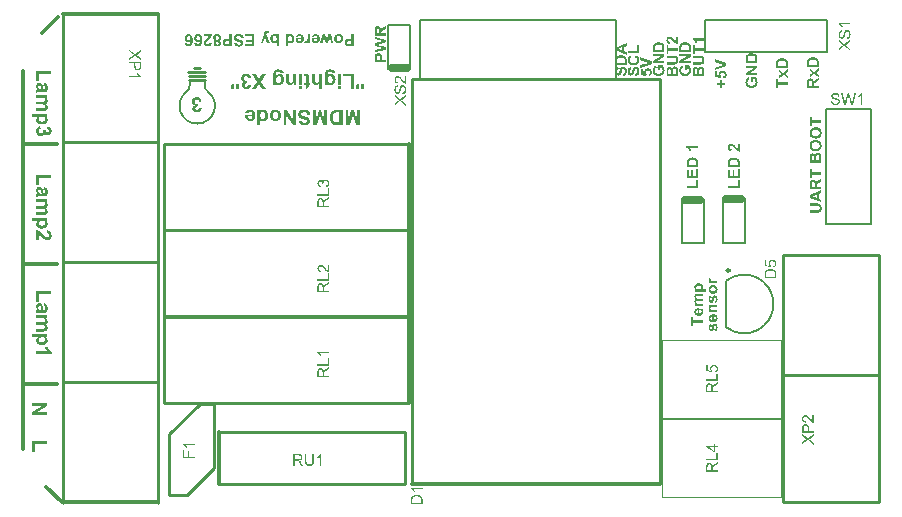
<source format=gto>
G04 Layer_Color=65535*
%FSLAX44Y44*%
%MOMM*%
G71*
G01*
G75*
%ADD12C,0.3000*%
%ADD14C,0.7000*%
%ADD16C,0.2000*%
%ADD50C,0.2500*%
%ADD51C,0.1000*%
%ADD52C,0.2540*%
G36*
X252663Y319936D02*
X250152D01*
X244882Y328517D01*
Y319936D01*
X242485D01*
Y332740D01*
X245091D01*
X250266Y324331D01*
Y332740D01*
X252663D01*
Y319936D01*
D02*
G37*
G36*
X260406Y332968D02*
X260616Y332949D01*
X260844Y332930D01*
X261091Y332892D01*
X261377Y332854D01*
X261985Y332721D01*
X262290Y332626D01*
X262594Y332512D01*
X262899Y332379D01*
X263203Y332226D01*
X263469Y332055D01*
X263736Y331865D01*
X263755Y331846D01*
X263793Y331808D01*
X263850Y331751D01*
X263945Y331656D01*
X264040Y331541D01*
X264154Y331389D01*
X264287Y331237D01*
X264421Y331028D01*
X264554Y330818D01*
X264687Y330571D01*
X264801Y330305D01*
X264934Y330019D01*
X265048Y329696D01*
X265143Y329354D01*
X265219Y328992D01*
X265277Y328593D01*
X262765Y328345D01*
Y328364D01*
X262746Y328402D01*
Y328460D01*
X262727Y328555D01*
X262670Y328783D01*
X262575Y329049D01*
X262461Y329354D01*
X262290Y329677D01*
X262099Y329962D01*
X261871Y330210D01*
X261833Y330229D01*
X261738Y330305D01*
X261586Y330400D01*
X261377Y330495D01*
X261110Y330609D01*
X260787Y330704D01*
X260406Y330780D01*
X259988Y330799D01*
X259778D01*
X259550Y330780D01*
X259284Y330742D01*
X258979Y330666D01*
X258656Y330590D01*
X258371Y330457D01*
X258104Y330286D01*
X258085Y330267D01*
X258009Y330191D01*
X257895Y330077D01*
X257781Y329924D01*
X257667Y329753D01*
X257553Y329544D01*
X257477Y329296D01*
X257458Y329049D01*
Y329030D01*
Y328973D01*
X257477Y328878D01*
X257495Y328783D01*
X257572Y328536D01*
X257629Y328402D01*
X257724Y328269D01*
X257743Y328250D01*
X257781Y328212D01*
X257838Y328155D01*
X257933Y328079D01*
X258066Y327984D01*
X258237Y327908D01*
X258428Y327813D01*
X258656Y327718D01*
X258675D01*
X258751Y327679D01*
X258884Y327641D01*
X259094Y327584D01*
X259208Y327546D01*
X259360Y327508D01*
X259531Y327470D01*
X259721Y327413D01*
X259931Y327356D01*
X260178Y327299D01*
X260444Y327223D01*
X260730Y327147D01*
X260749D01*
X260825Y327128D01*
X260920Y327090D01*
X261072Y327052D01*
X261243Y327014D01*
X261434Y326937D01*
X261643Y326880D01*
X261871Y326804D01*
X262347Y326614D01*
X262822Y326405D01*
X263070Y326291D01*
X263279Y326157D01*
X263469Y326024D01*
X263640Y325891D01*
X263659Y325872D01*
X263698Y325834D01*
X263755Y325777D01*
X263812Y325701D01*
X263907Y325606D01*
X264002Y325473D01*
X264116Y325320D01*
X264211Y325168D01*
X264440Y324788D01*
X264611Y324350D01*
X264687Y324103D01*
X264744Y323856D01*
X264782Y323589D01*
X264801Y323304D01*
Y323285D01*
Y323266D01*
Y323209D01*
Y323133D01*
X264763Y322942D01*
X264725Y322714D01*
X264668Y322429D01*
X264573Y322124D01*
X264440Y321801D01*
X264249Y321477D01*
Y321458D01*
X264230Y321439D01*
X264154Y321344D01*
X264021Y321192D01*
X263850Y321002D01*
X263622Y320793D01*
X263355Y320564D01*
X263032Y320355D01*
X262670Y320184D01*
X262651D01*
X262613Y320165D01*
X262556Y320146D01*
X262480Y320108D01*
X262385Y320070D01*
X262252Y320032D01*
X262118Y319993D01*
X261966Y319956D01*
X261586Y319879D01*
X261167Y319803D01*
X260673Y319746D01*
X260140Y319727D01*
X259912D01*
X259741Y319746D01*
X259550Y319765D01*
X259322Y319784D01*
X259056Y319822D01*
X258789Y319860D01*
X258200Y319993D01*
X257610Y320184D01*
X257305Y320298D01*
X257039Y320431D01*
X256773Y320602D01*
X256525Y320793D01*
X256506Y320812D01*
X256468Y320850D01*
X256411Y320907D01*
X256335Y320983D01*
X256240Y321097D01*
X256145Y321230D01*
X256031Y321363D01*
X255898Y321535D01*
X255783Y321744D01*
X255669Y321953D01*
X255574Y322181D01*
X255460Y322429D01*
X255384Y322695D01*
X255308Y322980D01*
X255251Y323285D01*
X255232Y323608D01*
X257819Y323703D01*
Y323684D01*
Y323665D01*
X257857Y323551D01*
X257895Y323380D01*
X257971Y323171D01*
X258066Y322923D01*
X258200Y322695D01*
X258352Y322486D01*
X258542Y322295D01*
X258561Y322276D01*
X258637Y322219D01*
X258770Y322162D01*
X258941Y322067D01*
X259170Y321991D01*
X259455Y321934D01*
X259797Y321877D01*
X260178Y321858D01*
X260368D01*
X260558Y321877D01*
X260825Y321915D01*
X261091Y321972D01*
X261396Y322067D01*
X261681Y322181D01*
X261928Y322333D01*
X261947Y322353D01*
X261985Y322391D01*
X262062Y322448D01*
X262118Y322543D01*
X262195Y322657D01*
X262271Y322790D01*
X262309Y322942D01*
X262328Y323133D01*
Y323152D01*
Y323209D01*
X262309Y323285D01*
X262271Y323399D01*
X262233Y323513D01*
X262176Y323646D01*
X262080Y323760D01*
X261947Y323894D01*
X261928Y323913D01*
X261852Y323970D01*
X261776Y324008D01*
X261700Y324046D01*
X261605Y324103D01*
X261472Y324160D01*
X261339Y324217D01*
X261167Y324293D01*
X260977Y324369D01*
X260749Y324445D01*
X260501Y324521D01*
X260235Y324598D01*
X259931Y324674D01*
X259588Y324769D01*
X259569D01*
X259512Y324788D01*
X259417Y324807D01*
X259284Y324845D01*
X259132Y324883D01*
X258941Y324940D01*
X258542Y325054D01*
X258085Y325187D01*
X257629Y325339D01*
X257191Y325511D01*
X256982Y325587D01*
X256811Y325682D01*
X256792D01*
X256773Y325701D01*
X256658Y325777D01*
X256487Y325872D01*
X256297Y326024D01*
X256069Y326215D01*
X255821Y326443D01*
X255593Y326690D01*
X255384Y326995D01*
X255365Y327033D01*
X255308Y327147D01*
X255213Y327318D01*
X255117Y327546D01*
X255041Y327851D01*
X254946Y328193D01*
X254889Y328593D01*
X254870Y329030D01*
Y329049D01*
Y329087D01*
Y329144D01*
Y329220D01*
X254908Y329430D01*
X254946Y329696D01*
X255022Y330019D01*
X255137Y330362D01*
X255289Y330742D01*
X255498Y331104D01*
Y331123D01*
X255517Y331142D01*
X255612Y331256D01*
X255745Y331427D01*
X255935Y331637D01*
X256183Y331865D01*
X256487Y332112D01*
X256830Y332341D01*
X257229Y332531D01*
X257248D01*
X257286Y332550D01*
X257343Y332569D01*
X257419Y332607D01*
X257534Y332645D01*
X257667Y332683D01*
X257819Y332721D01*
X257990Y332759D01*
X258180Y332797D01*
X258390Y332835D01*
X258865Y332911D01*
X259398Y332968D01*
X260007Y332987D01*
X260235D01*
X260406Y332968D01*
D02*
G37*
G36*
X235770Y332930D02*
X235884D01*
X236017Y332911D01*
X236340Y332873D01*
X236721Y332816D01*
X237120Y332702D01*
X237558Y332569D01*
X237995Y332379D01*
X238014D01*
X238052Y332360D01*
X238109Y332322D01*
X238186Y332264D01*
X238395Y332131D01*
X238642Y331960D01*
X238927Y331713D01*
X239213Y331427D01*
X239498Y331085D01*
X239746Y330704D01*
Y330685D01*
X239765Y330647D01*
X239803Y330590D01*
X239841Y330495D01*
X239879Y330400D01*
X239936Y330267D01*
X239993Y330115D01*
X240031Y329943D01*
X240145Y329544D01*
X240240Y329087D01*
X240316Y328555D01*
X240335Y327984D01*
Y327965D01*
Y327927D01*
Y327870D01*
X240316Y327775D01*
Y327660D01*
X240297Y327546D01*
X240259Y327223D01*
X240183Y326880D01*
X240088Y326481D01*
X239936Y326062D01*
X239746Y325625D01*
Y325606D01*
X239708Y325568D01*
X239688Y325511D01*
X239631Y325435D01*
X239498Y325225D01*
X239308Y324978D01*
X239061Y324693D01*
X238756Y324407D01*
X238414Y324122D01*
X238033Y323875D01*
X238014D01*
X237976Y323856D01*
X237919Y323817D01*
X237843Y323779D01*
X237729Y323741D01*
X237615Y323684D01*
X237310Y323570D01*
X236949Y323456D01*
X236530Y323361D01*
X236074Y323285D01*
X235579Y323266D01*
X235370D01*
X235237Y323285D01*
X235047Y323304D01*
X234837Y323342D01*
X234609Y323380D01*
X234362Y323437D01*
X234095Y323513D01*
X233810Y323608D01*
X233525Y323703D01*
X233239Y323837D01*
X232954Y324008D01*
X232668Y324179D01*
X232402Y324388D01*
X232136Y324636D01*
X232117Y324655D01*
X232079Y324693D01*
X232003Y324769D01*
X231926Y324883D01*
X231831Y325016D01*
X231717Y325187D01*
X231584Y325359D01*
X231451Y325587D01*
X231337Y325815D01*
X231204Y326081D01*
X231089Y326367D01*
X230994Y326671D01*
X230918Y326995D01*
X230842Y327356D01*
X230804Y327718D01*
X230785Y328098D01*
Y328117D01*
Y328193D01*
Y328307D01*
X230804Y328440D01*
X230823Y328631D01*
X230861Y328840D01*
X230899Y329068D01*
X230956Y329316D01*
X231032Y329582D01*
X231127Y329867D01*
X231223Y330153D01*
X231356Y330457D01*
X231527Y330742D01*
X231698Y331028D01*
X231908Y331313D01*
X232155Y331580D01*
X232174Y331599D01*
X232212Y331637D01*
X232288Y331713D01*
X232402Y331789D01*
X232535Y331903D01*
X232687Y332017D01*
X232878Y332131D01*
X233087Y332264D01*
X233315Y332398D01*
X233582Y332512D01*
X233867Y332626D01*
X234152Y332740D01*
X234476Y332816D01*
X234818Y332892D01*
X235180Y332930D01*
X235560Y332949D01*
X235693D01*
X235770Y332930D01*
D02*
G37*
G36*
X307340Y319936D02*
X303478D01*
X301157Y328688D01*
X298874Y319936D01*
X294974D01*
Y332740D01*
X297371D01*
X297390Y322676D01*
X299939Y332740D01*
X302413D01*
X304943Y322676D01*
Y332740D01*
X307340D01*
Y319936D01*
D02*
G37*
G36*
X214386Y332930D02*
X214557D01*
X214747Y332892D01*
X214976Y332873D01*
X215242Y332816D01*
X215508Y332759D01*
X215794Y332664D01*
X216098Y332569D01*
X216383Y332436D01*
X216688Y332283D01*
X216973Y332093D01*
X217239Y331884D01*
X217506Y331656D01*
X217734Y331370D01*
X217753Y331351D01*
X217772Y331313D01*
X217810Y331237D01*
X217867Y331142D01*
X217943Y331028D01*
X218020Y330876D01*
X218096Y330704D01*
X218191Y330495D01*
X218267Y330286D01*
X218362Y330038D01*
X218438Y329772D01*
X218495Y329506D01*
X218571Y329201D01*
X218609Y328878D01*
X218628Y328536D01*
X218647Y328193D01*
Y328174D01*
Y328098D01*
Y327965D01*
X218628Y327813D01*
X218609Y327622D01*
X218590Y327394D01*
X218552Y327147D01*
X218495Y326880D01*
X218362Y326291D01*
X218248Y326005D01*
X218134Y325701D01*
X218001Y325396D01*
X217848Y325111D01*
X217658Y324826D01*
X217449Y324578D01*
X217430Y324559D01*
X217392Y324521D01*
X217335Y324464D01*
X217239Y324369D01*
X217106Y324274D01*
X216973Y324160D01*
X216802Y324046D01*
X216612Y323913D01*
X216402Y323798D01*
X216174Y323684D01*
X215927Y323570D01*
X215660Y323475D01*
X215375Y323380D01*
X215071Y323323D01*
X214747Y323285D01*
X214405Y323266D01*
X214215D01*
X214062Y323285D01*
X213891Y323304D01*
X213682Y323342D01*
X213454Y323380D01*
X213225Y323437D01*
X212959Y323513D01*
X212693Y323608D01*
X212426Y323703D01*
X212160Y323837D01*
X211894Y324008D01*
X211627Y324179D01*
X211380Y324388D01*
X211152Y324636D01*
X211133Y324655D01*
X211094Y324693D01*
X211038Y324788D01*
X210961Y324902D01*
X210866Y325035D01*
X210771Y325225D01*
X210676Y325435D01*
X210562Y325663D01*
X210448Y325948D01*
X210334Y326253D01*
X210238Y326595D01*
X210162Y326976D01*
X210086Y327394D01*
X210029Y327832D01*
X209991Y328307D01*
Y328821D01*
X216136D01*
Y328840D01*
Y328878D01*
Y328935D01*
X216117Y329011D01*
X216098Y329201D01*
X216060Y329449D01*
X215984Y329715D01*
X215889Y330000D01*
X215756Y330286D01*
X215565Y330533D01*
X215546Y330552D01*
X215470Y330628D01*
X215337Y330723D01*
X215166Y330818D01*
X214956Y330933D01*
X214728Y331028D01*
X214443Y331104D01*
X214139Y331123D01*
X214043D01*
X213929Y331104D01*
X213796Y331085D01*
X213663Y331047D01*
X213492Y330990D01*
X213340Y330914D01*
X213187Y330818D01*
X213168Y330799D01*
X213130Y330761D01*
X213054Y330685D01*
X212959Y330571D01*
X212864Y330419D01*
X212769Y330248D01*
X212674Y330038D01*
X212579Y329791D01*
X210124Y330210D01*
Y330229D01*
X210143Y330267D01*
X210181Y330343D01*
X210219Y330438D01*
X210257Y330552D01*
X210334Y330666D01*
X210486Y330971D01*
X210695Y331313D01*
X210961Y331637D01*
X211266Y331979D01*
X211627Y332264D01*
X211646D01*
X211665Y332302D01*
X211722Y332322D01*
X211798Y332379D01*
X211913Y332417D01*
X212027Y332474D01*
X212160Y332550D01*
X212312Y332607D01*
X212693Y332740D01*
X213111Y332835D01*
X213606Y332911D01*
X214158Y332949D01*
X214272D01*
X214386Y332930D01*
D02*
G37*
G36*
X225801D02*
X225934Y332911D01*
X226105Y332873D01*
X226276Y332835D01*
X226466Y332797D01*
X226904Y332645D01*
X227132Y332531D01*
X227361Y332417D01*
X227589Y332264D01*
X227836Y332093D01*
X228046Y331903D01*
X228274Y331675D01*
X228293Y331656D01*
X228331Y331618D01*
X228369Y331541D01*
X228445Y331427D01*
X228540Y331313D01*
X228635Y331142D01*
X228730Y330952D01*
X228825Y330742D01*
X228940Y330495D01*
X229035Y330229D01*
X229130Y329924D01*
X229225Y329620D01*
X229301Y329258D01*
X229339Y328897D01*
X229377Y328498D01*
X229396Y328079D01*
Y328060D01*
Y327984D01*
Y327851D01*
X229377Y327699D01*
X229358Y327489D01*
X229339Y327261D01*
X229301Y327014D01*
X229263Y326747D01*
X229130Y326176D01*
X229035Y325872D01*
X228921Y325568D01*
X228806Y325282D01*
X228654Y324997D01*
X228483Y324750D01*
X228293Y324502D01*
X228274Y324483D01*
X228236Y324445D01*
X228179Y324388D01*
X228102Y324312D01*
X227988Y324217D01*
X227855Y324103D01*
X227703Y324008D01*
X227532Y323875D01*
X227342Y323760D01*
X227132Y323665D01*
X226638Y323456D01*
X226390Y323380D01*
X226105Y323323D01*
X225801Y323285D01*
X225496Y323266D01*
X225344D01*
X225230Y323285D01*
X225097Y323304D01*
X224944Y323342D01*
X224773Y323380D01*
X224583Y323418D01*
X224164Y323589D01*
X223936Y323684D01*
X223708Y323817D01*
X223480Y323951D01*
X223251Y324141D01*
X223023Y324331D01*
X222814Y324559D01*
Y319936D01*
X220359D01*
Y332740D01*
X222642D01*
Y331389D01*
X222661Y331427D01*
X222738Y331522D01*
X222871Y331656D01*
X223023Y331827D01*
X223213Y332036D01*
X223461Y332226D01*
X223708Y332417D01*
X223993Y332569D01*
X224031Y332588D01*
X224126Y332626D01*
X224279Y332683D01*
X224469Y332759D01*
X224697Y332835D01*
X224963Y332892D01*
X225249Y332930D01*
X225534Y332949D01*
X225686D01*
X225801Y332930D01*
D02*
G37*
G36*
X628650Y297318D02*
X628606D01*
X628547Y297333D01*
X628488Y297348D01*
X628399Y297363D01*
X628296Y297377D01*
X628045Y297437D01*
X627750Y297525D01*
X627440Y297643D01*
X627100Y297791D01*
X626761Y297968D01*
X626746D01*
X626717Y297997D01*
X626673Y298027D01*
X626599Y298086D01*
X626510Y298145D01*
X626392Y298219D01*
X626274Y298322D01*
X626127Y298440D01*
X625964Y298573D01*
X625787Y298735D01*
X625580Y298912D01*
X625374Y299104D01*
X625138Y299326D01*
X624902Y299562D01*
X624636Y299827D01*
X624370Y300108D01*
X624356Y300122D01*
X624311Y300167D01*
X624252Y300226D01*
X624179Y300314D01*
X624075Y300417D01*
X623972Y300536D01*
X623721Y300801D01*
X623455Y301067D01*
X623175Y301332D01*
X623057Y301451D01*
X622939Y301554D01*
X622836Y301642D01*
X622747Y301701D01*
X622718Y301716D01*
X622644Y301761D01*
X622526Y301834D01*
X622378Y301908D01*
X622201Y301967D01*
X622009Y302041D01*
X621803Y302085D01*
X621581Y302100D01*
X621478D01*
X621360Y302085D01*
X621227Y302056D01*
X621065Y302011D01*
X620902Y301952D01*
X620740Y301864D01*
X620607Y301746D01*
X620592Y301731D01*
X620548Y301687D01*
X620489Y301613D01*
X620430Y301495D01*
X620371Y301362D01*
X620312Y301200D01*
X620268Y301023D01*
X620253Y300801D01*
Y300772D01*
Y300698D01*
X620268Y300595D01*
X620297Y300462D01*
X620342Y300299D01*
X620415Y300137D01*
X620504Y299990D01*
X620622Y299842D01*
X620637Y299827D01*
X620696Y299783D01*
X620784Y299724D01*
X620902Y299665D01*
X621065Y299591D01*
X621271Y299532D01*
X621507Y299473D01*
X621803Y299443D01*
X621626Y297540D01*
X621611D01*
X621552Y297555D01*
X621478D01*
X621375Y297584D01*
X621242Y297599D01*
X621094Y297643D01*
X620932Y297687D01*
X620755Y297732D01*
X620386Y297864D01*
X620002Y298056D01*
X619825Y298160D01*
X619663Y298293D01*
X619500Y298425D01*
X619368Y298588D01*
X619353Y298602D01*
X619338Y298632D01*
X619309Y298676D01*
X619264Y298750D01*
X619205Y298839D01*
X619146Y298942D01*
X619087Y299075D01*
X619013Y299207D01*
X618954Y299370D01*
X618895Y299532D01*
X618777Y299916D01*
X618703Y300359D01*
X618674Y300595D01*
Y300846D01*
Y300860D01*
Y300905D01*
Y300993D01*
X618689Y301082D01*
X618703Y301214D01*
X618718Y301347D01*
X618733Y301510D01*
X618777Y301687D01*
X618866Y302056D01*
X619013Y302439D01*
X619102Y302616D01*
X619205Y302808D01*
X619323Y302985D01*
X619471Y303148D01*
X619486Y303162D01*
X619500Y303192D01*
X619545Y303221D01*
X619618Y303281D01*
X619692Y303340D01*
X619781Y303413D01*
X619899Y303502D01*
X620017Y303576D01*
X620297Y303738D01*
X620637Y303871D01*
X620829Y303930D01*
X621020Y303974D01*
X621227Y303989D01*
X621448Y304004D01*
X621566D01*
X621684Y303989D01*
X621862Y303974D01*
X622053Y303945D01*
X622260Y303900D01*
X622496Y303841D01*
X622718Y303753D01*
X622747Y303738D01*
X622821Y303708D01*
X622939Y303649D01*
X623101Y303576D01*
X623293Y303458D01*
X623514Y303325D01*
X623736Y303177D01*
X623987Y302985D01*
X624001Y302971D01*
X624075Y302911D01*
X624164Y302823D01*
X624311Y302705D01*
X624488Y302528D01*
X624710Y302306D01*
X624961Y302041D01*
X625256Y301731D01*
X625271Y301716D01*
X625285Y301687D01*
X625330Y301642D01*
X625389Y301583D01*
X625536Y301436D01*
X625699Y301244D01*
X625890Y301052D01*
X626068Y300860D01*
X626230Y300698D01*
X626304Y300639D01*
X626363Y300580D01*
X626377Y300565D01*
X626407Y300536D01*
X626466Y300491D01*
X626525Y300447D01*
X626687Y300314D01*
X626879Y300196D01*
Y304004D01*
X628650D01*
Y297318D01*
D02*
G37*
G36*
X200889Y352585D02*
Y350416D01*
X198226D01*
Y352585D01*
X198644Y354963D01*
X200432D01*
X200889Y352585D01*
D02*
G37*
G36*
X624090Y292419D02*
X624223D01*
X624356Y292404D01*
X624503Y292390D01*
X624843Y292360D01*
X625197Y292301D01*
X625566Y292227D01*
X625905Y292124D01*
X625920D01*
X625949Y292109D01*
X626008Y292080D01*
X626082Y292050D01*
X626171Y292021D01*
X626274Y291976D01*
X626525Y291858D01*
X626805Y291696D01*
X627100Y291519D01*
X627396Y291312D01*
X627661Y291061D01*
X627676Y291032D01*
X627750Y290973D01*
X627838Y290855D01*
X627942Y290692D01*
X628074Y290486D01*
X628207Y290250D01*
X628325Y289969D01*
X628443Y289659D01*
X628458Y289630D01*
Y289586D01*
X628473Y289541D01*
X628502Y289394D01*
X628547Y289187D01*
X628591Y288936D01*
X628620Y288626D01*
X628635Y288287D01*
X628650Y287889D01*
Y284125D01*
X618718D01*
Y287770D01*
Y287785D01*
Y287829D01*
Y287889D01*
Y287977D01*
Y288080D01*
X618733Y288198D01*
X618748Y288479D01*
X618763Y288774D01*
X618792Y289084D01*
X618851Y289394D01*
X618910Y289659D01*
Y289674D01*
X618925Y289704D01*
X618940Y289748D01*
X618954Y289807D01*
X619028Y289969D01*
X619132Y290176D01*
X619249Y290412D01*
X619412Y290663D01*
X619604Y290914D01*
X619840Y291150D01*
Y291165D01*
X619869Y291179D01*
X619958Y291253D01*
X620091Y291371D01*
X620283Y291504D01*
X620519Y291666D01*
X620799Y291829D01*
X621109Y291976D01*
X621448Y292109D01*
X621463D01*
X621493Y292124D01*
X621537Y292139D01*
X621611Y292153D01*
X621714Y292183D01*
X621817Y292212D01*
X621950Y292242D01*
X622098Y292271D01*
X622260Y292301D01*
X622437Y292330D01*
X622629Y292360D01*
X622836Y292390D01*
X623278Y292419D01*
X623780Y292434D01*
X623987D01*
X624090Y292419D01*
D02*
G37*
G36*
X628650Y266446D02*
X618807D01*
Y268453D01*
X626968D01*
Y273441D01*
X628650D01*
Y266446D01*
D02*
G37*
G36*
Y274872D02*
X618718D01*
Y282222D01*
X620401D01*
Y276880D01*
X622599D01*
Y281853D01*
X624282D01*
Y276880D01*
X626968D01*
Y282414D01*
X628650D01*
Y274872D01*
D02*
G37*
G36*
X279526Y319936D02*
X275664D01*
X273343Y328688D01*
X271060Y319936D01*
X267160D01*
Y332740D01*
X269557D01*
X269576Y322676D01*
X272125Y332740D01*
X274599D01*
X277129Y322676D01*
Y332740D01*
X279526D01*
Y319936D01*
D02*
G37*
G36*
X36071Y267660D02*
X36261Y267641D01*
X36470Y267584D01*
X36698Y267527D01*
X36946Y267432D01*
X37174Y267317D01*
X37193Y267298D01*
X37269Y267241D01*
X37383Y267165D01*
X37536Y267051D01*
X37688Y266899D01*
X37840Y266709D01*
X37992Y266499D01*
X38125Y266271D01*
X38144Y266233D01*
X38182Y266138D01*
X38239Y265986D01*
X38315Y265776D01*
X38411Y265491D01*
X38506Y265149D01*
X38601Y264768D01*
X38696Y264312D01*
Y264292D01*
X38715Y264235D01*
X38734Y264140D01*
X38753Y264026D01*
X38772Y263893D01*
X38810Y263722D01*
X38886Y263360D01*
X38981Y262961D01*
X39095Y262561D01*
X39191Y262200D01*
X39248Y262048D01*
X39305Y261914D01*
X39647D01*
X39780Y261933D01*
X39933Y261952D01*
X40104Y262010D01*
X40275Y262067D01*
X40427Y262162D01*
X40560Y262276D01*
X40579Y262295D01*
X40617Y262352D01*
X40655Y262447D01*
X40713Y262580D01*
X40770Y262751D01*
X40827Y262999D01*
X40846Y263265D01*
X40865Y263608D01*
Y263646D01*
Y263722D01*
X40846Y263836D01*
X40827Y263988D01*
X40751Y264331D01*
X40694Y264483D01*
X40599Y264635D01*
X40579Y264654D01*
X40541Y264692D01*
X40484Y264768D01*
X40389Y264844D01*
X40256Y264939D01*
X40104Y265034D01*
X39914Y265130D01*
X39685Y265225D01*
X40085Y267432D01*
X40104D01*
X40142Y267412D01*
X40218Y267393D01*
X40313Y267355D01*
X40427Y267317D01*
X40541Y267260D01*
X40846Y267127D01*
X41169Y266956D01*
X41493Y266747D01*
X41816Y266480D01*
X42082Y266157D01*
Y266138D01*
X42120Y266119D01*
X42140Y266062D01*
X42196Y265986D01*
X42235Y265891D01*
X42292Y265757D01*
X42349Y265624D01*
X42425Y265472D01*
X42482Y265282D01*
X42539Y265072D01*
X42596Y264844D01*
X42653Y264616D01*
X42691Y264349D01*
X42729Y264045D01*
X42748Y263741D01*
Y263417D01*
Y263398D01*
Y263341D01*
Y263265D01*
Y263151D01*
X42729Y263018D01*
Y262866D01*
X42691Y262504D01*
X42653Y262105D01*
X42577Y261705D01*
X42482Y261325D01*
X42425Y261134D01*
X42349Y260982D01*
Y260963D01*
X42330Y260944D01*
X42273Y260849D01*
X42196Y260697D01*
X42082Y260526D01*
X41949Y260335D01*
X41778Y260164D01*
X41569Y259974D01*
X41360Y259841D01*
X41340Y259822D01*
X41245Y259784D01*
X41093Y259727D01*
X40865Y259669D01*
X40732Y259631D01*
X40560Y259612D01*
X40389Y259574D01*
X40180Y259555D01*
X39971Y259536D01*
X39723Y259517D01*
X39457Y259498D01*
X39172D01*
X36318Y259536D01*
X35899D01*
X35633Y259517D01*
X35329D01*
X35024Y259479D01*
X34739Y259460D01*
X34492Y259422D01*
X34472D01*
X34397Y259403D01*
X34282Y259365D01*
X34130Y259327D01*
X33940Y259270D01*
X33731Y259194D01*
X33521Y259099D01*
X33274Y258985D01*
Y261420D01*
X33293D01*
X33312Y261439D01*
X33369Y261458D01*
X33445Y261496D01*
X33559Y261534D01*
X33674Y261572D01*
X33826Y261610D01*
X33997Y261667D01*
X34035D01*
X34111Y261705D01*
X34206Y261724D01*
X34282Y261743D01*
X34263Y261762D01*
X34187Y261857D01*
X34073Y261971D01*
X33940Y262143D01*
X33788Y262352D01*
X33635Y262580D01*
X33502Y262827D01*
X33369Y263094D01*
X33350Y263132D01*
X33331Y263208D01*
X33274Y263360D01*
X33217Y263550D01*
X33160Y263779D01*
X33122Y264026D01*
X33084Y264312D01*
X33065Y264616D01*
Y264635D01*
Y264673D01*
Y264749D01*
X33084Y264844D01*
Y264977D01*
X33103Y265110D01*
X33160Y265434D01*
X33255Y265795D01*
X33388Y266157D01*
X33578Y266537D01*
X33826Y266861D01*
X33845D01*
X33864Y266899D01*
X33959Y266994D01*
X34130Y267127D01*
X34358Y267260D01*
X34644Y267412D01*
X34986Y267546D01*
X35367Y267641D01*
X35576Y267660D01*
X35785Y267679D01*
X35918D01*
X36071Y267660D01*
D02*
G37*
G36*
X45963Y275289D02*
X35443D01*
Y268858D01*
X33274D01*
Y277876D01*
X45963D01*
Y275289D01*
D02*
G37*
G36*
X42558Y255008D02*
X41283D01*
X41302Y254989D01*
X41340Y254951D01*
X41417Y254894D01*
X41512Y254799D01*
X41626Y254685D01*
X41740Y254533D01*
X41873Y254381D01*
X42025Y254190D01*
X42158Y254000D01*
X42292Y253772D01*
X42520Y253277D01*
X42615Y253011D01*
X42691Y252726D01*
X42729Y252421D01*
X42748Y252117D01*
Y252098D01*
Y252079D01*
Y251964D01*
X42729Y251812D01*
X42710Y251603D01*
X42653Y251356D01*
X42596Y251108D01*
X42501Y250842D01*
X42368Y250595D01*
X42349Y250557D01*
X42292Y250481D01*
X42216Y250366D01*
X42101Y250214D01*
X41949Y250043D01*
X41759Y249853D01*
X41531Y249681D01*
X41264Y249510D01*
X41302Y249491D01*
X41378Y249396D01*
X41512Y249282D01*
X41683Y249111D01*
X41854Y248921D01*
X42044Y248692D01*
X42216Y248464D01*
X42368Y248198D01*
X42387Y248160D01*
X42425Y248064D01*
X42482Y247931D01*
X42558Y247741D01*
X42634Y247513D01*
X42691Y247246D01*
X42729Y246961D01*
X42748Y246676D01*
Y246657D01*
Y246638D01*
Y246581D01*
Y246504D01*
X42729Y246314D01*
X42691Y246067D01*
X42653Y245800D01*
X42577Y245515D01*
X42463Y245230D01*
X42330Y244944D01*
X42311Y244906D01*
X42254Y244830D01*
X42158Y244697D01*
X42025Y244545D01*
X41854Y244374D01*
X41645Y244202D01*
X41398Y244031D01*
X41112Y243898D01*
X41093Y243879D01*
X40998Y243860D01*
X40865Y243822D01*
X40655Y243765D01*
X40389Y243708D01*
X40047Y243670D01*
X39647Y243651D01*
X39191Y243632D01*
X33274D01*
Y246086D01*
X38791D01*
X39019Y246105D01*
X39305Y246124D01*
X39590Y246143D01*
X39895Y246200D01*
X40142Y246257D01*
X40256Y246314D01*
X40332Y246352D01*
X40351Y246371D01*
X40408Y246409D01*
X40503Y246504D01*
X40599Y246619D01*
X40694Y246752D01*
X40789Y246942D01*
X40846Y247151D01*
X40865Y247399D01*
Y247418D01*
Y247494D01*
X40846Y247589D01*
X40827Y247703D01*
X40789Y247855D01*
X40732Y248026D01*
X40655Y248198D01*
X40541Y248369D01*
X40522Y248388D01*
X40484Y248445D01*
X40408Y248521D01*
X40313Y248616D01*
X40180Y248711D01*
X40028Y248825D01*
X39838Y248921D01*
X39628Y249016D01*
X39609D01*
X39514Y249054D01*
X39362Y249073D01*
X39153Y249111D01*
X38886Y249149D01*
X38563Y249168D01*
X38163Y249206D01*
X33274D01*
Y251660D01*
X38791D01*
X39058Y251679D01*
X39343Y251698D01*
X39628Y251717D01*
X39876Y251755D01*
X39990Y251774D01*
X40066Y251793D01*
X40085D01*
X40123Y251812D01*
X40199Y251850D01*
X40294Y251888D01*
X40484Y252022D01*
X40579Y252117D01*
X40655Y252212D01*
X40675Y252231D01*
X40694Y252269D01*
X40732Y252326D01*
X40770Y252402D01*
X40808Y252516D01*
X40827Y252630D01*
X40865Y252783D01*
Y252954D01*
Y252973D01*
Y253049D01*
X40846Y253163D01*
X40827Y253296D01*
X40789Y253448D01*
X40732Y253620D01*
X40655Y253810D01*
X40541Y253981D01*
X40522Y254000D01*
X40484Y254057D01*
X40408Y254133D01*
X40313Y254228D01*
X40199Y254343D01*
X40047Y254438D01*
X39876Y254552D01*
X39666Y254628D01*
X39647D01*
X39552Y254666D01*
X39419Y254685D01*
X39210Y254723D01*
X38943Y254761D01*
X38620Y254780D01*
X38220Y254818D01*
X33274D01*
Y257272D01*
X42558D01*
Y255008D01*
D02*
G37*
G36*
X33407Y231094D02*
X33483Y231075D01*
X33597Y231056D01*
X33731Y231037D01*
X34054Y230961D01*
X34434Y230847D01*
X34834Y230695D01*
X35272Y230505D01*
X35709Y230277D01*
X35728D01*
X35766Y230238D01*
X35823Y230200D01*
X35918Y230124D01*
X36033Y230048D01*
X36185Y229953D01*
X36337Y229820D01*
X36527Y229668D01*
X36737Y229496D01*
X36965Y229287D01*
X37231Y229059D01*
X37497Y228812D01*
X37802Y228526D01*
X38106Y228222D01*
X38449Y227879D01*
X38791Y227518D01*
X38810Y227499D01*
X38867Y227442D01*
X38943Y227366D01*
X39039Y227251D01*
X39172Y227118D01*
X39305Y226966D01*
X39628Y226624D01*
X39971Y226281D01*
X40332Y225939D01*
X40484Y225787D01*
X40637Y225653D01*
X40770Y225539D01*
X40884Y225463D01*
X40922Y225444D01*
X41017Y225387D01*
X41169Y225292D01*
X41360Y225197D01*
X41588Y225121D01*
X41835Y225026D01*
X42101Y224969D01*
X42387Y224950D01*
X42520D01*
X42672Y224969D01*
X42843Y225007D01*
X43053Y225064D01*
X43262Y225140D01*
X43471Y225254D01*
X43642Y225406D01*
X43661Y225425D01*
X43719Y225482D01*
X43795Y225577D01*
X43871Y225730D01*
X43947Y225901D01*
X44023Y226110D01*
X44080Y226338D01*
X44099Y226624D01*
Y226662D01*
Y226757D01*
X44080Y226890D01*
X44042Y227061D01*
X43985Y227271D01*
X43890Y227480D01*
X43776Y227670D01*
X43623Y227860D01*
X43604Y227879D01*
X43528Y227936D01*
X43414Y228013D01*
X43262Y228089D01*
X43053Y228184D01*
X42786Y228260D01*
X42482Y228336D01*
X42101Y228374D01*
X42330Y230828D01*
X42349D01*
X42425Y230809D01*
X42520D01*
X42653Y230771D01*
X42824Y230752D01*
X43015Y230695D01*
X43224Y230638D01*
X43452Y230581D01*
X43928Y230410D01*
X44422Y230162D01*
X44651Y230029D01*
X44860Y229858D01*
X45069Y229687D01*
X45241Y229477D01*
X45259Y229458D01*
X45279Y229420D01*
X45317Y229363D01*
X45374Y229268D01*
X45450Y229154D01*
X45526Y229021D01*
X45602Y228850D01*
X45697Y228678D01*
X45773Y228469D01*
X45849Y228260D01*
X46002Y227765D01*
X46097Y227194D01*
X46135Y226890D01*
Y226567D01*
Y226548D01*
Y226491D01*
Y226376D01*
X46116Y226262D01*
X46097Y226091D01*
X46078Y225920D01*
X46059Y225711D01*
X46002Y225482D01*
X45887Y225007D01*
X45697Y224512D01*
X45583Y224284D01*
X45450Y224036D01*
X45297Y223808D01*
X45107Y223599D01*
X45088Y223580D01*
X45069Y223542D01*
X45012Y223504D01*
X44917Y223428D01*
X44822Y223351D01*
X44708Y223256D01*
X44556Y223142D01*
X44403Y223047D01*
X44042Y222838D01*
X43604Y222667D01*
X43357Y222591D01*
X43110Y222533D01*
X42843Y222514D01*
X42558Y222495D01*
X42406D01*
X42254Y222514D01*
X42025Y222533D01*
X41778Y222572D01*
X41512Y222629D01*
X41207Y222705D01*
X40922Y222819D01*
X40884Y222838D01*
X40789Y222876D01*
X40637Y222952D01*
X40427Y223047D01*
X40180Y223199D01*
X39895Y223370D01*
X39609Y223561D01*
X39286Y223808D01*
X39267Y223827D01*
X39172Y223903D01*
X39058Y224017D01*
X38867Y224170D01*
X38639Y224398D01*
X38354Y224683D01*
X38030Y225026D01*
X37650Y225425D01*
X37631Y225444D01*
X37612Y225482D01*
X37555Y225539D01*
X37478Y225615D01*
X37288Y225806D01*
X37079Y226053D01*
X36832Y226300D01*
X36603Y226548D01*
X36394Y226757D01*
X36299Y226833D01*
X36223Y226909D01*
X36204Y226928D01*
X36166Y226966D01*
X36090Y227023D01*
X36014Y227080D01*
X35804Y227251D01*
X35557Y227404D01*
Y222495D01*
X33274D01*
Y231113D01*
X33331D01*
X33407Y231094D01*
D02*
G37*
G36*
X42558Y238971D02*
X41188D01*
X41226Y238952D01*
X41302Y238895D01*
X41436Y238799D01*
X41588Y238647D01*
X41778Y238476D01*
X41968Y238286D01*
X42140Y238039D01*
X42311Y237772D01*
X42330Y237734D01*
X42387Y237639D01*
X42444Y237487D01*
X42539Y237278D01*
X42615Y237030D01*
X42672Y236745D01*
X42729Y236440D01*
X42748Y236098D01*
Y236079D01*
Y236022D01*
Y235946D01*
X42729Y235832D01*
X42710Y235679D01*
X42672Y235527D01*
X42634Y235337D01*
X42596Y235147D01*
X42444Y234709D01*
X42330Y234500D01*
X42216Y234253D01*
X42063Y234024D01*
X41892Y233796D01*
X41702Y233568D01*
X41474Y233358D01*
X41455Y233339D01*
X41417Y233301D01*
X41340Y233244D01*
X41245Y233187D01*
X41112Y233092D01*
X40960Y232997D01*
X40770Y232902D01*
X40560Y232788D01*
X40332Y232674D01*
X40066Y232578D01*
X39780Y232483D01*
X39457Y232388D01*
X39115Y232331D01*
X38753Y232274D01*
X38373Y232236D01*
X37954Y232217D01*
X37726D01*
X37574Y232236D01*
X37383Y232255D01*
X37155Y232274D01*
X36908Y232312D01*
X36641Y232350D01*
X36052Y232502D01*
X35747Y232578D01*
X35443Y232693D01*
X35157Y232826D01*
X34872Y232978D01*
X34587Y233149D01*
X34339Y233358D01*
X34320Y233377D01*
X34282Y233416D01*
X34225Y233473D01*
X34149Y233568D01*
X34035Y233663D01*
X33940Y233796D01*
X33826Y233948D01*
X33712Y234119D01*
X33464Y234519D01*
X33274Y234995D01*
X33179Y235242D01*
X33122Y235527D01*
X33084Y235813D01*
X33065Y236098D01*
Y236136D01*
Y236231D01*
X33084Y236383D01*
X33103Y236574D01*
X33141Y236783D01*
X33198Y237011D01*
X33274Y237258D01*
X33369Y237506D01*
X33388Y237525D01*
X33426Y237620D01*
X33502Y237734D01*
X33616Y237886D01*
X33750Y238096D01*
X33940Y238305D01*
X34149Y238552D01*
X34416Y238799D01*
X29754D01*
Y241254D01*
X42558D01*
Y238971D01*
D02*
G37*
G36*
X42900Y131572D02*
X42920Y131553D01*
X42938Y131496D01*
X42958Y131420D01*
X43053Y131230D01*
X43167Y130983D01*
X43319Y130659D01*
X43528Y130317D01*
X43776Y129936D01*
X44080Y129518D01*
X44099Y129499D01*
X44118Y129460D01*
X44175Y129403D01*
X44232Y129327D01*
X44422Y129137D01*
X44670Y128890D01*
X44974Y128643D01*
X45317Y128376D01*
X45716Y128148D01*
X46135Y127958D01*
Y125960D01*
X33274D01*
Y128414D01*
X42520D01*
X42501Y128433D01*
X42463Y128471D01*
X42406Y128547D01*
X42311Y128661D01*
X42216Y128776D01*
X42101Y128928D01*
X41968Y129118D01*
X41816Y129308D01*
X41664Y129537D01*
X41512Y129784D01*
X41207Y130317D01*
X40922Y130925D01*
X40675Y131591D01*
X42900D01*
Y131572D01*
D02*
G37*
G36*
X45963Y176737D02*
X35443D01*
Y170306D01*
X33274D01*
Y179324D01*
X45963D01*
Y176737D01*
D02*
G37*
G36*
X292406Y319936D02*
X287307D01*
X287155Y319956D01*
X286793Y319974D01*
X286413Y319993D01*
X286013Y320032D01*
X285614Y320108D01*
X285271Y320184D01*
X285252D01*
X285214Y320203D01*
X285157Y320222D01*
X285081Y320241D01*
X284872Y320336D01*
X284606Y320469D01*
X284301Y320621D01*
X283978Y320831D01*
X283654Y321078D01*
X283350Y321382D01*
X283331D01*
X283312Y321420D01*
X283217Y321535D01*
X283065Y321706D01*
X282893Y321953D01*
X282684Y322257D01*
X282475Y322619D01*
X282285Y323018D01*
X282113Y323456D01*
Y323475D01*
X282094Y323513D01*
X282075Y323570D01*
X282056Y323665D01*
X282018Y323798D01*
X281980Y323932D01*
X281942Y324103D01*
X281904Y324293D01*
X281866Y324502D01*
X281828Y324731D01*
X281790Y324978D01*
X281752Y325244D01*
X281714Y325815D01*
X281695Y326462D01*
Y326481D01*
Y326538D01*
Y326614D01*
Y326728D01*
X281714Y326861D01*
Y327033D01*
X281733Y327204D01*
X281752Y327394D01*
X281790Y327832D01*
X281866Y328288D01*
X281961Y328764D01*
X282094Y329201D01*
Y329220D01*
X282113Y329258D01*
X282151Y329335D01*
X282190Y329430D01*
X282227Y329544D01*
X282285Y329677D01*
X282437Y330000D01*
X282646Y330362D01*
X282874Y330742D01*
X283141Y331123D01*
X283464Y331465D01*
X283502Y331484D01*
X283578Y331580D01*
X283731Y331694D01*
X283940Y331827D01*
X284206Y331998D01*
X284510Y332169D01*
X284872Y332322D01*
X285271Y332474D01*
X285310Y332493D01*
X285367D01*
X285424Y332512D01*
X285614Y332550D01*
X285880Y332607D01*
X286204Y332664D01*
X286603Y332702D01*
X287041Y332721D01*
X287554Y332740D01*
X292406D01*
Y319936D01*
D02*
G37*
G36*
X36071Y169108D02*
X36261Y169089D01*
X36470Y169032D01*
X36698Y168975D01*
X36946Y168880D01*
X37174Y168765D01*
X37193Y168746D01*
X37269Y168689D01*
X37383Y168613D01*
X37536Y168499D01*
X37688Y168347D01*
X37840Y168157D01*
X37992Y167947D01*
X38125Y167719D01*
X38144Y167681D01*
X38182Y167586D01*
X38239Y167434D01*
X38315Y167224D01*
X38411Y166939D01*
X38506Y166597D01*
X38601Y166216D01*
X38696Y165760D01*
Y165740D01*
X38715Y165683D01*
X38734Y165588D01*
X38753Y165474D01*
X38772Y165341D01*
X38810Y165170D01*
X38886Y164808D01*
X38981Y164409D01*
X39095Y164009D01*
X39191Y163648D01*
X39248Y163496D01*
X39305Y163362D01*
X39647D01*
X39780Y163381D01*
X39933Y163400D01*
X40104Y163458D01*
X40275Y163515D01*
X40427Y163610D01*
X40560Y163724D01*
X40579Y163743D01*
X40617Y163800D01*
X40655Y163895D01*
X40713Y164028D01*
X40770Y164199D01*
X40827Y164447D01*
X40846Y164713D01*
X40865Y165056D01*
Y165094D01*
Y165170D01*
X40846Y165284D01*
X40827Y165436D01*
X40751Y165779D01*
X40694Y165931D01*
X40599Y166083D01*
X40579Y166102D01*
X40541Y166140D01*
X40484Y166216D01*
X40389Y166292D01*
X40256Y166387D01*
X40104Y166482D01*
X39914Y166577D01*
X39685Y166673D01*
X40085Y168880D01*
X40104D01*
X40142Y168860D01*
X40218Y168841D01*
X40313Y168803D01*
X40427Y168765D01*
X40541Y168708D01*
X40846Y168575D01*
X41169Y168404D01*
X41493Y168195D01*
X41816Y167928D01*
X42082Y167605D01*
Y167586D01*
X42120Y167567D01*
X42140Y167510D01*
X42196Y167434D01*
X42235Y167339D01*
X42292Y167205D01*
X42349Y167072D01*
X42425Y166920D01*
X42482Y166730D01*
X42539Y166520D01*
X42596Y166292D01*
X42653Y166064D01*
X42691Y165798D01*
X42729Y165493D01*
X42748Y165189D01*
Y164865D01*
Y164846D01*
Y164789D01*
Y164713D01*
Y164599D01*
X42729Y164466D01*
Y164314D01*
X42691Y163952D01*
X42653Y163553D01*
X42577Y163153D01*
X42482Y162773D01*
X42425Y162582D01*
X42349Y162430D01*
Y162411D01*
X42330Y162392D01*
X42273Y162297D01*
X42196Y162145D01*
X42082Y161974D01*
X41949Y161783D01*
X41778Y161612D01*
X41569Y161422D01*
X41360Y161289D01*
X41340Y161270D01*
X41245Y161232D01*
X41093Y161175D01*
X40865Y161117D01*
X40732Y161079D01*
X40560Y161060D01*
X40389Y161022D01*
X40180Y161003D01*
X39971Y160984D01*
X39723Y160965D01*
X39457Y160946D01*
X39172D01*
X36318Y160984D01*
X35899D01*
X35633Y160965D01*
X35329D01*
X35024Y160927D01*
X34739Y160908D01*
X34492Y160870D01*
X34472D01*
X34397Y160851D01*
X34282Y160813D01*
X34130Y160775D01*
X33940Y160718D01*
X33731Y160642D01*
X33521Y160547D01*
X33274Y160433D01*
Y162868D01*
X33293D01*
X33312Y162887D01*
X33369Y162906D01*
X33445Y162944D01*
X33559Y162982D01*
X33674Y163020D01*
X33826Y163058D01*
X33997Y163115D01*
X34035D01*
X34111Y163153D01*
X34206Y163172D01*
X34282Y163191D01*
X34263Y163210D01*
X34187Y163305D01*
X34073Y163419D01*
X33940Y163591D01*
X33788Y163800D01*
X33635Y164028D01*
X33502Y164275D01*
X33369Y164542D01*
X33350Y164580D01*
X33331Y164656D01*
X33274Y164808D01*
X33217Y164998D01*
X33160Y165227D01*
X33122Y165474D01*
X33084Y165760D01*
X33065Y166064D01*
Y166083D01*
Y166121D01*
Y166197D01*
X33084Y166292D01*
Y166425D01*
X33103Y166558D01*
X33160Y166882D01*
X33255Y167243D01*
X33388Y167605D01*
X33578Y167985D01*
X33826Y168309D01*
X33845D01*
X33864Y168347D01*
X33959Y168442D01*
X34130Y168575D01*
X34358Y168708D01*
X34644Y168860D01*
X34986Y168994D01*
X35367Y169089D01*
X35576Y169108D01*
X35785Y169127D01*
X35918D01*
X36071Y169108D01*
D02*
G37*
G36*
X42558Y140419D02*
X41188D01*
X41226Y140400D01*
X41302Y140343D01*
X41436Y140247D01*
X41588Y140095D01*
X41778Y139924D01*
X41968Y139734D01*
X42140Y139487D01*
X42311Y139220D01*
X42330Y139182D01*
X42387Y139087D01*
X42444Y138935D01*
X42539Y138726D01*
X42615Y138478D01*
X42672Y138193D01*
X42729Y137888D01*
X42748Y137546D01*
Y137527D01*
Y137470D01*
Y137394D01*
X42729Y137280D01*
X42710Y137127D01*
X42672Y136975D01*
X42634Y136785D01*
X42596Y136595D01*
X42444Y136157D01*
X42330Y135948D01*
X42216Y135701D01*
X42063Y135472D01*
X41892Y135244D01*
X41702Y135016D01*
X41474Y134806D01*
X41455Y134787D01*
X41417Y134749D01*
X41340Y134692D01*
X41245Y134635D01*
X41112Y134540D01*
X40960Y134445D01*
X40770Y134350D01*
X40560Y134236D01*
X40332Y134122D01*
X40066Y134026D01*
X39780Y133931D01*
X39457Y133836D01*
X39115Y133779D01*
X38753Y133722D01*
X38373Y133684D01*
X37954Y133665D01*
X37726D01*
X37574Y133684D01*
X37383Y133703D01*
X37155Y133722D01*
X36908Y133760D01*
X36641Y133798D01*
X36052Y133950D01*
X35747Y134026D01*
X35443Y134141D01*
X35157Y134274D01*
X34872Y134426D01*
X34587Y134597D01*
X34339Y134806D01*
X34320Y134825D01*
X34282Y134864D01*
X34225Y134921D01*
X34149Y135016D01*
X34035Y135111D01*
X33940Y135244D01*
X33826Y135396D01*
X33712Y135567D01*
X33464Y135967D01*
X33274Y136443D01*
X33179Y136690D01*
X33122Y136975D01*
X33084Y137261D01*
X33065Y137546D01*
Y137584D01*
Y137679D01*
X33084Y137831D01*
X33103Y138022D01*
X33141Y138231D01*
X33198Y138459D01*
X33274Y138707D01*
X33369Y138954D01*
X33388Y138973D01*
X33426Y139068D01*
X33502Y139182D01*
X33616Y139334D01*
X33750Y139544D01*
X33940Y139753D01*
X34149Y140000D01*
X34416Y140247D01*
X29754D01*
Y142702D01*
X42558D01*
Y140419D01*
D02*
G37*
G36*
Y156456D02*
X41283D01*
X41302Y156437D01*
X41340Y156399D01*
X41417Y156342D01*
X41512Y156247D01*
X41626Y156133D01*
X41740Y155981D01*
X41873Y155829D01*
X42025Y155638D01*
X42158Y155448D01*
X42292Y155220D01*
X42520Y154725D01*
X42615Y154459D01*
X42691Y154173D01*
X42729Y153869D01*
X42748Y153565D01*
Y153546D01*
Y153527D01*
Y153413D01*
X42729Y153260D01*
X42710Y153051D01*
X42653Y152804D01*
X42596Y152556D01*
X42501Y152290D01*
X42368Y152043D01*
X42349Y152005D01*
X42292Y151929D01*
X42216Y151814D01*
X42101Y151662D01*
X41949Y151491D01*
X41759Y151301D01*
X41531Y151130D01*
X41264Y150958D01*
X41302Y150939D01*
X41378Y150844D01*
X41512Y150730D01*
X41683Y150559D01*
X41854Y150369D01*
X42044Y150140D01*
X42216Y149912D01*
X42368Y149646D01*
X42387Y149608D01*
X42425Y149513D01*
X42482Y149379D01*
X42558Y149189D01*
X42634Y148961D01*
X42691Y148694D01*
X42729Y148409D01*
X42748Y148124D01*
Y148105D01*
Y148086D01*
Y148028D01*
Y147952D01*
X42729Y147762D01*
X42691Y147515D01*
X42653Y147248D01*
X42577Y146963D01*
X42463Y146678D01*
X42330Y146392D01*
X42311Y146354D01*
X42254Y146278D01*
X42158Y146145D01*
X42025Y145993D01*
X41854Y145822D01*
X41645Y145651D01*
X41398Y145479D01*
X41112Y145346D01*
X41093Y145327D01*
X40998Y145308D01*
X40865Y145270D01*
X40655Y145213D01*
X40389Y145156D01*
X40047Y145118D01*
X39647Y145099D01*
X39191Y145080D01*
X33274D01*
Y147534D01*
X38791D01*
X39019Y147553D01*
X39305Y147572D01*
X39590Y147591D01*
X39895Y147648D01*
X40142Y147705D01*
X40256Y147762D01*
X40332Y147800D01*
X40351Y147819D01*
X40408Y147857D01*
X40503Y147952D01*
X40599Y148067D01*
X40694Y148200D01*
X40789Y148390D01*
X40846Y148599D01*
X40865Y148847D01*
Y148866D01*
Y148942D01*
X40846Y149037D01*
X40827Y149151D01*
X40789Y149303D01*
X40732Y149474D01*
X40655Y149646D01*
X40541Y149817D01*
X40522Y149836D01*
X40484Y149893D01*
X40408Y149969D01*
X40313Y150064D01*
X40180Y150159D01*
X40028Y150273D01*
X39838Y150369D01*
X39628Y150464D01*
X39609D01*
X39514Y150502D01*
X39362Y150521D01*
X39153Y150559D01*
X38886Y150597D01*
X38563Y150616D01*
X38163Y150654D01*
X33274D01*
Y153108D01*
X38791D01*
X39058Y153127D01*
X39343Y153146D01*
X39628Y153165D01*
X39876Y153203D01*
X39990Y153222D01*
X40066Y153241D01*
X40085D01*
X40123Y153260D01*
X40199Y153298D01*
X40294Y153336D01*
X40484Y153470D01*
X40579Y153565D01*
X40655Y153660D01*
X40675Y153679D01*
X40694Y153717D01*
X40732Y153774D01*
X40770Y153850D01*
X40808Y153964D01*
X40827Y154078D01*
X40865Y154231D01*
Y154402D01*
Y154421D01*
Y154497D01*
X40846Y154611D01*
X40827Y154744D01*
X40789Y154896D01*
X40732Y155068D01*
X40655Y155258D01*
X40541Y155429D01*
X40522Y155448D01*
X40484Y155505D01*
X40408Y155581D01*
X40313Y155676D01*
X40199Y155791D01*
X40047Y155886D01*
X39876Y156000D01*
X39666Y156076D01*
X39647D01*
X39552Y156114D01*
X39419Y156133D01*
X39210Y156171D01*
X38943Y156209D01*
X38620Y156228D01*
X38220Y156266D01*
X33274D01*
Y158720D01*
X42558D01*
Y156456D01*
D02*
G37*
G36*
X204827Y352585D02*
Y350416D01*
X202164D01*
Y352585D01*
X202582Y354963D01*
X204371D01*
X204827Y352585D01*
D02*
G37*
G36*
X181887Y396733D02*
Y396702D01*
X181871Y396642D01*
X181856Y396581D01*
X181841Y396489D01*
X181826Y396383D01*
X181765Y396124D01*
X181674Y395820D01*
X181552Y395500D01*
X181400Y395150D01*
X181217Y394800D01*
Y394785D01*
X181187Y394755D01*
X181156Y394709D01*
X181096Y394633D01*
X181035Y394542D01*
X180959Y394420D01*
X180852Y394298D01*
X180730Y394146D01*
X180593Y393979D01*
X180426Y393796D01*
X180244Y393583D01*
X180046Y393370D01*
X179818Y393127D01*
X179574Y392883D01*
X179300Y392610D01*
X179011Y392336D01*
X178996Y392321D01*
X178950Y392275D01*
X178890Y392214D01*
X178798Y392138D01*
X178692Y392032D01*
X178570Y391925D01*
X178296Y391666D01*
X178022Y391393D01*
X177748Y391103D01*
X177627Y390982D01*
X177520Y390860D01*
X177429Y390753D01*
X177368Y390662D01*
X177353Y390632D01*
X177307Y390556D01*
X177231Y390434D01*
X177155Y390282D01*
X177094Y390099D01*
X177018Y389901D01*
X176972Y389688D01*
X176957Y389460D01*
Y389445D01*
Y389430D01*
Y389354D01*
X176972Y389232D01*
X177003Y389095D01*
X177048Y388928D01*
X177109Y388760D01*
X177201Y388593D01*
X177322Y388456D01*
X177338Y388441D01*
X177383Y388395D01*
X177459Y388334D01*
X177581Y388274D01*
X177718Y388213D01*
X177885Y388152D01*
X178068Y388106D01*
X178296Y388091D01*
X178403D01*
X178509Y388106D01*
X178646Y388136D01*
X178813Y388182D01*
X178981Y388258D01*
X179133Y388349D01*
X179285Y388471D01*
X179300Y388487D01*
X179346Y388547D01*
X179407Y388639D01*
X179468Y388760D01*
X179544Y388928D01*
X179604Y389141D01*
X179665Y389384D01*
X179696Y389688D01*
X181658Y389506D01*
Y389491D01*
X181643Y389430D01*
Y389354D01*
X181613Y389247D01*
X181598Y389110D01*
X181552Y388958D01*
X181506Y388791D01*
X181461Y388608D01*
X181324Y388228D01*
X181126Y387832D01*
X181019Y387650D01*
X180883Y387482D01*
X180746Y387315D01*
X180578Y387178D01*
X180563Y387163D01*
X180533Y387148D01*
X180487Y387117D01*
X180411Y387071D01*
X180320Y387011D01*
X180213Y386950D01*
X180076Y386889D01*
X179939Y386813D01*
X179772Y386752D01*
X179604Y386691D01*
X179209Y386569D01*
X178752Y386493D01*
X178509Y386463D01*
X178098D01*
X178007Y386478D01*
X177870Y386493D01*
X177733Y386509D01*
X177566Y386524D01*
X177383Y386569D01*
X177003Y386661D01*
X176607Y386813D01*
X176425Y386904D01*
X176227Y387011D01*
X176044Y387132D01*
X175877Y387285D01*
X175862Y387300D01*
X175831Y387315D01*
X175801Y387361D01*
X175740Y387437D01*
X175679Y387513D01*
X175603Y387604D01*
X175512Y387726D01*
X175436Y387848D01*
X175268Y388136D01*
X175131Y388487D01*
X175071Y388684D01*
X175025Y388882D01*
X175010Y389095D01*
X174995Y389323D01*
Y389354D01*
Y389445D01*
X175010Y389567D01*
X175025Y389749D01*
X175055Y389947D01*
X175101Y390160D01*
X175162Y390404D01*
X175253Y390632D01*
X175268Y390662D01*
X175299Y390738D01*
X175360Y390860D01*
X175436Y391027D01*
X175557Y391225D01*
X175694Y391453D01*
X175847Y391682D01*
X176044Y391940D01*
X176059Y391955D01*
X176120Y392032D01*
X176212Y392123D01*
X176333Y392275D01*
X176516Y392458D01*
X176744Y392686D01*
X177018Y392944D01*
X177338Y393249D01*
X177353Y393264D01*
X177383Y393279D01*
X177429Y393325D01*
X177490Y393386D01*
X177642Y393538D01*
X177840Y393705D01*
X178037Y393903D01*
X178235Y394085D01*
X178403Y394253D01*
X178463Y394329D01*
X178524Y394390D01*
X178540Y394405D01*
X178570Y394435D01*
X178616Y394496D01*
X178661Y394557D01*
X178798Y394725D01*
X178920Y394922D01*
X174995D01*
Y396748D01*
X181887D01*
Y396733D01*
D02*
G37*
G36*
X186421Y396931D02*
X186542D01*
X186679Y396900D01*
X186831Y396885D01*
X187014Y396855D01*
X187379Y396763D01*
X187760Y396642D01*
X188155Y396459D01*
X188338Y396337D01*
X188520Y396216D01*
X188535Y396200D01*
X188566Y396170D01*
X188627Y396124D01*
X188688Y396048D01*
X188779Y395972D01*
X188870Y395866D01*
X188962Y395729D01*
X189068Y395592D01*
X189174Y395424D01*
X189266Y395257D01*
X189357Y395059D01*
X189448Y394846D01*
X189509Y394618D01*
X189570Y394359D01*
X189601Y394101D01*
X189616Y393827D01*
Y393812D01*
Y393796D01*
Y393751D01*
Y393690D01*
X189601Y393522D01*
X189570Y393325D01*
X189509Y393097D01*
X189448Y392838D01*
X189342Y392564D01*
X189205Y392305D01*
Y392290D01*
X189190Y392275D01*
X189129Y392184D01*
X189022Y392062D01*
X188885Y391910D01*
X188703Y391727D01*
X188490Y391560D01*
X188216Y391377D01*
X187912Y391225D01*
X187927D01*
X187942Y391210D01*
X188033Y391164D01*
X188170Y391088D01*
X188338Y390997D01*
X188520Y390875D01*
X188703Y390723D01*
X188870Y390540D01*
X189022Y390343D01*
X189038Y390312D01*
X189068Y390236D01*
X189129Y390130D01*
X189190Y389977D01*
X189251Y389795D01*
X189312Y389582D01*
X189342Y389354D01*
X189357Y389110D01*
Y389095D01*
Y389065D01*
Y389004D01*
X189342Y388913D01*
X189327Y388821D01*
X189312Y388715D01*
X189251Y388441D01*
X189159Y388152D01*
X189022Y387832D01*
X188931Y387680D01*
X188825Y387513D01*
X188703Y387361D01*
X188566Y387224D01*
X188551Y387208D01*
X188535Y387193D01*
X188475Y387148D01*
X188414Y387102D01*
X188338Y387041D01*
X188231Y386980D01*
X188109Y386919D01*
X187973Y386843D01*
X187820Y386767D01*
X187653Y386706D01*
X187470Y386646D01*
X187257Y386585D01*
X187045Y386539D01*
X186801Y386493D01*
X186558Y386478D01*
X186284Y386463D01*
X186147D01*
X186040Y386478D01*
X185919D01*
X185782Y386509D01*
X185630Y386524D01*
X185462Y386554D01*
X185097Y386646D01*
X184717Y386782D01*
X184534Y386874D01*
X184367Y386965D01*
X184184Y387087D01*
X184032Y387224D01*
X184017Y387239D01*
X184002Y387254D01*
X183956Y387300D01*
X183910Y387361D01*
X183834Y387437D01*
X183773Y387513D01*
X183621Y387741D01*
X183469Y388015D01*
X183332Y388334D01*
X183241Y388699D01*
X183226Y388897D01*
X183210Y389110D01*
Y389126D01*
Y389141D01*
Y389232D01*
X183226Y389369D01*
X183256Y389536D01*
X183302Y389734D01*
X183378Y389947D01*
X183469Y390175D01*
X183591Y390388D01*
X183606Y390419D01*
X183652Y390480D01*
X183743Y390571D01*
X183849Y390693D01*
X184002Y390830D01*
X184184Y390966D01*
X184382Y391103D01*
X184625Y391225D01*
X184610D01*
X184595Y391240D01*
X184549Y391255D01*
X184488Y391286D01*
X184336Y391377D01*
X184139Y391484D01*
X183941Y391621D01*
X183713Y391803D01*
X183515Y392001D01*
X183332Y392229D01*
X183317Y392260D01*
X183256Y392351D01*
X183180Y392488D01*
X183104Y392671D01*
X183013Y392883D01*
X182952Y393142D01*
X182891Y393431D01*
X182876Y393751D01*
Y393766D01*
Y393812D01*
Y393888D01*
X182891Y393979D01*
X182906Y394101D01*
X182921Y394253D01*
X182952Y394405D01*
X182982Y394572D01*
X183104Y394938D01*
X183165Y395135D01*
X183256Y395318D01*
X183363Y395516D01*
X183484Y395698D01*
X183621Y395896D01*
X183789Y396063D01*
X183804Y396079D01*
X183834Y396094D01*
X183880Y396139D01*
X183956Y396200D01*
X184047Y396261D01*
X184154Y396337D01*
X184291Y396428D01*
X184428Y396505D01*
X184595Y396581D01*
X184778Y396672D01*
X184975Y396748D01*
X185188Y396809D01*
X185417Y396870D01*
X185660Y396900D01*
X185919Y396931D01*
X186192Y396946D01*
X186329D01*
X186421Y396931D01*
D02*
G37*
G36*
X169309Y343598D02*
X169461Y343579D01*
X169632Y343560D01*
X169823Y343541D01*
X170032Y343484D01*
X170488Y343370D01*
X170964Y343199D01*
X171211Y343085D01*
X171459Y342951D01*
X171687Y342799D01*
X171915Y342628D01*
X171934Y342609D01*
X171972Y342590D01*
X172029Y342533D01*
X172087Y342438D01*
X172182Y342343D01*
X172277Y342229D01*
X172391Y342076D01*
X172505Y341924D01*
X172733Y341544D01*
X172943Y341106D01*
X173114Y340592D01*
X173190Y340307D01*
X173228Y340022D01*
X170850Y339717D01*
Y339736D01*
Y339755D01*
X170831Y339869D01*
X170793Y340022D01*
X170736Y340231D01*
X170660Y340459D01*
X170546Y340687D01*
X170412Y340916D01*
X170241Y341106D01*
X170222Y341125D01*
X170146Y341182D01*
X170051Y341258D01*
X169899Y341334D01*
X169727Y341429D01*
X169518Y341506D01*
X169290Y341563D01*
X169043Y341582D01*
X169004D01*
X168909Y341563D01*
X168776Y341544D01*
X168586Y341506D01*
X168377Y341449D01*
X168167Y341334D01*
X167958Y341201D01*
X167749Y341011D01*
X167730Y340992D01*
X167673Y340897D01*
X167578Y340783D01*
X167483Y340611D01*
X167387Y340383D01*
X167292Y340117D01*
X167235Y339812D01*
X167216Y339470D01*
Y339451D01*
Y339432D01*
Y339318D01*
X167235Y339146D01*
X167273Y338937D01*
X167349Y338709D01*
X167425Y338462D01*
X167559Y338214D01*
X167730Y338005D01*
X167749Y337986D01*
X167825Y337910D01*
X167920Y337834D01*
X168072Y337720D01*
X168244Y337625D01*
X168453Y337529D01*
X168681Y337472D01*
X168948Y337453D01*
X169138D01*
X169271Y337472D01*
X169423Y337491D01*
X169613Y337529D01*
X169842Y337587D01*
X170070Y337644D01*
X169804Y335646D01*
X169632D01*
X169461Y335627D01*
X169233Y335608D01*
X168986Y335551D01*
X168719Y335494D01*
X168472Y335380D01*
X168263Y335227D01*
X168244Y335208D01*
X168186Y335151D01*
X168091Y335037D01*
X167996Y334904D01*
X167901Y334733D01*
X167806Y334524D01*
X167749Y334276D01*
X167730Y334010D01*
Y333972D01*
Y333896D01*
X167749Y333782D01*
X167787Y333629D01*
X167825Y333477D01*
X167901Y333306D01*
X167996Y333135D01*
X168129Y332982D01*
X168148Y332963D01*
X168206Y332925D01*
X168282Y332849D01*
X168396Y332773D01*
X168548Y332716D01*
X168719Y332640D01*
X168928Y332602D01*
X169157Y332583D01*
X169252D01*
X169385Y332602D01*
X169518Y332640D01*
X169689Y332697D01*
X169880Y332773D01*
X170070Y332868D01*
X170241Y333021D01*
X170260Y333040D01*
X170317Y333097D01*
X170393Y333211D01*
X170469Y333344D01*
X170565Y333515D01*
X170641Y333744D01*
X170717Y333991D01*
X170774Y334295D01*
X173038Y333915D01*
Y333896D01*
X173019Y333858D01*
Y333801D01*
X173000Y333725D01*
X172943Y333515D01*
X172866Y333249D01*
X172771Y332944D01*
X172638Y332640D01*
X172505Y332336D01*
X172334Y332050D01*
X172315Y332012D01*
X172239Y331936D01*
X172144Y331803D01*
X171991Y331651D01*
X171801Y331480D01*
X171573Y331289D01*
X171306Y331099D01*
X171002Y330947D01*
X170983D01*
X170964Y330928D01*
X170850Y330890D01*
X170679Y330814D01*
X170450Y330738D01*
X170165Y330681D01*
X169842Y330604D01*
X169480Y330566D01*
X169100Y330547D01*
X168928D01*
X168795Y330566D01*
X168643Y330585D01*
X168472Y330604D01*
X168263Y330643D01*
X168053Y330700D01*
X167578Y330833D01*
X167349Y330928D01*
X167102Y331042D01*
X166855Y331175D01*
X166626Y331327D01*
X166398Y331499D01*
X166189Y331708D01*
X166170Y331727D01*
X166151Y331746D01*
X166113Y331803D01*
X166037Y331879D01*
X165903Y332069D01*
X165732Y332336D01*
X165561Y332640D01*
X165409Y333002D01*
X165314Y333401D01*
X165295Y333610D01*
X165276Y333839D01*
Y333858D01*
Y333915D01*
X165295Y334010D01*
Y334124D01*
X165333Y334257D01*
X165371Y334428D01*
X165428Y334619D01*
X165504Y334809D01*
X165599Y335018D01*
X165732Y335246D01*
X165865Y335475D01*
X166056Y335684D01*
X166265Y335912D01*
X166512Y336141D01*
X166798Y336350D01*
X167121Y336540D01*
X167102D01*
X167064Y336559D01*
X167007D01*
X166931Y336597D01*
X166741Y336654D01*
X166493Y336749D01*
X166208Y336902D01*
X165923Y337092D01*
X165637Y337320D01*
X165371Y337606D01*
X165333Y337644D01*
X165257Y337758D01*
X165162Y337929D01*
X165028Y338157D01*
X164914Y338443D01*
X164800Y338785D01*
X164724Y339146D01*
X164705Y339565D01*
Y339584D01*
Y339641D01*
Y339736D01*
X164724Y339850D01*
X164743Y340003D01*
X164762Y340155D01*
X164800Y340345D01*
X164857Y340554D01*
X165009Y341011D01*
X165105Y341239D01*
X165219Y341487D01*
X165371Y341734D01*
X165542Y341981D01*
X165732Y342210D01*
X165942Y342438D01*
X165961Y342457D01*
X165999Y342495D01*
X166075Y342552D01*
X166170Y342628D01*
X166284Y342704D01*
X166436Y342818D01*
X166607Y342913D01*
X166798Y343027D01*
X167007Y343142D01*
X167235Y343237D01*
X167483Y343351D01*
X167768Y343427D01*
X168053Y343503D01*
X168358Y343560D01*
X168681Y343598D01*
X169024Y343617D01*
X169195D01*
X169309Y343598D01*
D02*
G37*
G36*
X238577Y366968D02*
X238767D01*
X238995Y366949D01*
X239224Y366911D01*
X239490Y366892D01*
X240042Y366778D01*
X240593Y366644D01*
X240860Y366549D01*
X241107Y366435D01*
X241316Y366321D01*
X241526Y366169D01*
X241545Y366150D01*
X241564Y366131D01*
X241678Y366017D01*
X241830Y365845D01*
X242020Y365598D01*
X242211Y365313D01*
X242363Y364951D01*
X242477Y364552D01*
X242496Y364342D01*
X242515Y364114D01*
Y364095D01*
Y364038D01*
Y363943D01*
X242496Y363829D01*
X239699Y364171D01*
Y364190D01*
X239680Y364247D01*
X239661Y364323D01*
X239642Y364438D01*
X239547Y364647D01*
X239471Y364761D01*
X239395Y364837D01*
X239376Y364856D01*
X239319Y364875D01*
X239243Y364913D01*
X239128Y364970D01*
X238957Y365027D01*
X238767Y365065D01*
X238558Y365084D01*
X238291Y365103D01*
X238139D01*
X237968Y365084D01*
X237740Y365065D01*
X237511Y365027D01*
X237264Y364970D01*
X237036Y364894D01*
X236846Y364799D01*
X236827Y364780D01*
X236789Y364761D01*
X236731Y364723D01*
X236655Y364647D01*
X236579Y364571D01*
X236503Y364457D01*
X236427Y364342D01*
X236351Y364190D01*
Y364171D01*
X236332Y364133D01*
X236313Y364038D01*
X236294Y363924D01*
X236275Y363772D01*
X236256Y363582D01*
X236237Y363353D01*
Y363068D01*
Y361717D01*
X236256Y361736D01*
X236294Y361774D01*
X236351Y361850D01*
X236427Y361945D01*
X236541Y362060D01*
X236674Y362193D01*
X236827Y362326D01*
X236998Y362459D01*
X237188Y362611D01*
X237397Y362744D01*
X237873Y362992D01*
X238139Y363087D01*
X238406Y363163D01*
X238710Y363201D01*
X239014Y363220D01*
X239090D01*
X239186Y363201D01*
X239319D01*
X239471Y363163D01*
X239661Y363144D01*
X239870Y363087D01*
X240080Y363030D01*
X240308Y362935D01*
X240555Y362840D01*
X240803Y362706D01*
X241050Y362554D01*
X241297Y362364D01*
X241545Y362155D01*
X241773Y361926D01*
X241982Y361641D01*
Y361622D01*
X242020Y361584D01*
X242058Y361508D01*
X242115Y361413D01*
X242173Y361298D01*
X242249Y361146D01*
X242325Y360975D01*
X242401Y360785D01*
X242477Y360576D01*
X242553Y360347D01*
X242629Y360081D01*
X242686Y359815D01*
X242781Y359206D01*
X242800Y358882D01*
X242819Y358540D01*
Y358521D01*
Y358445D01*
Y358312D01*
X242800Y358159D01*
X242781Y357969D01*
X242762Y357741D01*
X242724Y357494D01*
X242686Y357227D01*
X242553Y356656D01*
X242458Y356352D01*
X242344Y356067D01*
X242229Y355762D01*
X242077Y355496D01*
X241906Y355230D01*
X241716Y354982D01*
X241697Y354963D01*
X241659Y354925D01*
X241602Y354868D01*
X241507Y354792D01*
X241411Y354697D01*
X241278Y354583D01*
X241126Y354488D01*
X240936Y354355D01*
X240746Y354240D01*
X240536Y354145D01*
X240061Y353936D01*
X239794Y353860D01*
X239528Y353803D01*
X239224Y353765D01*
X238919Y353746D01*
X238748D01*
X238634Y353765D01*
X238482Y353784D01*
X238311Y353822D01*
X238120Y353879D01*
X237930Y353936D01*
X237702Y354012D01*
X237473Y354107D01*
X237245Y354240D01*
X236998Y354393D01*
X236770Y354564D01*
X236522Y354773D01*
X236294Y355001D01*
X236085Y355268D01*
Y353936D01*
X233783D01*
Y362269D01*
Y362288D01*
Y362345D01*
Y362421D01*
Y362535D01*
Y362668D01*
X233802Y362821D01*
X233821Y363182D01*
X233859Y363582D01*
X233897Y363981D01*
X233973Y364361D01*
X234011Y364552D01*
X234068Y364704D01*
X234087Y364742D01*
X234125Y364837D01*
X234182Y364989D01*
X234258Y365160D01*
X234372Y365370D01*
X234506Y365579D01*
X234658Y365788D01*
X234829Y365979D01*
X234848Y365998D01*
X234924Y366055D01*
X235019Y366150D01*
X235171Y366245D01*
X235362Y366359D01*
X235571Y366492D01*
X235837Y366606D01*
X236123Y366721D01*
X236161Y366740D01*
X236275Y366759D01*
X236446Y366797D01*
X236693Y366854D01*
X236979Y366911D01*
X237340Y366949D01*
X237740Y366968D01*
X238196Y366987D01*
X238425D01*
X238577Y366968D01*
D02*
G37*
G36*
X282257D02*
X282447D01*
X282676Y366949D01*
X282904Y366911D01*
X283171Y366892D01*
X283722Y366778D01*
X284274Y366644D01*
X284540Y366549D01*
X284788Y366435D01*
X284997Y366321D01*
X285206Y366169D01*
X285225Y366150D01*
X285244Y366131D01*
X285358Y366017D01*
X285511Y365845D01*
X285701Y365598D01*
X285891Y365313D01*
X286043Y364951D01*
X286157Y364552D01*
X286176Y364342D01*
X286195Y364114D01*
Y364095D01*
Y364038D01*
Y363943D01*
X286176Y363829D01*
X283380Y364171D01*
Y364190D01*
X283361Y364247D01*
X283342Y364323D01*
X283323Y364438D01*
X283228Y364647D01*
X283151Y364761D01*
X283075Y364837D01*
X283056Y364856D01*
X282999Y364875D01*
X282923Y364913D01*
X282809Y364970D01*
X282638Y365027D01*
X282447Y365065D01*
X282238Y365084D01*
X281972Y365103D01*
X281820D01*
X281649Y365084D01*
X281420Y365065D01*
X281192Y365027D01*
X280945Y364970D01*
X280716Y364894D01*
X280526Y364799D01*
X280507Y364780D01*
X280469Y364761D01*
X280412Y364723D01*
X280336Y364647D01*
X280260Y364571D01*
X280184Y364457D01*
X280107Y364342D01*
X280031Y364190D01*
Y364171D01*
X280012Y364133D01*
X279993Y364038D01*
X279974Y363924D01*
X279955Y363772D01*
X279936Y363582D01*
X279917Y363353D01*
Y363068D01*
Y361717D01*
X279936Y361736D01*
X279974Y361774D01*
X280031Y361850D01*
X280107Y361945D01*
X280222Y362060D01*
X280355Y362193D01*
X280507Y362326D01*
X280678Y362459D01*
X280868Y362611D01*
X281078Y362744D01*
X281553Y362992D01*
X281820Y363087D01*
X282086Y363163D01*
X282390Y363201D01*
X282695Y363220D01*
X282771D01*
X282866Y363201D01*
X282999D01*
X283151Y363163D01*
X283342Y363144D01*
X283551Y363087D01*
X283760Y363030D01*
X283988Y362935D01*
X284236Y362840D01*
X284483Y362706D01*
X284730Y362554D01*
X284978Y362364D01*
X285225Y362155D01*
X285453Y361926D01*
X285663Y361641D01*
Y361622D01*
X285701Y361584D01*
X285739Y361508D01*
X285796Y361413D01*
X285853Y361298D01*
X285929Y361146D01*
X286005Y360975D01*
X286081Y360785D01*
X286157Y360576D01*
X286233Y360347D01*
X286310Y360081D01*
X286367Y359815D01*
X286462Y359206D01*
X286481Y358882D01*
X286500Y358540D01*
Y358521D01*
Y358445D01*
Y358312D01*
X286481Y358159D01*
X286462Y357969D01*
X286443Y357741D01*
X286405Y357494D01*
X286367Y357227D01*
X286233Y356656D01*
X286138Y356352D01*
X286024Y356067D01*
X285910Y355762D01*
X285758Y355496D01*
X285587Y355230D01*
X285396Y354982D01*
X285377Y354963D01*
X285339Y354925D01*
X285282Y354868D01*
X285187Y354792D01*
X285092Y354697D01*
X284959Y354583D01*
X284807Y354488D01*
X284616Y354355D01*
X284426Y354240D01*
X284217Y354145D01*
X283741Y353936D01*
X283475Y353860D01*
X283209Y353803D01*
X282904Y353765D01*
X282600Y353746D01*
X282428D01*
X282314Y353765D01*
X282162Y353784D01*
X281991Y353822D01*
X281801Y353879D01*
X281611Y353936D01*
X281382Y354012D01*
X281154Y354107D01*
X280926Y354240D01*
X280678Y354393D01*
X280450Y354564D01*
X280203Y354773D01*
X279974Y355001D01*
X279765Y355268D01*
Y353936D01*
X277463D01*
Y362269D01*
Y362288D01*
Y362345D01*
Y362421D01*
Y362535D01*
Y362668D01*
X277482Y362821D01*
X277501Y363182D01*
X277539Y363582D01*
X277577Y363981D01*
X277653Y364361D01*
X277691Y364552D01*
X277749Y364704D01*
X277768Y364742D01*
X277806Y364837D01*
X277863Y364989D01*
X277939Y365160D01*
X278053Y365370D01*
X278186Y365579D01*
X278338Y365788D01*
X278510Y365979D01*
X278528Y365998D01*
X278605Y366055D01*
X278700Y366150D01*
X278852Y366245D01*
X279042Y366359D01*
X279251Y366492D01*
X279518Y366606D01*
X279803Y366721D01*
X279841Y366740D01*
X279955Y366759D01*
X280126Y366797D01*
X280374Y366854D01*
X280659Y366911D01*
X281021Y366949D01*
X281420Y366968D01*
X281877Y366987D01*
X282105D01*
X282257Y366968D01*
D02*
G37*
G36*
X198684Y386509D02*
X194926D01*
X194758Y386524D01*
X194363D01*
X193952Y386554D01*
X193541Y386585D01*
X193358Y386600D01*
X193191Y386615D01*
X193039Y386646D01*
X192917Y386676D01*
X192902D01*
X192872Y386691D01*
X192826Y386706D01*
X192765Y386722D01*
X192613Y386782D01*
X192400Y386889D01*
X192172Y387026D01*
X191928Y387193D01*
X191670Y387406D01*
X191441Y387680D01*
Y387695D01*
X191411Y387710D01*
X191381Y387756D01*
X191350Y387817D01*
X191305Y387893D01*
X191259Y387984D01*
X191137Y388213D01*
X191031Y388502D01*
X190939Y388836D01*
X190879Y389217D01*
X190848Y389658D01*
Y389673D01*
Y389704D01*
Y389749D01*
Y389810D01*
X190863Y389993D01*
X190894Y390206D01*
X190939Y390464D01*
X191000Y390723D01*
X191076Y390997D01*
X191198Y391255D01*
X191213Y391286D01*
X191259Y391362D01*
X191335Y391484D01*
X191426Y391621D01*
X191563Y391788D01*
X191700Y391955D01*
X191868Y392108D01*
X192065Y392260D01*
X192096Y392275D01*
X192157Y392321D01*
X192263Y392381D01*
X192400Y392458D01*
X192552Y392534D01*
X192735Y392625D01*
X192932Y392686D01*
X193130Y392747D01*
X193161D01*
X193206Y392762D01*
X193267D01*
X193343Y392777D01*
X193435Y392792D01*
X193556Y392807D01*
X193678D01*
X193815Y392823D01*
X193982Y392838D01*
X194150Y392853D01*
X194347Y392868D01*
X194561D01*
X194774Y392883D01*
X196614D01*
Y396748D01*
X198684D01*
Y386509D01*
D02*
G37*
G36*
X162336Y396900D02*
X162442D01*
X162564Y396885D01*
X162716Y396855D01*
X162899Y396809D01*
X163081Y396763D01*
X163279Y396702D01*
X163477Y396626D01*
X163690Y396520D01*
X163903Y396413D01*
X164116Y396276D01*
X164329Y396109D01*
X164527Y395926D01*
X164725Y395713D01*
X164740Y395698D01*
X164770Y395653D01*
X164816Y395577D01*
X164877Y395485D01*
X164953Y395348D01*
X165044Y395181D01*
X165120Y394998D01*
X165212Y394770D01*
X165318Y394511D01*
X165394Y394222D01*
X165485Y393903D01*
X165562Y393538D01*
X165622Y393157D01*
X165668Y392731D01*
X165698Y392275D01*
X165714Y391773D01*
Y391758D01*
Y391742D01*
Y391651D01*
Y391499D01*
X165698Y391316D01*
X165683Y391088D01*
X165653Y390814D01*
X165622Y390525D01*
X165577Y390206D01*
X165455Y389536D01*
X165379Y389202D01*
X165272Y388867D01*
X165151Y388547D01*
X165014Y388243D01*
X164862Y387954D01*
X164679Y387710D01*
X164664Y387695D01*
X164633Y387650D01*
X164573Y387589D01*
X164496Y387513D01*
X164390Y387421D01*
X164268Y387315D01*
X164116Y387208D01*
X163949Y387087D01*
X163766Y386965D01*
X163568Y386858D01*
X163340Y386752D01*
X163097Y386661D01*
X162838Y386585D01*
X162564Y386509D01*
X162275Y386478D01*
X161971Y386463D01*
X161864D01*
X161773Y386478D01*
X161682D01*
X161560Y386493D01*
X161301Y386539D01*
X160997Y386630D01*
X160678Y386752D01*
X160358Y386904D01*
X160206Y387011D01*
X160054Y387132D01*
X160039D01*
X160023Y387163D01*
X159932Y387254D01*
X159795Y387406D01*
X159643Y387619D01*
X159476Y387878D01*
X159308Y388213D01*
X159171Y388593D01*
X159065Y389034D01*
X160967Y389232D01*
Y389202D01*
X160982Y389141D01*
X161012Y389034D01*
X161043Y388913D01*
X161088Y388775D01*
X161164Y388623D01*
X161241Y388502D01*
X161347Y388380D01*
X161362Y388365D01*
X161393Y388334D01*
X161469Y388289D01*
X161545Y388228D01*
X161651Y388182D01*
X161788Y388136D01*
X161925Y388106D01*
X162092Y388091D01*
X162123D01*
X162199Y388106D01*
X162306Y388121D01*
X162458Y388167D01*
X162625Y388228D01*
X162792Y388334D01*
X162975Y388471D01*
X163142Y388654D01*
X163158Y388684D01*
X163188Y388715D01*
X163203Y388775D01*
X163249Y388836D01*
X163279Y388928D01*
X163325Y389034D01*
X163371Y389156D01*
X163416Y389293D01*
X163462Y389460D01*
X163507Y389658D01*
X163553Y389871D01*
X163599Y390099D01*
X163629Y390358D01*
X163660Y390647D01*
X163690Y390966D01*
X163675Y390951D01*
X163660Y390936D01*
X163614Y390890D01*
X163553Y390830D01*
X163401Y390693D01*
X163188Y390525D01*
X162914Y390373D01*
X162610Y390236D01*
X162427Y390175D01*
X162260Y390130D01*
X162062Y390114D01*
X161864Y390099D01*
X161743D01*
X161651Y390114D01*
X161545Y390130D01*
X161423Y390145D01*
X161134Y390221D01*
X160814Y390327D01*
X160632Y390404D01*
X160465Y390495D01*
X160282Y390601D01*
X160099Y390738D01*
X159932Y390875D01*
X159765Y391043D01*
X159749Y391058D01*
X159719Y391088D01*
X159689Y391134D01*
X159628Y391210D01*
X159567Y391301D01*
X159491Y391408D01*
X159400Y391545D01*
X159324Y391697D01*
X159247Y391864D01*
X159156Y392047D01*
X159080Y392244D01*
X159019Y392458D01*
X158958Y392686D01*
X158913Y392929D01*
X158897Y393188D01*
X158882Y393462D01*
Y393477D01*
Y393538D01*
Y393614D01*
X158897Y393720D01*
X158913Y393857D01*
X158928Y394009D01*
X158958Y394177D01*
X159004Y394359D01*
X159110Y394770D01*
X159186Y394968D01*
X159278Y395181D01*
X159384Y395394D01*
X159506Y395592D01*
X159643Y395789D01*
X159810Y395972D01*
X159826Y395987D01*
X159856Y396018D01*
X159902Y396063D01*
X159978Y396124D01*
X160069Y396185D01*
X160175Y396276D01*
X160312Y396352D01*
X160449Y396444D01*
X160617Y396535D01*
X160799Y396611D01*
X160997Y396702D01*
X161210Y396763D01*
X161423Y396824D01*
X161667Y396870D01*
X161925Y396900D01*
X162184Y396915D01*
X162245D01*
X162336Y396900D01*
D02*
G37*
G36*
X170293D02*
X170400D01*
X170521Y396885D01*
X170674Y396855D01*
X170856Y396809D01*
X171039Y396763D01*
X171236Y396702D01*
X171434Y396626D01*
X171647Y396520D01*
X171860Y396413D01*
X172073Y396276D01*
X172286Y396109D01*
X172484Y395926D01*
X172682Y395713D01*
X172697Y395698D01*
X172728Y395653D01*
X172773Y395577D01*
X172834Y395485D01*
X172910Y395348D01*
X173001Y395181D01*
X173078Y394998D01*
X173169Y394770D01*
X173275Y394511D01*
X173351Y394222D01*
X173443Y393903D01*
X173519Y393538D01*
X173580Y393157D01*
X173625Y392731D01*
X173656Y392275D01*
X173671Y391773D01*
Y391758D01*
Y391742D01*
Y391651D01*
Y391499D01*
X173656Y391316D01*
X173640Y391088D01*
X173610Y390814D01*
X173580Y390525D01*
X173534Y390206D01*
X173412Y389536D01*
X173336Y389202D01*
X173230Y388867D01*
X173108Y388547D01*
X172971Y388243D01*
X172819Y387954D01*
X172636Y387710D01*
X172621Y387695D01*
X172591Y387650D01*
X172530Y387589D01*
X172454Y387513D01*
X172347Y387421D01*
X172225Y387315D01*
X172073Y387208D01*
X171906Y387087D01*
X171723Y386965D01*
X171526Y386858D01*
X171297Y386752D01*
X171054Y386661D01*
X170795Y386585D01*
X170521Y386509D01*
X170232Y386478D01*
X169928Y386463D01*
X169822D01*
X169730Y386478D01*
X169639D01*
X169517Y386493D01*
X169259Y386539D01*
X168954Y386630D01*
X168635Y386752D01*
X168315Y386904D01*
X168163Y387011D01*
X168011Y387132D01*
X167996D01*
X167981Y387163D01*
X167889Y387254D01*
X167752Y387406D01*
X167600Y387619D01*
X167433Y387878D01*
X167265Y388213D01*
X167129Y388593D01*
X167022Y389034D01*
X168924Y389232D01*
Y389202D01*
X168939Y389141D01*
X168969Y389034D01*
X169000Y388913D01*
X169046Y388775D01*
X169122Y388623D01*
X169198Y388502D01*
X169304Y388380D01*
X169319Y388365D01*
X169350Y388334D01*
X169426Y388289D01*
X169502Y388228D01*
X169609Y388182D01*
X169746Y388136D01*
X169882Y388106D01*
X170050Y388091D01*
X170080D01*
X170156Y388106D01*
X170263Y388121D01*
X170415Y388167D01*
X170582Y388228D01*
X170750Y388334D01*
X170932Y388471D01*
X171100Y388654D01*
X171115Y388684D01*
X171145Y388715D01*
X171160Y388775D01*
X171206Y388836D01*
X171236Y388928D01*
X171282Y389034D01*
X171328Y389156D01*
X171373Y389293D01*
X171419Y389460D01*
X171465Y389658D01*
X171510Y389871D01*
X171556Y390099D01*
X171586Y390358D01*
X171617Y390647D01*
X171647Y390966D01*
X171632Y390951D01*
X171617Y390936D01*
X171571Y390890D01*
X171510Y390830D01*
X171358Y390693D01*
X171145Y390525D01*
X170871Y390373D01*
X170567Y390236D01*
X170385Y390175D01*
X170217Y390130D01*
X170019Y390114D01*
X169822Y390099D01*
X169700D01*
X169609Y390114D01*
X169502Y390130D01*
X169380Y390145D01*
X169091Y390221D01*
X168772Y390327D01*
X168589Y390404D01*
X168422Y390495D01*
X168239Y390601D01*
X168057Y390738D01*
X167889Y390875D01*
X167722Y391043D01*
X167707Y391058D01*
X167676Y391088D01*
X167646Y391134D01*
X167585Y391210D01*
X167524Y391301D01*
X167448Y391408D01*
X167357Y391545D01*
X167281Y391697D01*
X167205Y391864D01*
X167113Y392047D01*
X167037Y392244D01*
X166976Y392458D01*
X166916Y392686D01*
X166870Y392929D01*
X166855Y393188D01*
X166840Y393462D01*
Y393477D01*
Y393538D01*
Y393614D01*
X166855Y393720D01*
X166870Y393857D01*
X166885Y394009D01*
X166916Y394177D01*
X166961Y394359D01*
X167068Y394770D01*
X167144Y394968D01*
X167235Y395181D01*
X167342Y395394D01*
X167463Y395592D01*
X167600Y395789D01*
X167768Y395972D01*
X167783Y395987D01*
X167813Y396018D01*
X167859Y396063D01*
X167935Y396124D01*
X168026Y396185D01*
X168133Y396276D01*
X168270Y396352D01*
X168407Y396444D01*
X168574Y396535D01*
X168757Y396611D01*
X168954Y396702D01*
X169167Y396763D01*
X169380Y396824D01*
X169624Y396870D01*
X169882Y396900D01*
X170141Y396915D01*
X170202D01*
X170293Y396900D01*
D02*
G37*
G36*
X302006Y386509D02*
X298248D01*
X298081Y386524D01*
X297685D01*
X297274Y386554D01*
X296863Y386585D01*
X296681Y386600D01*
X296514Y386615D01*
X296361Y386646D01*
X296240Y386676D01*
X296224D01*
X296194Y386691D01*
X296148Y386706D01*
X296087Y386722D01*
X295935Y386782D01*
X295722Y386889D01*
X295494Y387026D01*
X295251Y387193D01*
X294992Y387406D01*
X294764Y387680D01*
Y387695D01*
X294733Y387710D01*
X294703Y387756D01*
X294673Y387817D01*
X294627Y387893D01*
X294581Y387984D01*
X294460Y388213D01*
X294353Y388502D01*
X294262Y388836D01*
X294201Y389217D01*
X294170Y389658D01*
Y389673D01*
Y389704D01*
Y389749D01*
Y389810D01*
X294186Y389993D01*
X294216Y390206D01*
X294262Y390464D01*
X294323Y390723D01*
X294399Y390997D01*
X294520Y391255D01*
X294536Y391286D01*
X294581Y391362D01*
X294657Y391484D01*
X294749Y391621D01*
X294886Y391788D01*
X295023Y391955D01*
X295190Y392108D01*
X295388Y392260D01*
X295418Y392275D01*
X295479Y392321D01*
X295585Y392381D01*
X295722Y392458D01*
X295875Y392534D01*
X296057Y392625D01*
X296255Y392686D01*
X296453Y392747D01*
X296483D01*
X296529Y392762D01*
X296590D01*
X296666Y392777D01*
X296757Y392792D01*
X296879Y392807D01*
X297000D01*
X297137Y392823D01*
X297305Y392838D01*
X297472Y392853D01*
X297670Y392868D01*
X297883D01*
X298096Y392883D01*
X299937D01*
Y396748D01*
X302006D01*
Y386509D01*
D02*
G37*
G36*
X217763D02*
X210186D01*
Y388243D01*
X215694D01*
Y390510D01*
X210566D01*
Y392244D01*
X215694D01*
Y395014D01*
X209988D01*
Y396748D01*
X217763D01*
Y386509D01*
D02*
G37*
G36*
X234620Y396900D02*
X234788Y396870D01*
X234986Y396839D01*
X235199Y396794D01*
X235427Y396718D01*
X235655Y396611D01*
X235686Y396596D01*
X235762Y396550D01*
X235868Y396474D01*
X236020Y396368D01*
X236172Y396246D01*
X236355Y396079D01*
X236538Y395881D01*
X236705Y395668D01*
Y396748D01*
X238531D01*
Y386509D01*
X236568D01*
Y390206D01*
X236553Y390191D01*
X236522Y390160D01*
X236477Y390114D01*
X236401Y390038D01*
X236325Y389962D01*
X236218Y389871D01*
X236096Y389780D01*
X235959Y389688D01*
X235655Y389491D01*
X235290Y389338D01*
X235077Y389262D01*
X234879Y389217D01*
X234651Y389186D01*
X234423Y389171D01*
X234286D01*
X234195Y389186D01*
X234073Y389202D01*
X233936Y389217D01*
X233799Y389247D01*
X233632Y389293D01*
X233266Y389415D01*
X233084Y389491D01*
X232901Y389582D01*
X232703Y389704D01*
X232521Y389841D01*
X232338Y389993D01*
X232171Y390160D01*
X232156Y390175D01*
X232125Y390206D01*
X232095Y390267D01*
X232034Y390343D01*
X231958Y390449D01*
X231882Y390571D01*
X231806Y390708D01*
X231714Y390875D01*
X231639Y391058D01*
X231562Y391271D01*
X231486Y391499D01*
X231410Y391758D01*
X231349Y392032D01*
X231319Y392321D01*
X231289Y392640D01*
X231273Y392975D01*
Y392990D01*
Y393051D01*
Y393157D01*
X231289Y393294D01*
X231304Y393446D01*
X231319Y393629D01*
X231349Y393827D01*
X231380Y394055D01*
X231502Y394527D01*
X231562Y394770D01*
X231654Y395014D01*
X231760Y395242D01*
X231882Y395470D01*
X232019Y395698D01*
X232186Y395896D01*
X232201Y395911D01*
X232232Y395942D01*
X232278Y395987D01*
X232354Y396048D01*
X232430Y396139D01*
X232536Y396216D01*
X232658Y396307D01*
X232810Y396398D01*
X233130Y396596D01*
X233495Y396748D01*
X233708Y396824D01*
X233921Y396870D01*
X234149Y396900D01*
X234392Y396915D01*
X234499D01*
X234620Y396900D01*
D02*
G37*
G36*
X211162Y363410D02*
X211315Y363391D01*
X211486Y363372D01*
X211676Y363353D01*
X211885Y363296D01*
X212342Y363182D01*
X212817Y363011D01*
X213065Y362897D01*
X213312Y362763D01*
X213540Y362611D01*
X213769Y362440D01*
X213788Y362421D01*
X213826Y362402D01*
X213883Y362345D01*
X213940Y362250D01*
X214035Y362155D01*
X214130Y362040D01*
X214244Y361888D01*
X214359Y361736D01*
X214587Y361356D01*
X214796Y360918D01*
X214967Y360404D01*
X215043Y360119D01*
X215081Y359834D01*
X212703Y359529D01*
Y359548D01*
Y359567D01*
X212684Y359681D01*
X212646Y359834D01*
X212589Y360043D01*
X212513Y360271D01*
X212399Y360499D01*
X212266Y360728D01*
X212095Y360918D01*
X212076Y360937D01*
X211999Y360994D01*
X211904Y361070D01*
X211752Y361146D01*
X211581Y361241D01*
X211372Y361317D01*
X211143Y361375D01*
X210896Y361394D01*
X210858D01*
X210763Y361375D01*
X210630Y361356D01*
X210439Y361317D01*
X210230Y361260D01*
X210021Y361146D01*
X209812Y361013D01*
X209602Y360823D01*
X209583Y360804D01*
X209526Y360709D01*
X209431Y360595D01*
X209336Y360423D01*
X209241Y360195D01*
X209146Y359929D01*
X209089Y359624D01*
X209070Y359282D01*
Y359263D01*
Y359244D01*
Y359130D01*
X209089Y358959D01*
X209127Y358749D01*
X209203Y358521D01*
X209279Y358274D01*
X209412Y358026D01*
X209583Y357817D01*
X209602Y357798D01*
X209678Y357722D01*
X209774Y357646D01*
X209926Y357532D01*
X210097Y357436D01*
X210306Y357341D01*
X210535Y357284D01*
X210801Y357265D01*
X210991D01*
X211124Y357284D01*
X211276Y357303D01*
X211467Y357341D01*
X211695Y357398D01*
X211923Y357455D01*
X211657Y355458D01*
X211486D01*
X211315Y355439D01*
X211086Y355420D01*
X210839Y355363D01*
X210573Y355306D01*
X210325Y355192D01*
X210116Y355039D01*
X210097Y355020D01*
X210040Y354963D01*
X209945Y354849D01*
X209850Y354716D01*
X209755Y354545D01*
X209659Y354336D01*
X209602Y354088D01*
X209583Y353822D01*
Y353784D01*
Y353708D01*
X209602Y353594D01*
X209640Y353441D01*
X209678Y353289D01*
X209755Y353118D01*
X209850Y352947D01*
X209983Y352794D01*
X210002Y352775D01*
X210059Y352737D01*
X210135Y352661D01*
X210249Y352585D01*
X210401Y352528D01*
X210573Y352452D01*
X210782Y352414D01*
X211010Y352395D01*
X211105D01*
X211238Y352414D01*
X211372Y352452D01*
X211543Y352509D01*
X211733Y352585D01*
X211923Y352680D01*
X212095Y352833D01*
X212114Y352852D01*
X212171Y352909D01*
X212247Y353023D01*
X212323Y353156D01*
X212418Y353327D01*
X212494Y353555D01*
X212570Y353803D01*
X212627Y354107D01*
X214891Y353727D01*
Y353708D01*
X214872Y353670D01*
Y353613D01*
X214853Y353536D01*
X214796Y353327D01*
X214720Y353061D01*
X214625Y352757D01*
X214492Y352452D01*
X214359Y352148D01*
X214187Y351862D01*
X214168Y351824D01*
X214092Y351748D01*
X213997Y351615D01*
X213845Y351463D01*
X213655Y351292D01*
X213426Y351101D01*
X213160Y350911D01*
X212856Y350759D01*
X212836D01*
X212817Y350740D01*
X212703Y350702D01*
X212532Y350626D01*
X212304Y350550D01*
X212019Y350493D01*
X211695Y350416D01*
X211334Y350378D01*
X210953Y350359D01*
X210782D01*
X210649Y350378D01*
X210497Y350397D01*
X210325Y350416D01*
X210116Y350454D01*
X209907Y350512D01*
X209431Y350645D01*
X209203Y350740D01*
X208955Y350854D01*
X208708Y350987D01*
X208480Y351139D01*
X208252Y351311D01*
X208042Y351520D01*
X208023Y351539D01*
X208004Y351558D01*
X207966Y351615D01*
X207890Y351691D01*
X207757Y351881D01*
X207586Y352148D01*
X207414Y352452D01*
X207262Y352813D01*
X207167Y353213D01*
X207148Y353422D01*
X207129Y353651D01*
Y353670D01*
Y353727D01*
X207148Y353822D01*
Y353936D01*
X207186Y354069D01*
X207224Y354240D01*
X207281Y354431D01*
X207357Y354621D01*
X207453Y354830D01*
X207586Y355058D01*
X207719Y355287D01*
X207909Y355496D01*
X208118Y355724D01*
X208366Y355953D01*
X208651Y356162D01*
X208974Y356352D01*
X208955D01*
X208918Y356371D01*
X208860D01*
X208784Y356409D01*
X208594Y356466D01*
X208347Y356561D01*
X208061Y356714D01*
X207776Y356904D01*
X207491Y357132D01*
X207224Y357417D01*
X207186Y357455D01*
X207110Y357570D01*
X207015Y357741D01*
X206882Y357969D01*
X206768Y358255D01*
X206653Y358597D01*
X206577Y358959D01*
X206558Y359377D01*
Y359396D01*
Y359453D01*
Y359548D01*
X206577Y359662D01*
X206597Y359815D01*
X206616Y359967D01*
X206653Y360157D01*
X206711Y360366D01*
X206863Y360823D01*
X206958Y361051D01*
X207072Y361298D01*
X207224Y361546D01*
X207395Y361793D01*
X207586Y362021D01*
X207795Y362250D01*
X207814Y362269D01*
X207852Y362307D01*
X207928Y362364D01*
X208023Y362440D01*
X208137Y362516D01*
X208290Y362630D01*
X208461Y362725D01*
X208651Y362840D01*
X208860Y362954D01*
X209089Y363049D01*
X209336Y363163D01*
X209621Y363239D01*
X209907Y363315D01*
X210211Y363372D01*
X210535Y363410D01*
X210877Y363429D01*
X211048D01*
X211162Y363410D01*
D02*
G37*
G36*
X310642Y352585D02*
Y350416D01*
X307979D01*
Y352585D01*
X308397Y354963D01*
X310185D01*
X310642Y352585D01*
D02*
G37*
G36*
X301758Y350531D02*
X299170D01*
Y361051D01*
X292740D01*
Y363220D01*
X301758D01*
Y350531D01*
D02*
G37*
G36*
X306704Y352585D02*
Y350416D01*
X304041D01*
Y352585D01*
X304459Y354963D01*
X306247D01*
X306704Y352585D01*
D02*
G37*
G36*
X258172Y350416D02*
X255718D01*
Y352680D01*
X258172D01*
Y350416D01*
D02*
G37*
G36*
X290933D02*
X288478D01*
Y352680D01*
X290933D01*
Y350416D01*
D02*
G37*
G36*
X261863Y363410D02*
X262015D01*
X262205Y363372D01*
X262396Y363334D01*
X262605Y363296D01*
X262814Y363220D01*
X262833Y363201D01*
X262909Y363182D01*
X263004Y363125D01*
X263118Y363068D01*
X263366Y362878D01*
X263480Y362763D01*
X263594Y362649D01*
X263613Y362630D01*
X263632Y362573D01*
X263670Y362497D01*
X263727Y362383D01*
X263784Y362250D01*
X263841Y362079D01*
X263899Y361888D01*
X263937Y361679D01*
Y361660D01*
X263956Y361584D01*
Y361470D01*
X263975Y361298D01*
X263994Y361070D01*
Y360766D01*
X264013Y360595D01*
Y360404D01*
Y360176D01*
Y359948D01*
Y355896D01*
X265135D01*
Y353936D01*
X264013D01*
Y352091D01*
X261558Y350645D01*
Y353936D01*
X259884D01*
Y355896D01*
X261558D01*
Y359643D01*
Y359662D01*
Y359700D01*
Y359757D01*
Y359815D01*
Y360005D01*
Y360233D01*
X261539Y360461D01*
Y360690D01*
Y360861D01*
X261521Y360937D01*
Y360975D01*
X261502Y361013D01*
X261463Y361089D01*
X261406Y361184D01*
X261311Y361279D01*
X261273Y361298D01*
X261197Y361337D01*
X261064Y361375D01*
X260893Y361394D01*
X260836D01*
X260741Y361375D01*
X260645Y361356D01*
X260493Y361337D01*
X260322Y361298D01*
X260132Y361241D01*
X259903Y361165D01*
X259675Y363068D01*
X259713Y363087D01*
X259827Y363125D01*
X259998Y363182D01*
X260246Y363239D01*
X260531Y363315D01*
X260855Y363372D01*
X261216Y363410D01*
X261616Y363429D01*
X261730D01*
X261863Y363410D01*
D02*
G37*
G36*
X275066Y350416D02*
X272612D01*
Y355173D01*
X272593Y355154D01*
X272555Y355116D01*
X272498Y355039D01*
X272403Y354944D01*
X272288Y354849D01*
X272155Y354716D01*
X271984Y354583D01*
X271813Y354450D01*
X271623Y354316D01*
X271394Y354202D01*
X270919Y353974D01*
X270652Y353879D01*
X270367Y353803D01*
X270082Y353765D01*
X269777Y353746D01*
X269625D01*
X269473Y353765D01*
X269263Y353784D01*
X269016Y353822D01*
X268769Y353879D01*
X268503Y353955D01*
X268236Y354069D01*
X268198Y354088D01*
X268122Y354126D01*
X268008Y354202D01*
X267856Y354297D01*
X267684Y354412D01*
X267513Y354545D01*
X267342Y354716D01*
X267209Y354887D01*
X267190Y354906D01*
X267152Y354963D01*
X267095Y355078D01*
X267019Y355192D01*
X266943Y355363D01*
X266866Y355534D01*
X266790Y355743D01*
X266733Y355953D01*
Y355972D01*
X266714Y356067D01*
X266695Y356200D01*
X266657Y356409D01*
X266638Y356656D01*
X266619Y356980D01*
X266600Y357360D01*
Y357798D01*
Y363220D01*
X269054D01*
Y358350D01*
Y358331D01*
Y358293D01*
Y358217D01*
Y358121D01*
Y357988D01*
Y357874D01*
X269073Y357570D01*
X269092Y357246D01*
X269111Y356961D01*
X269149Y356695D01*
X269187Y356580D01*
X269206Y356504D01*
Y356485D01*
X269225Y356428D01*
X269263Y356371D01*
X269321Y356276D01*
X269378Y356181D01*
X269473Y356067D01*
X269568Y355972D01*
X269701Y355877D01*
X269720Y355858D01*
X269758Y355839D01*
X269834Y355800D01*
X269948Y355743D01*
X270082Y355705D01*
X270234Y355667D01*
X270405Y355648D01*
X270595Y355629D01*
X270690D01*
X270805Y355648D01*
X270957Y355667D01*
X271128Y355705D01*
X271318Y355762D01*
X271508Y355839D01*
X271699Y355934D01*
X271718Y355953D01*
X271775Y355991D01*
X271870Y356067D01*
X271965Y356162D01*
X272079Y356276D01*
X272193Y356447D01*
X272307Y356618D01*
X272403Y356828D01*
Y356847D01*
X272441Y356942D01*
X272460Y357075D01*
X272498Y357265D01*
X272536Y357513D01*
X272574Y357817D01*
X272593Y358178D01*
X272612Y358597D01*
Y363220D01*
X275066D01*
Y350416D01*
D02*
G37*
G36*
X223262Y356561D02*
X227257Y350416D01*
X224232D01*
X221721Y354240D01*
X219191Y350416D01*
X216185D01*
X220199Y356542D01*
X215785Y363220D01*
X218886D01*
X221721Y358882D01*
X224575Y363220D01*
X227676D01*
X223262Y356561D01*
D02*
G37*
G36*
X253226Y353936D02*
X250943D01*
Y355306D01*
X250924Y355287D01*
X250886Y355230D01*
X250829Y355154D01*
X250734Y355058D01*
X250600Y354944D01*
X250467Y354811D01*
X250296Y354678D01*
X250106Y354526D01*
X249897Y354374D01*
X249668Y354240D01*
X249421Y354107D01*
X249154Y353993D01*
X248869Y353898D01*
X248565Y353803D01*
X248241Y353765D01*
X247899Y353746D01*
X247766D01*
X247614Y353765D01*
X247404Y353784D01*
X247176Y353822D01*
X246929Y353879D01*
X246662Y353955D01*
X246415Y354050D01*
X246377Y354069D01*
X246301Y354107D01*
X246187Y354164D01*
X246035Y354240D01*
X245863Y354355D01*
X245692Y354488D01*
X245521Y354621D01*
X245388Y354792D01*
X245369Y354811D01*
X245331Y354868D01*
X245273Y354963D01*
X245197Y355097D01*
X245121Y355249D01*
X245045Y355420D01*
X244969Y355610D01*
X244912Y355819D01*
Y355839D01*
X244893Y355934D01*
X244855Y356048D01*
X244836Y356238D01*
X244798Y356466D01*
X244779Y356752D01*
X244760Y357094D01*
Y357475D01*
Y363220D01*
X247214D01*
Y358502D01*
Y358483D01*
Y358445D01*
Y358369D01*
Y358255D01*
Y358140D01*
Y358007D01*
X247233Y357703D01*
X247252Y357360D01*
X247290Y357056D01*
X247328Y356771D01*
X247347Y356656D01*
X247385Y356561D01*
Y356542D01*
X247423Y356485D01*
X247461Y356409D01*
X247499Y356314D01*
X247671Y356086D01*
X247766Y355972D01*
X247899Y355877D01*
X247918Y355858D01*
X247956Y355839D01*
X248032Y355800D01*
X248127Y355743D01*
X248260Y355705D01*
X248412Y355667D01*
X248565Y355648D01*
X248755Y355629D01*
X248869D01*
X248983Y355648D01*
X249135Y355667D01*
X249307Y355724D01*
X249497Y355781D01*
X249706Y355877D01*
X249897Y355991D01*
X249916Y356010D01*
X249973Y356048D01*
X250068Y356124D01*
X250182Y356238D01*
X250296Y356371D01*
X250410Y356523D01*
X250524Y356714D01*
X250600Y356923D01*
Y356942D01*
X250619Y357037D01*
X250657Y357189D01*
X250676Y357398D01*
X250695Y357532D01*
X250714Y357684D01*
X250734Y357855D01*
X250753Y358045D01*
Y358274D01*
X250772Y358502D01*
Y358749D01*
Y359035D01*
Y363220D01*
X253226D01*
Y353936D01*
D02*
G37*
G36*
X258172D02*
X255718D01*
Y363220D01*
X258172D01*
Y353936D01*
D02*
G37*
G36*
X290933D02*
X288478D01*
Y363220D01*
X290933D01*
Y353936D01*
D02*
G37*
G36*
X42522Y82071D02*
X33942Y76801D01*
X42522D01*
Y74404D01*
X29718D01*
Y77010D01*
X38127Y82185D01*
X29718D01*
Y84582D01*
X42522D01*
Y82071D01*
D02*
G37*
G36*
X590698Y384938D02*
X598678D01*
Y382997D01*
X590698D01*
Y380142D01*
X589071D01*
Y387765D01*
X590698D01*
Y384938D01*
D02*
G37*
G36*
X598678Y391476D02*
X591740D01*
X591755Y391462D01*
X591783Y391433D01*
X591826Y391376D01*
X591898Y391291D01*
X591969Y391205D01*
X592054Y391091D01*
X592154Y390948D01*
X592269Y390805D01*
X592383Y390634D01*
X592497Y390448D01*
X592725Y390049D01*
X592939Y389592D01*
X593125Y389092D01*
X591455D01*
Y389107D01*
X591441Y389121D01*
X591426Y389164D01*
X591412Y389221D01*
X591341Y389364D01*
X591255Y389549D01*
X591141Y389792D01*
X590984Y390049D01*
X590798Y390334D01*
X590570Y390648D01*
X590556Y390662D01*
X590541Y390691D01*
X590499Y390734D01*
X590456Y390791D01*
X590313Y390934D01*
X590127Y391119D01*
X589899Y391305D01*
X589642Y391505D01*
X589342Y391676D01*
X589028Y391819D01*
Y393318D01*
X598678D01*
Y391476D01*
D02*
G37*
G36*
X594710Y378757D02*
X595081D01*
X595480Y378729D01*
X595880Y378700D01*
X596080Y378686D01*
X596251Y378657D01*
X596423Y378629D01*
X596565Y378600D01*
X596594D01*
X596679Y378572D01*
X596822Y378529D01*
X596979Y378472D01*
X597179Y378386D01*
X597379Y378286D01*
X597579Y378158D01*
X597779Y378015D01*
X597793Y378001D01*
X597864Y377944D01*
X597950Y377844D01*
X598050Y377715D01*
X598178Y377558D01*
X598307Y377358D01*
X598435Y377144D01*
X598549Y376887D01*
Y376873D01*
X598564Y376859D01*
X598578Y376816D01*
X598592Y376759D01*
X598621Y376688D01*
X598635Y376602D01*
X598692Y376402D01*
X598749Y376131D01*
X598792Y375817D01*
X598821Y375460D01*
X598835Y375046D01*
Y375032D01*
Y374989D01*
Y374917D01*
Y374818D01*
X598821Y374703D01*
Y374575D01*
X598806Y374432D01*
X598792Y374275D01*
X598764Y373932D01*
X598707Y373590D01*
X598621Y373261D01*
X598578Y373105D01*
X598521Y372962D01*
Y372948D01*
X598507Y372933D01*
X598464Y372848D01*
X598392Y372719D01*
X598307Y372548D01*
X598178Y372377D01*
X598050Y372191D01*
X597879Y372005D01*
X597707Y371834D01*
X597679Y371820D01*
X597622Y371763D01*
X597522Y371691D01*
X597379Y371606D01*
X597222Y371520D01*
X597036Y371434D01*
X596837Y371349D01*
X596637Y371292D01*
X596622D01*
X596594Y371277D01*
X596551D01*
X596480Y371263D01*
X596394Y371249D01*
X596294Y371235D01*
X596166Y371220D01*
X596023Y371206D01*
X595852Y371177D01*
X595680Y371163D01*
X595480Y371149D01*
X595252Y371135D01*
X595024Y371120D01*
X594767D01*
X594496Y371106D01*
X589071D01*
Y373047D01*
X594695D01*
X594938Y373062D01*
X595209D01*
X595466Y373076D01*
X595709Y373090D01*
X595794Y373105D01*
X595880Y373119D01*
X595909D01*
X595980Y373147D01*
X596080Y373176D01*
X596223Y373233D01*
X596366Y373319D01*
X596522Y373419D01*
X596679Y373547D01*
X596822Y373704D01*
X596837Y373733D01*
X596879Y373790D01*
X596936Y373890D01*
X596994Y374047D01*
X597065Y374232D01*
X597122Y374446D01*
X597165Y374703D01*
X597179Y374989D01*
Y375003D01*
Y375032D01*
Y375074D01*
Y375131D01*
X597165Y375274D01*
X597136Y375460D01*
X597094Y375660D01*
X597036Y375859D01*
X596965Y376059D01*
X596851Y376231D01*
X596837Y376245D01*
X596794Y376302D01*
X596722Y376373D01*
X596622Y376459D01*
X596494Y376545D01*
X596351Y376630D01*
X596194Y376702D01*
X596023Y376745D01*
X595994D01*
X595923Y376759D01*
X595809Y376773D01*
X595638Y376787D01*
X595409Y376802D01*
X595124Y376816D01*
X594967D01*
X594795Y376830D01*
X589071D01*
Y378772D01*
X594553D01*
X594710Y378757D01*
D02*
G37*
G36*
X45963Y363427D02*
X35443D01*
Y356996D01*
X33274D01*
Y366014D01*
X45963D01*
Y363427D01*
D02*
G37*
G36*
X596137Y369479D02*
X596294Y369450D01*
X596494Y369422D01*
X596708Y369365D01*
X596936Y369279D01*
X597179Y369179D01*
X597208Y369165D01*
X597279Y369122D01*
X597393Y369050D01*
X597536Y368965D01*
X597693Y368851D01*
X597850Y368708D01*
X598021Y368537D01*
X598164Y368351D01*
X598178Y368322D01*
X598221Y368251D01*
X598293Y368137D01*
X598364Y367994D01*
X598435Y367809D01*
X598507Y367580D01*
X598578Y367323D01*
X598621Y367052D01*
Y367023D01*
Y366995D01*
X598635Y366952D01*
Y366881D01*
Y366795D01*
X598649Y366695D01*
Y366581D01*
Y366438D01*
X598664Y366267D01*
Y366081D01*
Y365867D01*
X598678Y365610D01*
Y365339D01*
Y365039D01*
Y364711D01*
Y361442D01*
X589071D01*
Y365282D01*
Y365296D01*
Y365339D01*
Y365396D01*
Y365467D01*
Y365567D01*
Y365667D01*
X589085Y365924D01*
X589100Y366195D01*
X589114Y366481D01*
X589142Y366752D01*
X589171Y366981D01*
Y367009D01*
X589185Y367080D01*
X589214Y367180D01*
X589257Y367309D01*
X589314Y367466D01*
X589385Y367637D01*
X589471Y367809D01*
X589571Y367980D01*
X589585Y367994D01*
X589628Y368051D01*
X589685Y368137D01*
X589785Y368237D01*
X589899Y368351D01*
X590028Y368479D01*
X590199Y368608D01*
X590370Y368722D01*
X590399Y368736D01*
X590456Y368765D01*
X590556Y368822D01*
X590698Y368879D01*
X590870Y368922D01*
X591055Y368979D01*
X591269Y369008D01*
X591498Y369022D01*
X591612D01*
X591740Y369008D01*
X591898Y368979D01*
X592097Y368936D01*
X592297Y368865D01*
X592526Y368779D01*
X592740Y368651D01*
X592768Y368637D01*
X592825Y368579D01*
X592925Y368508D01*
X593054Y368394D01*
X593182Y368251D01*
X593325Y368080D01*
X593453Y367894D01*
X593568Y367666D01*
Y367680D01*
X593582Y367709D01*
X593596Y367752D01*
X593610Y367809D01*
X593682Y367966D01*
X593768Y368165D01*
X593896Y368380D01*
X594053Y368608D01*
X594239Y368822D01*
X594453Y369022D01*
X594481Y369036D01*
X594567Y369093D01*
X594695Y369165D01*
X594867Y369265D01*
X595081Y369350D01*
X595323Y369422D01*
X595595Y369479D01*
X595894Y369493D01*
X596009D01*
X596137Y369479D01*
D02*
G37*
G36*
X585949Y370392D02*
X586020Y370307D01*
X586135Y370164D01*
X586277Y369964D01*
X586434Y369721D01*
X586606Y369422D01*
X586791Y369065D01*
X586963Y368651D01*
Y368637D01*
X586977Y368594D01*
X587005Y368537D01*
X587034Y368451D01*
X587062Y368351D01*
X587105Y368223D01*
X587148Y368080D01*
X587177Y367923D01*
X587262Y367566D01*
X587334Y367180D01*
X587391Y366752D01*
X587405Y366310D01*
Y366295D01*
Y366238D01*
Y366167D01*
X587391Y366053D01*
Y365924D01*
X587377Y365767D01*
X587348Y365596D01*
X587319Y365410D01*
X587248Y364996D01*
X587134Y364554D01*
X586977Y364111D01*
X586891Y363883D01*
X586777Y363669D01*
X586763Y363655D01*
X586748Y363626D01*
X586706Y363569D01*
X586663Y363483D01*
X586591Y363398D01*
X586520Y363283D01*
X586320Y363041D01*
X586063Y362770D01*
X585749Y362498D01*
X585392Y362227D01*
X584978Y361999D01*
X584964D01*
X584921Y361970D01*
X584864Y361942D01*
X584764Y361913D01*
X584664Y361870D01*
X584536Y361827D01*
X584379Y361770D01*
X584207Y361727D01*
X584036Y361670D01*
X583836Y361613D01*
X583394Y361528D01*
X582923Y361470D01*
X582423Y361442D01*
X582280D01*
X582166Y361456D01*
X582038D01*
X581881Y361470D01*
X581709Y361499D01*
X581524Y361528D01*
X581110Y361599D01*
X580667Y361713D01*
X580210Y361870D01*
X579982Y361956D01*
X579768Y362070D01*
X579754Y362084D01*
X579711Y362099D01*
X579654Y362141D01*
X579568Y362184D01*
X579482Y362256D01*
X579368Y362327D01*
X579097Y362541D01*
X578812Y362798D01*
X578512Y363112D01*
X578226Y363469D01*
X577969Y363897D01*
Y363912D01*
X577955Y363940D01*
X577927Y363997D01*
X577898Y364069D01*
X577855Y364154D01*
X577812Y364268D01*
X577770Y364397D01*
X577727Y364540D01*
X577684Y364697D01*
X577641Y364868D01*
X577598Y365053D01*
X577555Y365253D01*
X577498Y365710D01*
X577484Y366195D01*
Y366210D01*
Y366281D01*
Y366367D01*
X577498Y366495D01*
X577513Y366638D01*
X577527Y366824D01*
X577541Y367009D01*
X577584Y367223D01*
X577670Y367666D01*
X577798Y368137D01*
X577884Y368365D01*
X577984Y368594D01*
X578112Y368793D01*
X578241Y368993D01*
X578255Y369008D01*
X578269Y369036D01*
X578312Y369093D01*
X578383Y369150D01*
X578455Y369236D01*
X578555Y369322D01*
X578655Y369422D01*
X578783Y369536D01*
X578926Y369636D01*
X579083Y369750D01*
X579254Y369864D01*
X579425Y369964D01*
X579839Y370150D01*
X580068Y370235D01*
X580310Y370292D01*
X580667Y368365D01*
X580653D01*
X580639Y368351D01*
X580553Y368322D01*
X580425Y368265D01*
X580268Y368194D01*
X580082Y368080D01*
X579897Y367951D01*
X579725Y367794D01*
X579554Y367594D01*
X579540Y367566D01*
X579482Y367495D01*
X579425Y367380D01*
X579340Y367209D01*
X579268Y367009D01*
X579197Y366767D01*
X579154Y366495D01*
X579140Y366195D01*
Y366181D01*
Y366138D01*
Y366067D01*
X579154Y365981D01*
X579169Y365882D01*
X579183Y365753D01*
X579240Y365467D01*
X579340Y365139D01*
X579397Y364982D01*
X579482Y364811D01*
X579582Y364640D01*
X579682Y364482D01*
X579811Y364325D01*
X579954Y364183D01*
X579968Y364169D01*
X579996Y364154D01*
X580039Y364111D01*
X580096Y364069D01*
X580182Y364011D01*
X580296Y363954D01*
X580410Y363883D01*
X580553Y363812D01*
X580710Y363740D01*
X580881Y363669D01*
X581081Y363612D01*
X581295Y363555D01*
X581524Y363512D01*
X581781Y363469D01*
X582052Y363455D01*
X582337Y363441D01*
X582495D01*
X582623Y363455D01*
X582766Y363469D01*
X582923Y363483D01*
X583108Y363498D01*
X583294Y363540D01*
X583722Y363626D01*
X584150Y363755D01*
X584350Y363840D01*
X584550Y363954D01*
X584736Y364069D01*
X584907Y364197D01*
X584921Y364211D01*
X584950Y364226D01*
X584978Y364268D01*
X585035Y364340D01*
X585107Y364411D01*
X585178Y364497D01*
X585249Y364611D01*
X585321Y364725D01*
X585407Y364868D01*
X585478Y365011D01*
X585621Y365353D01*
X585678Y365539D01*
X585706Y365739D01*
X585735Y365953D01*
X585749Y366181D01*
Y366195D01*
Y366210D01*
Y366281D01*
X585735Y366410D01*
X585721Y366567D01*
X585692Y366752D01*
X585649Y366952D01*
X585592Y367180D01*
X585521Y367409D01*
Y367423D01*
X585507Y367437D01*
X585478Y367509D01*
X585421Y367623D01*
X585350Y367766D01*
X585264Y367937D01*
X585164Y368108D01*
X585064Y368294D01*
X584935Y368465D01*
X583722D01*
Y366238D01*
X582095D01*
Y370421D01*
X585920D01*
X585949Y370392D01*
D02*
G37*
G36*
X572358Y378757D02*
X572729D01*
X573128Y378729D01*
X573528Y378700D01*
X573728Y378686D01*
X573899Y378657D01*
X574071Y378629D01*
X574213Y378600D01*
X574242D01*
X574328Y378572D01*
X574470Y378529D01*
X574627Y378472D01*
X574827Y378386D01*
X575027Y378286D01*
X575227Y378158D01*
X575427Y378015D01*
X575441Y378001D01*
X575512Y377944D01*
X575598Y377844D01*
X575698Y377715D01*
X575826Y377558D01*
X575955Y377358D01*
X576083Y377144D01*
X576198Y376887D01*
Y376873D01*
X576212Y376859D01*
X576226Y376816D01*
X576240Y376759D01*
X576269Y376688D01*
X576283Y376602D01*
X576340Y376402D01*
X576397Y376131D01*
X576440Y375817D01*
X576469Y375460D01*
X576483Y375046D01*
Y375032D01*
Y374989D01*
Y374917D01*
Y374818D01*
X576469Y374703D01*
Y374575D01*
X576455Y374432D01*
X576440Y374275D01*
X576412Y373932D01*
X576354Y373590D01*
X576269Y373261D01*
X576226Y373105D01*
X576169Y372962D01*
Y372948D01*
X576155Y372933D01*
X576112Y372848D01*
X576040Y372719D01*
X575955Y372548D01*
X575826Y372377D01*
X575698Y372191D01*
X575527Y372005D01*
X575355Y371834D01*
X575327Y371820D01*
X575270Y371763D01*
X575170Y371691D01*
X575027Y371606D01*
X574870Y371520D01*
X574684Y371434D01*
X574485Y371349D01*
X574285Y371292D01*
X574270D01*
X574242Y371277D01*
X574199D01*
X574128Y371263D01*
X574042Y371249D01*
X573942Y371235D01*
X573814Y371220D01*
X573671Y371206D01*
X573500Y371177D01*
X573328Y371163D01*
X573128Y371149D01*
X572900Y371135D01*
X572672Y371120D01*
X572415D01*
X572144Y371106D01*
X566719D01*
Y373047D01*
X572343D01*
X572586Y373062D01*
X572857D01*
X573114Y373076D01*
X573357Y373090D01*
X573442Y373105D01*
X573528Y373119D01*
X573557D01*
X573628Y373147D01*
X573728Y373176D01*
X573871Y373233D01*
X574013Y373319D01*
X574170Y373419D01*
X574328Y373547D01*
X574470Y373704D01*
X574485Y373733D01*
X574527Y373790D01*
X574585Y373890D01*
X574642Y374047D01*
X574713Y374232D01*
X574770Y374446D01*
X574813Y374703D01*
X574827Y374989D01*
Y375003D01*
Y375032D01*
Y375074D01*
Y375131D01*
X574813Y375274D01*
X574784Y375460D01*
X574742Y375660D01*
X574684Y375859D01*
X574613Y376059D01*
X574499Y376231D01*
X574485Y376245D01*
X574442Y376302D01*
X574370Y376373D01*
X574270Y376459D01*
X574142Y376545D01*
X573999Y376630D01*
X573842Y376702D01*
X573671Y376745D01*
X573642D01*
X573571Y376759D01*
X573457Y376773D01*
X573285Y376787D01*
X573057Y376802D01*
X572772Y376816D01*
X572615D01*
X572443Y376830D01*
X566719D01*
Y378772D01*
X572201D01*
X572358Y378757D01*
D02*
G37*
G36*
X568346Y384938D02*
X576326D01*
Y382997D01*
X568346D01*
Y380142D01*
X566719D01*
Y387765D01*
X568346D01*
Y384938D01*
D02*
G37*
G36*
X573785Y369479D02*
X573942Y369450D01*
X574142Y369422D01*
X574356Y369365D01*
X574585Y369279D01*
X574827Y369179D01*
X574856Y369165D01*
X574927Y369122D01*
X575041Y369050D01*
X575184Y368965D01*
X575341Y368851D01*
X575498Y368708D01*
X575669Y368537D01*
X575812Y368351D01*
X575826Y368322D01*
X575869Y368251D01*
X575941Y368137D01*
X576012Y367994D01*
X576083Y367809D01*
X576155Y367580D01*
X576226Y367323D01*
X576269Y367052D01*
Y367023D01*
Y366995D01*
X576283Y366952D01*
Y366881D01*
Y366795D01*
X576297Y366695D01*
Y366581D01*
Y366438D01*
X576312Y366267D01*
Y366081D01*
Y365867D01*
X576326Y365610D01*
Y365339D01*
Y365039D01*
Y364711D01*
Y361442D01*
X566719D01*
Y365282D01*
Y365296D01*
Y365339D01*
Y365396D01*
Y365467D01*
Y365567D01*
Y365667D01*
X566733Y365924D01*
X566748Y366195D01*
X566762Y366481D01*
X566790Y366752D01*
X566819Y366981D01*
Y367009D01*
X566833Y367080D01*
X566862Y367180D01*
X566905Y367309D01*
X566962Y367466D01*
X567033Y367637D01*
X567119Y367809D01*
X567219Y367980D01*
X567233Y367994D01*
X567276Y368051D01*
X567333Y368137D01*
X567433Y368237D01*
X567547Y368351D01*
X567676Y368479D01*
X567847Y368608D01*
X568018Y368722D01*
X568047Y368736D01*
X568104Y368765D01*
X568204Y368822D01*
X568346Y368879D01*
X568518Y368922D01*
X568703Y368979D01*
X568917Y369008D01*
X569146Y369022D01*
X569260D01*
X569388Y369008D01*
X569546Y368979D01*
X569745Y368936D01*
X569945Y368865D01*
X570174Y368779D01*
X570388Y368651D01*
X570416Y368637D01*
X570473Y368579D01*
X570573Y368508D01*
X570702Y368394D01*
X570830Y368251D01*
X570973Y368080D01*
X571101Y367894D01*
X571216Y367666D01*
Y367680D01*
X571230Y367709D01*
X571244Y367752D01*
X571258Y367809D01*
X571330Y367966D01*
X571415Y368165D01*
X571544Y368380D01*
X571701Y368608D01*
X571886Y368822D01*
X572101Y369022D01*
X572129Y369036D01*
X572215Y369093D01*
X572343Y369165D01*
X572515Y369265D01*
X572729Y369350D01*
X572971Y369422D01*
X573243Y369479D01*
X573542Y369493D01*
X573657D01*
X573785Y369479D01*
D02*
G37*
G36*
X587248Y377901D02*
X580938Y374018D01*
X587248D01*
Y372220D01*
X577641D01*
Y374104D01*
X584079Y378058D01*
X577641D01*
Y379856D01*
X587248D01*
Y377901D01*
D02*
G37*
G36*
X582837Y389935D02*
X582966D01*
X583094Y389920D01*
X583237Y389906D01*
X583565Y389877D01*
X583908Y389820D01*
X584265Y389749D01*
X584593Y389649D01*
X584607D01*
X584636Y389635D01*
X584693Y389606D01*
X584764Y389578D01*
X584850Y389549D01*
X584950Y389506D01*
X585192Y389392D01*
X585464Y389235D01*
X585749Y389064D01*
X586035Y388864D01*
X586292Y388621D01*
X586306Y388593D01*
X586377Y388536D01*
X586463Y388421D01*
X586563Y388264D01*
X586691Y388064D01*
X586820Y387836D01*
X586934Y387565D01*
X587048Y387265D01*
X587062Y387237D01*
Y387194D01*
X587077Y387151D01*
X587105Y387008D01*
X587148Y386808D01*
X587191Y386566D01*
X587220Y386266D01*
X587234Y385938D01*
X587248Y385552D01*
Y381912D01*
X577641D01*
Y385438D01*
Y385452D01*
Y385495D01*
Y385552D01*
Y385638D01*
Y385738D01*
X577655Y385852D01*
X577670Y386123D01*
X577684Y386409D01*
X577712Y386708D01*
X577770Y387008D01*
X577827Y387265D01*
Y387279D01*
X577841Y387308D01*
X577855Y387351D01*
X577869Y387408D01*
X577941Y387565D01*
X578041Y387765D01*
X578155Y387993D01*
X578312Y388236D01*
X578498Y388479D01*
X578726Y388707D01*
Y388721D01*
X578755Y388735D01*
X578840Y388807D01*
X578969Y388921D01*
X579154Y389049D01*
X579383Y389207D01*
X579654Y389364D01*
X579954Y389506D01*
X580282Y389635D01*
X580296D01*
X580325Y389649D01*
X580368Y389663D01*
X580439Y389678D01*
X580539Y389706D01*
X580639Y389735D01*
X580767Y389763D01*
X580910Y389792D01*
X581067Y389820D01*
X581238Y389849D01*
X581424Y389877D01*
X581624Y389906D01*
X582052Y389935D01*
X582537Y389949D01*
X582737D01*
X582837Y389935D01*
D02*
G37*
G36*
X36071Y355798D02*
X36261Y355779D01*
X36470Y355722D01*
X36698Y355665D01*
X36946Y355569D01*
X37174Y355455D01*
X37193Y355436D01*
X37269Y355379D01*
X37383Y355303D01*
X37536Y355189D01*
X37688Y355037D01*
X37840Y354846D01*
X37992Y354637D01*
X38125Y354409D01*
X38144Y354371D01*
X38182Y354276D01*
X38239Y354124D01*
X38315Y353914D01*
X38411Y353629D01*
X38506Y353287D01*
X38601Y352906D01*
X38696Y352449D01*
Y352430D01*
X38715Y352373D01*
X38734Y352278D01*
X38753Y352164D01*
X38772Y352031D01*
X38810Y351860D01*
X38886Y351498D01*
X38981Y351099D01*
X39095Y350699D01*
X39191Y350338D01*
X39248Y350186D01*
X39305Y350052D01*
X39647D01*
X39780Y350071D01*
X39933Y350090D01*
X40104Y350148D01*
X40275Y350205D01*
X40427Y350300D01*
X40560Y350414D01*
X40579Y350433D01*
X40617Y350490D01*
X40655Y350585D01*
X40713Y350718D01*
X40770Y350889D01*
X40827Y351137D01*
X40846Y351403D01*
X40865Y351745D01*
Y351784D01*
Y351860D01*
X40846Y351974D01*
X40827Y352126D01*
X40751Y352468D01*
X40694Y352621D01*
X40599Y352773D01*
X40579Y352792D01*
X40541Y352830D01*
X40484Y352906D01*
X40389Y352982D01*
X40256Y353077D01*
X40104Y353172D01*
X39914Y353268D01*
X39685Y353363D01*
X40085Y355569D01*
X40104D01*
X40142Y355550D01*
X40218Y355531D01*
X40313Y355493D01*
X40427Y355455D01*
X40541Y355398D01*
X40846Y355265D01*
X41169Y355094D01*
X41493Y354885D01*
X41816Y354618D01*
X42082Y354295D01*
Y354276D01*
X42120Y354257D01*
X42140Y354200D01*
X42196Y354124D01*
X42235Y354029D01*
X42292Y353895D01*
X42349Y353762D01*
X42425Y353610D01*
X42482Y353420D01*
X42539Y353210D01*
X42596Y352982D01*
X42653Y352754D01*
X42691Y352487D01*
X42729Y352183D01*
X42748Y351879D01*
Y351555D01*
Y351536D01*
Y351479D01*
Y351403D01*
Y351289D01*
X42729Y351156D01*
Y351004D01*
X42691Y350642D01*
X42653Y350243D01*
X42577Y349843D01*
X42482Y349463D01*
X42425Y349272D01*
X42349Y349120D01*
Y349101D01*
X42330Y349082D01*
X42273Y348987D01*
X42196Y348835D01*
X42082Y348663D01*
X41949Y348473D01*
X41778Y348302D01*
X41569Y348112D01*
X41360Y347979D01*
X41340Y347960D01*
X41245Y347922D01*
X41093Y347864D01*
X40865Y347807D01*
X40732Y347769D01*
X40560Y347750D01*
X40389Y347712D01*
X40180Y347693D01*
X39971Y347674D01*
X39723Y347655D01*
X39457Y347636D01*
X39172D01*
X36318Y347674D01*
X35899D01*
X35633Y347655D01*
X35329D01*
X35024Y347617D01*
X34739Y347598D01*
X34492Y347560D01*
X34472D01*
X34397Y347541D01*
X34282Y347503D01*
X34130Y347465D01*
X33940Y347408D01*
X33731Y347332D01*
X33521Y347237D01*
X33274Y347122D01*
Y349558D01*
X33293D01*
X33312Y349577D01*
X33369Y349596D01*
X33445Y349634D01*
X33559Y349672D01*
X33674Y349710D01*
X33826Y349748D01*
X33997Y349805D01*
X34035D01*
X34111Y349843D01*
X34206Y349862D01*
X34282Y349881D01*
X34263Y349900D01*
X34187Y349995D01*
X34073Y350109D01*
X33940Y350281D01*
X33788Y350490D01*
X33635Y350718D01*
X33502Y350965D01*
X33369Y351232D01*
X33350Y351270D01*
X33331Y351346D01*
X33274Y351498D01*
X33217Y351688D01*
X33160Y351917D01*
X33122Y352164D01*
X33084Y352449D01*
X33065Y352754D01*
Y352773D01*
Y352811D01*
Y352887D01*
X33084Y352982D01*
Y353115D01*
X33103Y353248D01*
X33160Y353572D01*
X33255Y353933D01*
X33388Y354295D01*
X33578Y354675D01*
X33826Y354999D01*
X33845D01*
X33864Y355037D01*
X33959Y355132D01*
X34130Y355265D01*
X34358Y355398D01*
X34644Y355550D01*
X34986Y355684D01*
X35367Y355779D01*
X35576Y355798D01*
X35785Y355817D01*
X35918D01*
X36071Y355798D01*
D02*
G37*
G36*
X540676Y378914D02*
X540762Y378886D01*
X540862Y378843D01*
X540990Y378800D01*
X541148Y378729D01*
X541319Y378657D01*
X541490Y378586D01*
X541876Y378386D01*
X542261Y378129D01*
X542632Y377830D01*
X542803Y377658D01*
X542961Y377473D01*
X542975Y377458D01*
X542989Y377430D01*
X543032Y377373D01*
X543075Y377287D01*
X543132Y377201D01*
X543203Y377073D01*
X543274Y376944D01*
X543332Y376787D01*
X543403Y376602D01*
X543474Y376416D01*
X543546Y376202D01*
X543603Y375974D01*
X543646Y375745D01*
X543689Y375488D01*
X543703Y375217D01*
X543717Y374932D01*
Y374917D01*
Y374846D01*
X543703Y374746D01*
Y374618D01*
X543674Y374446D01*
X543646Y374261D01*
X543603Y374047D01*
X543560Y373818D01*
X543489Y373576D01*
X543403Y373319D01*
X543289Y373062D01*
X543175Y372805D01*
X543018Y372533D01*
X542846Y372277D01*
X542646Y372034D01*
X542418Y371791D01*
X542404Y371777D01*
X542361Y371734D01*
X542290Y371677D01*
X542175Y371606D01*
X542047Y371506D01*
X541890Y371406D01*
X541704Y371292D01*
X541490Y371177D01*
X541247Y371063D01*
X540976Y370949D01*
X540676Y370849D01*
X540362Y370749D01*
X540020Y370678D01*
X539649Y370621D01*
X539263Y370578D01*
X538849Y370564D01*
X538749D01*
X538621Y370578D01*
X538450D01*
X538250Y370606D01*
X538021Y370635D01*
X537764Y370663D01*
X537479Y370721D01*
X537193Y370778D01*
X536879Y370863D01*
X536580Y370963D01*
X536266Y371077D01*
X535966Y371220D01*
X535666Y371391D01*
X535381Y371577D01*
X535124Y371791D01*
X535109Y371805D01*
X535066Y371848D01*
X534995Y371920D01*
X534910Y372020D01*
X534809Y372148D01*
X534710Y372291D01*
X534581Y372462D01*
X534453Y372662D01*
X534338Y372890D01*
X534210Y373133D01*
X534110Y373404D01*
X533996Y373690D01*
X533924Y374004D01*
X533853Y374332D01*
X533810Y374675D01*
X533796Y375046D01*
Y375060D01*
Y375131D01*
Y375217D01*
X533810Y375346D01*
X533825Y375488D01*
X533853Y375660D01*
X533882Y375859D01*
X533924Y376074D01*
X533982Y376288D01*
X534053Y376530D01*
X534139Y376759D01*
X534239Y377001D01*
X534367Y377244D01*
X534510Y377473D01*
X534667Y377701D01*
X534852Y377915D01*
Y377929D01*
X534881Y377944D01*
X534967Y378029D01*
X535109Y378144D01*
X535295Y378286D01*
X535552Y378443D01*
X535852Y378615D01*
X536208Y378757D01*
X536608Y378900D01*
X537065Y376987D01*
X537051D01*
X537036Y376973D01*
X536994D01*
X536936Y376959D01*
X536808Y376902D01*
X536637Y376830D01*
X536451Y376745D01*
X536251Y376616D01*
X536066Y376459D01*
X535894Y376273D01*
X535880Y376245D01*
X535823Y376174D01*
X535752Y376059D01*
X535666Y375902D01*
X535595Y375717D01*
X535523Y375488D01*
X535466Y375232D01*
X535452Y374960D01*
Y374946D01*
Y374917D01*
Y374860D01*
X535466Y374789D01*
X535480Y374689D01*
X535495Y374589D01*
X535552Y374346D01*
X535638Y374061D01*
X535780Y373775D01*
X535866Y373633D01*
X535966Y373490D01*
X536080Y373347D01*
X536223Y373219D01*
X536237D01*
X536266Y373190D01*
X536308Y373162D01*
X536366Y373119D01*
X536451Y373062D01*
X536551Y373005D01*
X536679Y372948D01*
X536822Y372890D01*
X536979Y372833D01*
X537165Y372776D01*
X537365Y372719D01*
X537593Y372662D01*
X537836Y372619D01*
X538107Y372591D01*
X538392Y372576D01*
X538707Y372562D01*
X538878D01*
X539006Y372576D01*
X539149D01*
X539320Y372591D01*
X539506Y372619D01*
X539706Y372648D01*
X540134Y372719D01*
X540562Y372833D01*
X540762Y372905D01*
X540962Y372990D01*
X541133Y373090D01*
X541290Y373204D01*
X541305Y373219D01*
X541319Y373233D01*
X541362Y373276D01*
X541404Y373319D01*
X541533Y373461D01*
X541676Y373661D01*
X541819Y373918D01*
X541947Y374204D01*
X542033Y374546D01*
X542047Y374718D01*
X542061Y374917D01*
Y374932D01*
Y374946D01*
Y374989D01*
X542047Y375046D01*
X542033Y375189D01*
X542004Y375374D01*
X541947Y375574D01*
X541861Y375802D01*
X541733Y376031D01*
X541576Y376245D01*
X541547Y376273D01*
X541476Y376331D01*
X541362Y376431D01*
X541205Y376559D01*
X540976Y376688D01*
X540719Y376816D01*
X540391Y376944D01*
X540020Y377044D01*
X540605Y378929D01*
X540619D01*
X540676Y378914D01*
D02*
G37*
G36*
X543560Y380642D02*
X534039D01*
Y382583D01*
X541933D01*
Y387408D01*
X543560D01*
Y380642D01*
D02*
G37*
G36*
X541076Y369222D02*
X541276Y369193D01*
X541519Y369136D01*
X541776Y369050D01*
X542061Y368936D01*
X542332Y368779D01*
X542347D01*
X542361Y368765D01*
X542447Y368694D01*
X542575Y368594D01*
X542732Y368451D01*
X542903Y368265D01*
X543089Y368037D01*
X543260Y367780D01*
X543403Y367480D01*
Y367466D01*
X543417Y367437D01*
X543432Y367395D01*
X543460Y367337D01*
X543489Y367252D01*
X543517Y367152D01*
X543546Y367038D01*
X543574Y366909D01*
X543603Y366767D01*
X543631Y366609D01*
X543689Y366253D01*
X543731Y365853D01*
X543746Y365396D01*
Y365382D01*
Y365311D01*
Y365225D01*
X543731Y365096D01*
X543717Y364939D01*
X543703Y364768D01*
X543674Y364582D01*
X543646Y364368D01*
X543546Y363912D01*
X543474Y363683D01*
X543389Y363455D01*
X543289Y363226D01*
X543175Y362998D01*
X543046Y362798D01*
X542903Y362598D01*
X542889Y362584D01*
X542860Y362555D01*
X542818Y362513D01*
X542746Y362441D01*
X542661Y362370D01*
X542547Y362284D01*
X542432Y362184D01*
X542275Y362084D01*
X542118Y361984D01*
X541933Y361884D01*
X541733Y361799D01*
X541519Y361699D01*
X541276Y361613D01*
X541019Y361542D01*
X540748Y361485D01*
X540448Y361442D01*
X540262Y363326D01*
X540277D01*
X540305Y363340D01*
X540348D01*
X540420Y363355D01*
X540591Y363398D01*
X540791Y363469D01*
X541019Y363555D01*
X541262Y363683D01*
X541476Y363826D01*
X541661Y363997D01*
X541676Y364026D01*
X541733Y364097D01*
X541804Y364211D01*
X541876Y364368D01*
X541961Y364568D01*
X542033Y364811D01*
X542090Y365096D01*
X542104Y365410D01*
Y365425D01*
Y365453D01*
Y365496D01*
Y365567D01*
X542090Y365739D01*
X542061Y365939D01*
X542004Y366167D01*
X541947Y366410D01*
X541847Y366624D01*
X541719Y366824D01*
X541704Y366838D01*
X541647Y366895D01*
X541562Y366981D01*
X541447Y367066D01*
X541319Y367152D01*
X541162Y367238D01*
X540976Y367295D01*
X540791Y367309D01*
X540734D01*
X540662Y367295D01*
X540591Y367280D01*
X540405Y367223D01*
X540305Y367180D01*
X540205Y367109D01*
X540191Y367095D01*
X540163Y367066D01*
X540120Y367023D01*
X540063Y366952D01*
X539991Y366852D01*
X539934Y366724D01*
X539863Y366581D01*
X539791Y366410D01*
Y366395D01*
X539763Y366338D01*
X539734Y366238D01*
X539692Y366081D01*
X539663Y365996D01*
X539634Y365882D01*
X539606Y365753D01*
X539563Y365610D01*
X539520Y365453D01*
X539477Y365268D01*
X539420Y365068D01*
X539363Y364854D01*
Y364839D01*
X539349Y364782D01*
X539320Y364711D01*
X539292Y364597D01*
X539263Y364468D01*
X539206Y364325D01*
X539163Y364169D01*
X539106Y363997D01*
X538964Y363640D01*
X538806Y363283D01*
X538721Y363098D01*
X538621Y362941D01*
X538521Y362798D01*
X538421Y362670D01*
X538407Y362655D01*
X538378Y362627D01*
X538335Y362584D01*
X538278Y362541D01*
X538207Y362470D01*
X538107Y362398D01*
X537993Y362313D01*
X537879Y362241D01*
X537593Y362070D01*
X537265Y361942D01*
X537079Y361884D01*
X536894Y361842D01*
X536694Y361813D01*
X536480Y361799D01*
X536351D01*
X536208Y361827D01*
X536037Y361856D01*
X535823Y361899D01*
X535595Y361970D01*
X535352Y362070D01*
X535109Y362213D01*
X535095D01*
X535081Y362227D01*
X535009Y362284D01*
X534895Y362384D01*
X534752Y362513D01*
X534595Y362684D01*
X534424Y362884D01*
X534267Y363126D01*
X534139Y363398D01*
Y363412D01*
X534124Y363441D01*
X534110Y363483D01*
X534081Y363540D01*
X534053Y363612D01*
X534024Y363712D01*
X533996Y363812D01*
X533967Y363926D01*
X533910Y364211D01*
X533853Y364525D01*
X533810Y364897D01*
X533796Y365296D01*
Y365311D01*
Y365382D01*
Y365467D01*
X533810Y365596D01*
X533825Y365739D01*
X533839Y365910D01*
X533867Y366110D01*
X533896Y366310D01*
X533996Y366752D01*
X534139Y367195D01*
X534224Y367423D01*
X534324Y367623D01*
X534453Y367823D01*
X534595Y368008D01*
X534610Y368023D01*
X534638Y368051D01*
X534681Y368094D01*
X534738Y368151D01*
X534824Y368223D01*
X534924Y368294D01*
X535024Y368380D01*
X535152Y368479D01*
X535309Y368565D01*
X535466Y368651D01*
X535638Y368722D01*
X535823Y368808D01*
X536023Y368865D01*
X536237Y368922D01*
X536465Y368965D01*
X536708Y368979D01*
X536780Y367038D01*
X536751D01*
X536665Y367009D01*
X536537Y366981D01*
X536380Y366923D01*
X536194Y366852D01*
X536023Y366752D01*
X535866Y366638D01*
X535723Y366495D01*
X535709Y366481D01*
X535666Y366424D01*
X535623Y366324D01*
X535552Y366195D01*
X535495Y366024D01*
X535452Y365810D01*
X535409Y365553D01*
X535395Y365268D01*
Y365253D01*
Y365225D01*
Y365182D01*
Y365125D01*
X535409Y364982D01*
X535438Y364782D01*
X535480Y364582D01*
X535552Y364354D01*
X535638Y364140D01*
X535752Y363954D01*
X535766Y363940D01*
X535794Y363912D01*
X535837Y363854D01*
X535909Y363812D01*
X535994Y363755D01*
X536094Y363697D01*
X536208Y363669D01*
X536351Y363655D01*
X536408D01*
X536465Y363669D01*
X536551Y363697D01*
X536637Y363726D01*
X536737Y363769D01*
X536822Y363840D01*
X536922Y363940D01*
X536936Y363954D01*
X536979Y364011D01*
X537008Y364069D01*
X537036Y364126D01*
X537079Y364197D01*
X537122Y364297D01*
X537165Y364397D01*
X537222Y364525D01*
X537279Y364668D01*
X537336Y364839D01*
X537393Y365025D01*
X537450Y365225D01*
X537508Y365453D01*
X537579Y365710D01*
Y365724D01*
X537593Y365767D01*
X537607Y365839D01*
X537636Y365939D01*
X537664Y366053D01*
X537707Y366195D01*
X537793Y366495D01*
X537893Y366838D01*
X538007Y367180D01*
X538136Y367509D01*
X538193Y367666D01*
X538264Y367794D01*
Y367809D01*
X538278Y367823D01*
X538335Y367909D01*
X538407Y368037D01*
X538521Y368180D01*
X538664Y368351D01*
X538835Y368537D01*
X539021Y368708D01*
X539249Y368865D01*
X539278Y368879D01*
X539363Y368922D01*
X539492Y368993D01*
X539663Y369065D01*
X539891Y369122D01*
X540148Y369193D01*
X540448Y369236D01*
X540776Y369250D01*
X540919D01*
X541076Y369222D01*
D02*
G37*
G36*
X551216Y367894D02*
X551316D01*
X551444Y367866D01*
X551573Y367851D01*
X551730Y367823D01*
X552058Y367737D01*
X552401Y367609D01*
X552586Y367537D01*
X552772Y367437D01*
X552957Y367337D01*
X553129Y367209D01*
X553143Y367195D01*
X553186Y367166D01*
X553243Y367109D01*
X553329Y367038D01*
X553414Y366938D01*
X553529Y366824D01*
X553643Y366695D01*
X553757Y366538D01*
X553871Y366367D01*
X553985Y366167D01*
X554100Y365953D01*
X554185Y365724D01*
X554271Y365467D01*
X554328Y365196D01*
X554371Y364911D01*
X554385Y364611D01*
Y364597D01*
Y364554D01*
Y364482D01*
X554371Y364397D01*
X554356Y364283D01*
X554342Y364140D01*
X554328Y363997D01*
X554299Y363840D01*
X554214Y363498D01*
X554085Y363141D01*
X554000Y362955D01*
X553900Y362784D01*
X553800Y362598D01*
X553671Y362441D01*
X553657Y362427D01*
X553643Y362398D01*
X553600Y362370D01*
X553543Y362313D01*
X553471Y362241D01*
X553386Y362170D01*
X553286Y362084D01*
X553157Y361999D01*
X552886Y361827D01*
X552558Y361670D01*
X552187Y361528D01*
X551973Y361485D01*
X551758Y361442D01*
X551559Y363283D01*
X551587D01*
X551659Y363298D01*
X551773Y363326D01*
X551916Y363369D01*
X552072Y363426D01*
X552244Y363512D01*
X552401Y363612D01*
X552558Y363740D01*
X552572Y363755D01*
X552615Y363812D01*
X552672Y363883D01*
X552729Y363997D01*
X552800Y364126D01*
X552858Y364283D01*
X552900Y364440D01*
X552915Y364625D01*
Y364654D01*
X552900Y364725D01*
X552886Y364825D01*
X552858Y364968D01*
X552800Y365125D01*
X552715Y365282D01*
X552615Y365453D01*
X552458Y365610D01*
X552429Y365625D01*
X552372Y365667D01*
X552258Y365739D01*
X552101Y365810D01*
X551901Y365882D01*
X551659Y365953D01*
X551373Y365996D01*
X551045Y366010D01*
X550902D01*
X550745Y365996D01*
X550545Y365967D01*
X550331Y365910D01*
X550117Y365839D01*
X549903Y365739D01*
X549717Y365610D01*
X549703Y365596D01*
X549646Y365539D01*
X549574Y365453D01*
X549489Y365325D01*
X549417Y365182D01*
X549346Y364996D01*
X549289Y364797D01*
X549275Y364568D01*
Y364554D01*
Y364540D01*
Y364497D01*
X549289Y364440D01*
X549318Y364283D01*
X549360Y364097D01*
X549446Y363883D01*
X549574Y363640D01*
X549646Y363526D01*
X549746Y363398D01*
X549846Y363269D01*
X549974Y363155D01*
X549760Y361670D01*
X544749Y362612D01*
Y367480D01*
X546477D01*
Y363997D01*
X548118Y363712D01*
Y363726D01*
X548104Y363740D01*
X548076Y363812D01*
X548018Y363940D01*
X547961Y364097D01*
X547904Y364283D01*
X547847Y364497D01*
X547819Y364725D01*
X547804Y364968D01*
Y364982D01*
Y365025D01*
Y365082D01*
X547819Y365168D01*
X547833Y365282D01*
X547847Y365396D01*
X547876Y365539D01*
X547919Y365696D01*
X548018Y366010D01*
X548090Y366195D01*
X548190Y366367D01*
X548290Y366538D01*
X548404Y366724D01*
X548547Y366895D01*
X548704Y367052D01*
X548718Y367066D01*
X548746Y367095D01*
X548789Y367138D01*
X548861Y367180D01*
X548946Y367252D01*
X549061Y367323D01*
X549189Y367395D01*
X549318Y367480D01*
X549489Y367566D01*
X549660Y367637D01*
X549846Y367709D01*
X550046Y367780D01*
X550274Y367823D01*
X550502Y367866D01*
X550759Y367894D01*
X551016Y367909D01*
X551130D01*
X551216Y367894D01*
D02*
G37*
G36*
X554228Y373833D02*
Y371734D01*
X544621Y368308D01*
Y370407D01*
X551730Y372833D01*
X544621Y375174D01*
Y377244D01*
X554228Y373833D01*
D02*
G37*
G36*
X530440Y369222D02*
X530640Y369193D01*
X530882Y369136D01*
X531139Y369050D01*
X531425Y368936D01*
X531696Y368779D01*
X531710D01*
X531725Y368765D01*
X531810Y368694D01*
X531939Y368594D01*
X532096Y368451D01*
X532267Y368265D01*
X532453Y368037D01*
X532624Y367780D01*
X532767Y367480D01*
Y367466D01*
X532781Y367437D01*
X532795Y367395D01*
X532824Y367337D01*
X532852Y367252D01*
X532881Y367152D01*
X532909Y367038D01*
X532938Y366909D01*
X532966Y366767D01*
X532995Y366609D01*
X533052Y366253D01*
X533095Y365853D01*
X533109Y365396D01*
Y365382D01*
Y365311D01*
Y365225D01*
X533095Y365096D01*
X533081Y364939D01*
X533066Y364768D01*
X533038Y364582D01*
X533009Y364368D01*
X532909Y363912D01*
X532838Y363683D01*
X532752Y363455D01*
X532652Y363226D01*
X532538Y362998D01*
X532410Y362798D01*
X532267Y362598D01*
X532253Y362584D01*
X532224Y362555D01*
X532181Y362513D01*
X532110Y362441D01*
X532024Y362370D01*
X531910Y362284D01*
X531796Y362184D01*
X531639Y362084D01*
X531482Y361984D01*
X531296Y361884D01*
X531096Y361799D01*
X530882Y361699D01*
X530640Y361613D01*
X530383Y361542D01*
X530112Y361485D01*
X529812Y361442D01*
X529626Y363326D01*
X529640D01*
X529669Y363340D01*
X529712D01*
X529783Y363355D01*
X529954Y363398D01*
X530154Y363469D01*
X530383Y363555D01*
X530625Y363683D01*
X530840Y363826D01*
X531025Y363997D01*
X531039Y364026D01*
X531096Y364097D01*
X531168Y364211D01*
X531239Y364368D01*
X531325Y364568D01*
X531396Y364811D01*
X531453Y365096D01*
X531468Y365410D01*
Y365425D01*
Y365453D01*
Y365496D01*
Y365567D01*
X531453Y365739D01*
X531425Y365939D01*
X531368Y366167D01*
X531311Y366410D01*
X531211Y366624D01*
X531082Y366824D01*
X531068Y366838D01*
X531011Y366895D01*
X530925Y366981D01*
X530811Y367066D01*
X530682Y367152D01*
X530526Y367238D01*
X530340Y367295D01*
X530154Y367309D01*
X530097D01*
X530026Y367295D01*
X529954Y367280D01*
X529769Y367223D01*
X529669Y367180D01*
X529569Y367109D01*
X529555Y367095D01*
X529526Y367066D01*
X529483Y367023D01*
X529426Y366952D01*
X529355Y366852D01*
X529298Y366724D01*
X529226Y366581D01*
X529155Y366410D01*
Y366395D01*
X529127Y366338D01*
X529098Y366238D01*
X529055Y366081D01*
X529027Y365996D01*
X528998Y365882D01*
X528969Y365753D01*
X528927Y365610D01*
X528884Y365453D01*
X528841Y365268D01*
X528784Y365068D01*
X528727Y364854D01*
Y364839D01*
X528713Y364782D01*
X528684Y364711D01*
X528656Y364597D01*
X528627Y364468D01*
X528570Y364325D01*
X528527Y364169D01*
X528470Y363997D01*
X528327Y363640D01*
X528170Y363283D01*
X528084Y363098D01*
X527985Y362941D01*
X527885Y362798D01*
X527785Y362670D01*
X527770Y362655D01*
X527742Y362627D01*
X527699Y362584D01*
X527642Y362541D01*
X527571Y362470D01*
X527471Y362398D01*
X527356Y362313D01*
X527242Y362241D01*
X526957Y362070D01*
X526628Y361942D01*
X526443Y361884D01*
X526257Y361842D01*
X526058Y361813D01*
X525843Y361799D01*
X525715D01*
X525572Y361827D01*
X525401Y361856D01*
X525187Y361899D01*
X524958Y361970D01*
X524716Y362070D01*
X524473Y362213D01*
X524459D01*
X524444Y362227D01*
X524373Y362284D01*
X524259Y362384D01*
X524116Y362513D01*
X523959Y362684D01*
X523788Y362884D01*
X523631Y363126D01*
X523502Y363398D01*
Y363412D01*
X523488Y363441D01*
X523474Y363483D01*
X523445Y363540D01*
X523417Y363612D01*
X523388Y363712D01*
X523359Y363812D01*
X523331Y363926D01*
X523274Y364211D01*
X523217Y364525D01*
X523174Y364897D01*
X523160Y365296D01*
Y365311D01*
Y365382D01*
Y365467D01*
X523174Y365596D01*
X523188Y365739D01*
X523203Y365910D01*
X523231Y366110D01*
X523260Y366310D01*
X523359Y366752D01*
X523502Y367195D01*
X523588Y367423D01*
X523688Y367623D01*
X523816Y367823D01*
X523959Y368008D01*
X523973Y368023D01*
X524002Y368051D01*
X524045Y368094D01*
X524102Y368151D01*
X524188Y368223D01*
X524287Y368294D01*
X524387Y368380D01*
X524516Y368479D01*
X524673Y368565D01*
X524830Y368651D01*
X525001Y368722D01*
X525187Y368808D01*
X525387Y368865D01*
X525601Y368922D01*
X525829Y368965D01*
X526072Y368979D01*
X526143Y367038D01*
X526115D01*
X526029Y367009D01*
X525900Y366981D01*
X525743Y366923D01*
X525558Y366852D01*
X525387Y366752D01*
X525229Y366638D01*
X525087Y366495D01*
X525073Y366481D01*
X525030Y366424D01*
X524987Y366324D01*
X524916Y366195D01*
X524858Y366024D01*
X524816Y365810D01*
X524773Y365553D01*
X524758Y365268D01*
Y365253D01*
Y365225D01*
Y365182D01*
Y365125D01*
X524773Y364982D01*
X524801Y364782D01*
X524844Y364582D01*
X524916Y364354D01*
X525001Y364140D01*
X525115Y363954D01*
X525130Y363940D01*
X525158Y363912D01*
X525201Y363854D01*
X525272Y363812D01*
X525358Y363755D01*
X525458Y363697D01*
X525572Y363669D01*
X525715Y363655D01*
X525772D01*
X525829Y363669D01*
X525915Y363697D01*
X526000Y363726D01*
X526100Y363769D01*
X526186Y363840D01*
X526286Y363940D01*
X526300Y363954D01*
X526343Y364011D01*
X526371Y364069D01*
X526400Y364126D01*
X526443Y364197D01*
X526486Y364297D01*
X526529Y364397D01*
X526586Y364525D01*
X526643Y364668D01*
X526700Y364839D01*
X526757Y365025D01*
X526814Y365225D01*
X526871Y365453D01*
X526942Y365710D01*
Y365724D01*
X526957Y365767D01*
X526971Y365839D01*
X527000Y365939D01*
X527028Y366053D01*
X527071Y366195D01*
X527157Y366495D01*
X527257Y366838D01*
X527371Y367180D01*
X527499Y367509D01*
X527556Y367666D01*
X527628Y367794D01*
Y367809D01*
X527642Y367823D01*
X527699Y367909D01*
X527770Y368037D01*
X527885Y368180D01*
X528027Y368351D01*
X528199Y368537D01*
X528384Y368708D01*
X528613Y368865D01*
X528641Y368879D01*
X528727Y368922D01*
X528855Y368993D01*
X529027Y369065D01*
X529255Y369122D01*
X529512Y369193D01*
X529812Y369236D01*
X530140Y369250D01*
X530283D01*
X530440Y369222D01*
D02*
G37*
G36*
X42558Y327109D02*
X41188D01*
X41226Y327090D01*
X41302Y327033D01*
X41436Y326937D01*
X41588Y326785D01*
X41778Y326614D01*
X41968Y326424D01*
X42140Y326176D01*
X42311Y325910D01*
X42330Y325872D01*
X42387Y325777D01*
X42444Y325625D01*
X42539Y325415D01*
X42615Y325168D01*
X42672Y324883D01*
X42729Y324578D01*
X42748Y324236D01*
Y324217D01*
Y324160D01*
Y324084D01*
X42729Y323970D01*
X42710Y323817D01*
X42672Y323665D01*
X42634Y323475D01*
X42596Y323285D01*
X42444Y322847D01*
X42330Y322638D01*
X42216Y322391D01*
X42063Y322162D01*
X41892Y321934D01*
X41702Y321706D01*
X41474Y321496D01*
X41455Y321477D01*
X41417Y321439D01*
X41340Y321382D01*
X41245Y321325D01*
X41112Y321230D01*
X40960Y321135D01*
X40770Y321040D01*
X40560Y320926D01*
X40332Y320812D01*
X40066Y320716D01*
X39780Y320621D01*
X39457Y320526D01*
X39115Y320469D01*
X38753Y320412D01*
X38373Y320374D01*
X37954Y320355D01*
X37726D01*
X37574Y320374D01*
X37383Y320393D01*
X37155Y320412D01*
X36908Y320450D01*
X36641Y320488D01*
X36052Y320640D01*
X35747Y320716D01*
X35443Y320830D01*
X35157Y320964D01*
X34872Y321116D01*
X34587Y321287D01*
X34339Y321496D01*
X34320Y321515D01*
X34282Y321553D01*
X34225Y321611D01*
X34149Y321706D01*
X34035Y321801D01*
X33940Y321934D01*
X33826Y322086D01*
X33712Y322257D01*
X33464Y322657D01*
X33274Y323133D01*
X33179Y323380D01*
X33122Y323665D01*
X33084Y323951D01*
X33065Y324236D01*
Y324274D01*
Y324369D01*
X33084Y324521D01*
X33103Y324712D01*
X33141Y324921D01*
X33198Y325149D01*
X33274Y325396D01*
X33369Y325644D01*
X33388Y325663D01*
X33426Y325758D01*
X33502Y325872D01*
X33616Y326024D01*
X33750Y326233D01*
X33940Y326443D01*
X34149Y326690D01*
X34416Y326937D01*
X29754D01*
Y329392D01*
X42558D01*
Y327109D01*
D02*
G37*
G36*
Y343146D02*
X41283D01*
X41302Y343127D01*
X41340Y343089D01*
X41417Y343032D01*
X41512Y342937D01*
X41626Y342823D01*
X41740Y342671D01*
X41873Y342519D01*
X42025Y342328D01*
X42158Y342138D01*
X42292Y341910D01*
X42520Y341415D01*
X42615Y341149D01*
X42691Y340863D01*
X42729Y340559D01*
X42748Y340255D01*
Y340236D01*
Y340217D01*
Y340103D01*
X42729Y339950D01*
X42710Y339741D01*
X42653Y339494D01*
X42596Y339246D01*
X42501Y338980D01*
X42368Y338733D01*
X42349Y338695D01*
X42292Y338619D01*
X42216Y338504D01*
X42101Y338352D01*
X41949Y338181D01*
X41759Y337991D01*
X41531Y337820D01*
X41264Y337648D01*
X41302Y337629D01*
X41378Y337534D01*
X41512Y337420D01*
X41683Y337249D01*
X41854Y337058D01*
X42044Y336830D01*
X42216Y336602D01*
X42368Y336336D01*
X42387Y336297D01*
X42425Y336202D01*
X42482Y336069D01*
X42558Y335879D01*
X42634Y335651D01*
X42691Y335384D01*
X42729Y335099D01*
X42748Y334814D01*
Y334795D01*
Y334776D01*
Y334719D01*
Y334642D01*
X42729Y334452D01*
X42691Y334205D01*
X42653Y333938D01*
X42577Y333653D01*
X42463Y333368D01*
X42330Y333082D01*
X42311Y333044D01*
X42254Y332968D01*
X42158Y332835D01*
X42025Y332683D01*
X41854Y332512D01*
X41645Y332340D01*
X41398Y332169D01*
X41112Y332036D01*
X41093Y332017D01*
X40998Y331998D01*
X40865Y331960D01*
X40655Y331903D01*
X40389Y331846D01*
X40047Y331808D01*
X39647Y331789D01*
X39191Y331770D01*
X33274D01*
Y334224D01*
X38791D01*
X39019Y334243D01*
X39305Y334262D01*
X39590Y334281D01*
X39895Y334338D01*
X40142Y334395D01*
X40256Y334452D01*
X40332Y334490D01*
X40351Y334509D01*
X40408Y334547D01*
X40503Y334642D01*
X40599Y334757D01*
X40694Y334890D01*
X40789Y335080D01*
X40846Y335289D01*
X40865Y335537D01*
Y335556D01*
Y335632D01*
X40846Y335727D01*
X40827Y335841D01*
X40789Y335993D01*
X40732Y336164D01*
X40655Y336336D01*
X40541Y336507D01*
X40522Y336526D01*
X40484Y336583D01*
X40408Y336659D01*
X40313Y336754D01*
X40180Y336849D01*
X40028Y336963D01*
X39838Y337058D01*
X39628Y337154D01*
X39609D01*
X39514Y337192D01*
X39362Y337211D01*
X39153Y337249D01*
X38886Y337287D01*
X38563Y337306D01*
X38163Y337344D01*
X33274D01*
Y339798D01*
X38791D01*
X39058Y339817D01*
X39343Y339836D01*
X39628Y339855D01*
X39876Y339893D01*
X39990Y339912D01*
X40066Y339931D01*
X40085D01*
X40123Y339950D01*
X40199Y339988D01*
X40294Y340026D01*
X40484Y340159D01*
X40579Y340255D01*
X40655Y340350D01*
X40675Y340369D01*
X40694Y340407D01*
X40732Y340464D01*
X40770Y340540D01*
X40808Y340654D01*
X40827Y340768D01*
X40865Y340920D01*
Y341092D01*
Y341111D01*
Y341187D01*
X40846Y341301D01*
X40827Y341434D01*
X40789Y341586D01*
X40732Y341758D01*
X40655Y341948D01*
X40541Y342119D01*
X40522Y342138D01*
X40484Y342195D01*
X40408Y342271D01*
X40313Y342366D01*
X40199Y342481D01*
X40047Y342576D01*
X39876Y342690D01*
X39666Y342766D01*
X39647D01*
X39552Y342804D01*
X39419Y342823D01*
X39210Y342861D01*
X38943Y342899D01*
X38620Y342918D01*
X38220Y342956D01*
X33274D01*
Y345410D01*
X42558D01*
Y343146D01*
D02*
G37*
G36*
X36965Y316645D02*
X36927D01*
X36813Y316626D01*
X36660Y316588D01*
X36451Y316531D01*
X36223Y316455D01*
X35995Y316341D01*
X35766Y316208D01*
X35576Y316036D01*
X35557Y316017D01*
X35500Y315941D01*
X35424Y315846D01*
X35348Y315694D01*
X35253Y315523D01*
X35176Y315313D01*
X35119Y315085D01*
X35100Y314838D01*
Y314800D01*
X35119Y314705D01*
X35138Y314571D01*
X35176Y314381D01*
X35234Y314172D01*
X35348Y313963D01*
X35481Y313753D01*
X35671Y313544D01*
X35690Y313525D01*
X35785Y313468D01*
X35899Y313373D01*
X36071Y313278D01*
X36299Y313183D01*
X36565Y313088D01*
X36870Y313030D01*
X37212Y313011D01*
X37364D01*
X37536Y313030D01*
X37745Y313069D01*
X37973Y313145D01*
X38220Y313221D01*
X38468Y313354D01*
X38677Y313525D01*
X38696Y313544D01*
X38772Y313620D01*
X38848Y313715D01*
X38962Y313867D01*
X39058Y314039D01*
X39153Y314248D01*
X39210Y314476D01*
X39229Y314743D01*
Y314762D01*
Y314819D01*
Y314933D01*
X39210Y315066D01*
X39191Y315218D01*
X39153Y315408D01*
X39095Y315637D01*
X39039Y315865D01*
X41036Y315599D01*
Y315580D01*
Y315561D01*
Y315504D01*
Y315428D01*
X41055Y315256D01*
X41074Y315028D01*
X41131Y314781D01*
X41188Y314514D01*
X41302Y314267D01*
X41455Y314058D01*
X41474Y314039D01*
X41531Y313982D01*
X41645Y313887D01*
X41778Y313791D01*
X41949Y313696D01*
X42158Y313601D01*
X42406Y313544D01*
X42672Y313525D01*
X42786D01*
X42900Y313544D01*
X43053Y313582D01*
X43205Y313620D01*
X43376Y313696D01*
X43547Y313791D01*
X43699Y313925D01*
X43719Y313944D01*
X43757Y314001D01*
X43833Y314077D01*
X43909Y314191D01*
X43966Y314343D01*
X44042Y314514D01*
X44080Y314724D01*
X44099Y314952D01*
Y314971D01*
Y315047D01*
X44080Y315180D01*
X44042Y315313D01*
X43985Y315485D01*
X43909Y315675D01*
X43814Y315865D01*
X43661Y316036D01*
X43642Y316055D01*
X43585Y316112D01*
X43471Y316189D01*
X43338Y316265D01*
X43167Y316360D01*
X42938Y316436D01*
X42691Y316512D01*
X42387Y316569D01*
X42767Y318833D01*
X42786D01*
X42824Y318814D01*
X42881D01*
X42958Y318795D01*
X43167Y318738D01*
X43433Y318662D01*
X43738Y318567D01*
X44042Y318433D01*
X44346Y318300D01*
X44632Y318129D01*
X44670Y318110D01*
X44746Y318034D01*
X44879Y317939D01*
X45031Y317787D01*
X45202Y317596D01*
X45393Y317368D01*
X45583Y317102D01*
X45735Y316797D01*
Y316778D01*
X45754Y316759D01*
X45792Y316645D01*
X45868Y316474D01*
X45944Y316246D01*
X46002Y315960D01*
X46078Y315637D01*
X46116Y315275D01*
X46135Y314895D01*
Y314876D01*
Y314819D01*
Y314724D01*
X46116Y314590D01*
X46097Y314438D01*
X46078Y314267D01*
X46040Y314058D01*
X45982Y313848D01*
X45849Y313373D01*
X45754Y313145D01*
X45640Y312897D01*
X45507Y312650D01*
X45355Y312422D01*
X45183Y312193D01*
X44974Y311984D01*
X44955Y311965D01*
X44936Y311946D01*
X44879Y311908D01*
X44803Y311832D01*
X44613Y311699D01*
X44346Y311528D01*
X44042Y311356D01*
X43681Y311204D01*
X43281Y311109D01*
X43072Y311090D01*
X42843Y311071D01*
X42767D01*
X42672Y311090D01*
X42558D01*
X42425Y311128D01*
X42254Y311166D01*
X42063Y311223D01*
X41873Y311299D01*
X41664Y311394D01*
X41436Y311528D01*
X41207Y311661D01*
X40998Y311851D01*
X40770Y312060D01*
X40541Y312307D01*
X40332Y312593D01*
X40142Y312916D01*
Y312897D01*
X40123Y312859D01*
Y312802D01*
X40085Y312726D01*
X40028Y312536D01*
X39933Y312288D01*
X39780Y312003D01*
X39590Y311718D01*
X39362Y311432D01*
X39076Y311166D01*
X39039Y311128D01*
X38924Y311052D01*
X38753Y310957D01*
X38525Y310824D01*
X38239Y310709D01*
X37897Y310595D01*
X37536Y310519D01*
X37117Y310500D01*
X36946D01*
X36832Y310519D01*
X36679Y310538D01*
X36527Y310557D01*
X36337Y310595D01*
X36128Y310652D01*
X35671Y310805D01*
X35443Y310900D01*
X35196Y311014D01*
X34948Y311166D01*
X34701Y311337D01*
X34472Y311528D01*
X34244Y311737D01*
X34225Y311756D01*
X34187Y311794D01*
X34130Y311870D01*
X34054Y311965D01*
X33978Y312079D01*
X33864Y312231D01*
X33769Y312403D01*
X33654Y312593D01*
X33540Y312802D01*
X33445Y313030D01*
X33331Y313278D01*
X33255Y313563D01*
X33179Y313848D01*
X33122Y314153D01*
X33084Y314476D01*
X33065Y314819D01*
Y314838D01*
Y314895D01*
Y314990D01*
X33084Y315104D01*
X33103Y315256D01*
X33122Y315428D01*
X33141Y315618D01*
X33198Y315827D01*
X33312Y316284D01*
X33483Y316759D01*
X33597Y317007D01*
X33731Y317254D01*
X33883Y317482D01*
X34054Y317710D01*
X34073Y317729D01*
X34092Y317768D01*
X34149Y317825D01*
X34244Y317882D01*
X34339Y317977D01*
X34453Y318072D01*
X34606Y318186D01*
X34758Y318300D01*
X35138Y318529D01*
X35576Y318738D01*
X36090Y318909D01*
X36375Y318985D01*
X36660Y319023D01*
X36965Y316645D01*
D02*
G37*
G36*
X528513Y378929D02*
X528641D01*
X528770Y378914D01*
X528912Y378900D01*
X529241Y378871D01*
X529583Y378814D01*
X529940Y378743D01*
X530269Y378643D01*
X530283D01*
X530311Y378629D01*
X530368Y378600D01*
X530440Y378572D01*
X530526Y378543D01*
X530625Y378500D01*
X530868Y378386D01*
X531139Y378229D01*
X531425Y378058D01*
X531710Y377858D01*
X531967Y377615D01*
X531982Y377587D01*
X532053Y377530D01*
X532138Y377416D01*
X532239Y377258D01*
X532367Y377059D01*
X532495Y376830D01*
X532610Y376559D01*
X532724Y376259D01*
X532738Y376231D01*
Y376188D01*
X532752Y376145D01*
X532781Y376002D01*
X532824Y375802D01*
X532867Y375560D01*
X532895Y375260D01*
X532909Y374932D01*
X532924Y374546D01*
Y370906D01*
X523317D01*
Y374432D01*
Y374446D01*
Y374489D01*
Y374546D01*
Y374632D01*
Y374732D01*
X523331Y374846D01*
X523345Y375117D01*
X523359Y375403D01*
X523388Y375703D01*
X523445Y376002D01*
X523502Y376259D01*
Y376273D01*
X523517Y376302D01*
X523531Y376345D01*
X523545Y376402D01*
X523616Y376559D01*
X523716Y376759D01*
X523831Y376987D01*
X523988Y377230D01*
X524173Y377473D01*
X524402Y377701D01*
Y377715D01*
X524430Y377729D01*
X524516Y377801D01*
X524644Y377915D01*
X524830Y378044D01*
X525058Y378201D01*
X525330Y378358D01*
X525629Y378500D01*
X525957Y378629D01*
X525972D01*
X526000Y378643D01*
X526043Y378657D01*
X526115Y378672D01*
X526214Y378700D01*
X526314Y378729D01*
X526443Y378757D01*
X526586Y378786D01*
X526743Y378814D01*
X526914Y378843D01*
X527099Y378871D01*
X527299Y378900D01*
X527728Y378929D01*
X528213Y378943D01*
X528413D01*
X528513Y378929D01*
D02*
G37*
G36*
X532924Y387165D02*
X530740Y386337D01*
Y382454D01*
X532924Y381669D01*
Y379614D01*
X523317Y383340D01*
Y385381D01*
X532924Y389264D01*
Y387165D01*
D02*
G37*
G36*
X576326Y388364D02*
X576283D01*
X576226Y388378D01*
X576169Y388393D01*
X576083Y388407D01*
X575983Y388421D01*
X575741Y388479D01*
X575455Y388564D01*
X575155Y388678D01*
X574827Y388821D01*
X574499Y388992D01*
X574485D01*
X574456Y389021D01*
X574413Y389049D01*
X574342Y389107D01*
X574256Y389164D01*
X574142Y389235D01*
X574028Y389335D01*
X573885Y389449D01*
X573728Y389578D01*
X573557Y389735D01*
X573357Y389906D01*
X573157Y390092D01*
X572929Y390306D01*
X572700Y390534D01*
X572443Y390791D01*
X572186Y391062D01*
X572172Y391077D01*
X572129Y391119D01*
X572072Y391176D01*
X572001Y391262D01*
X571901Y391362D01*
X571801Y391476D01*
X571558Y391733D01*
X571301Y391990D01*
X571030Y392247D01*
X570916Y392361D01*
X570802Y392461D01*
X570702Y392547D01*
X570616Y392604D01*
X570588Y392618D01*
X570516Y392661D01*
X570402Y392732D01*
X570259Y392804D01*
X570088Y392861D01*
X569902Y392932D01*
X569702Y392975D01*
X569488Y392989D01*
X569388D01*
X569274Y392975D01*
X569146Y392947D01*
X568989Y392904D01*
X568832Y392847D01*
X568675Y392761D01*
X568546Y392647D01*
X568532Y392632D01*
X568489Y392590D01*
X568432Y392518D01*
X568375Y392404D01*
X568318Y392276D01*
X568261Y392118D01*
X568218Y391947D01*
X568204Y391733D01*
Y391705D01*
Y391633D01*
X568218Y391533D01*
X568246Y391405D01*
X568289Y391248D01*
X568361Y391091D01*
X568446Y390948D01*
X568560Y390805D01*
X568575Y390791D01*
X568632Y390748D01*
X568717Y390691D01*
X568832Y390634D01*
X568989Y390563D01*
X569189Y390505D01*
X569417Y390448D01*
X569702Y390420D01*
X569531Y388578D01*
X569517D01*
X569460Y388593D01*
X569388D01*
X569288Y388621D01*
X569160Y388635D01*
X569017Y388678D01*
X568860Y388721D01*
X568689Y388764D01*
X568332Y388892D01*
X567961Y389078D01*
X567790Y389178D01*
X567633Y389306D01*
X567476Y389435D01*
X567347Y389592D01*
X567333Y389606D01*
X567319Y389635D01*
X567290Y389678D01*
X567247Y389749D01*
X567190Y389835D01*
X567133Y389935D01*
X567076Y390063D01*
X567005Y390191D01*
X566948Y390349D01*
X566890Y390505D01*
X566776Y390877D01*
X566705Y391305D01*
X566676Y391533D01*
Y391776D01*
Y391790D01*
Y391833D01*
Y391919D01*
X566690Y392004D01*
X566705Y392133D01*
X566719Y392261D01*
X566733Y392418D01*
X566776Y392590D01*
X566862Y392947D01*
X567005Y393318D01*
X567090Y393489D01*
X567190Y393675D01*
X567304Y393846D01*
X567447Y394003D01*
X567461Y394017D01*
X567476Y394046D01*
X567518Y394074D01*
X567590Y394131D01*
X567661Y394188D01*
X567747Y394260D01*
X567861Y394345D01*
X567975Y394417D01*
X568246Y394574D01*
X568575Y394702D01*
X568760Y394759D01*
X568946Y394802D01*
X569146Y394817D01*
X569360Y394831D01*
X569474D01*
X569588Y394817D01*
X569760Y394802D01*
X569945Y394774D01*
X570145Y394731D01*
X570373Y394674D01*
X570588Y394588D01*
X570616Y394574D01*
X570687Y394545D01*
X570802Y394488D01*
X570959Y394417D01*
X571144Y394303D01*
X571358Y394174D01*
X571572Y394031D01*
X571815Y393846D01*
X571829Y393831D01*
X571901Y393774D01*
X571987Y393689D01*
X572129Y393575D01*
X572300Y393403D01*
X572515Y393189D01*
X572757Y392932D01*
X573043Y392632D01*
X573057Y392618D01*
X573071Y392590D01*
X573114Y392547D01*
X573171Y392490D01*
X573314Y392347D01*
X573471Y392161D01*
X573657Y391976D01*
X573828Y391790D01*
X573985Y391633D01*
X574056Y391576D01*
X574113Y391519D01*
X574128Y391505D01*
X574156Y391476D01*
X574213Y391433D01*
X574270Y391390D01*
X574427Y391262D01*
X574613Y391148D01*
Y394831D01*
X576326D01*
Y388364D01*
D02*
G37*
G36*
X42153Y49483D02*
X31633D01*
Y43052D01*
X29464D01*
Y52070D01*
X42153D01*
Y49483D01*
D02*
G37*
G36*
X322886Y380711D02*
X323092Y380682D01*
X323343Y380638D01*
X323594Y380578D01*
X323860Y380505D01*
X324111Y380387D01*
X324140Y380372D01*
X324214Y380328D01*
X324332Y380254D01*
X324465Y380165D01*
X324627Y380033D01*
X324789Y379900D01*
X324937Y379737D01*
X325085Y379546D01*
X325099Y379516D01*
X325144Y379457D01*
X325203Y379354D01*
X325276Y379221D01*
X325350Y379073D01*
X325439Y378896D01*
X325498Y378704D01*
X325557Y378512D01*
Y378498D01*
Y378483D01*
X325572Y378439D01*
Y378380D01*
X325586Y378306D01*
X325601Y378217D01*
X325616Y378099D01*
Y377981D01*
X325631Y377848D01*
X325645Y377686D01*
X325660Y377524D01*
X325675Y377332D01*
Y377125D01*
X325690Y376919D01*
Y376683D01*
Y376432D01*
Y375133D01*
X329438D01*
Y373126D01*
X319506D01*
Y376328D01*
Y376343D01*
Y376402D01*
Y376505D01*
Y376623D01*
Y376771D01*
X319521Y376933D01*
Y377125D01*
Y377317D01*
X319550Y377716D01*
X319580Y378114D01*
X319595Y378291D01*
X319610Y378453D01*
X319639Y378601D01*
X319669Y378719D01*
Y378734D01*
X319683Y378763D01*
X319698Y378808D01*
X319713Y378867D01*
X319772Y379014D01*
X319875Y379221D01*
X320008Y379442D01*
X320170Y379678D01*
X320377Y379929D01*
X320643Y380150D01*
X320657D01*
X320672Y380180D01*
X320716Y380210D01*
X320775Y380239D01*
X320849Y380283D01*
X320938Y380328D01*
X321159Y380446D01*
X321440Y380549D01*
X321764Y380638D01*
X322133Y380696D01*
X322561Y380726D01*
X322709D01*
X322886Y380711D01*
D02*
G37*
G36*
X617474Y372168D02*
Y369998D01*
X607542Y366456D01*
Y368626D01*
X614892Y371134D01*
X607542Y373555D01*
Y375695D01*
X617474Y372168D01*
D02*
G37*
G36*
X613475Y355551D02*
X616043D01*
Y353809D01*
X613475D01*
Y351212D01*
X611689D01*
Y353809D01*
X609121D01*
Y355551D01*
X611689D01*
Y358163D01*
X613475D01*
Y355551D01*
D02*
G37*
G36*
X614360Y366028D02*
X614464D01*
X614596Y365999D01*
X614729Y365984D01*
X614892Y365955D01*
X615231Y365866D01*
X615585Y365733D01*
X615777Y365659D01*
X615969Y365556D01*
X616161Y365453D01*
X616338Y365320D01*
X616352Y365305D01*
X616397Y365276D01*
X616456Y365217D01*
X616544Y365143D01*
X616633Y365040D01*
X616751Y364922D01*
X616869Y364789D01*
X616987Y364626D01*
X617105Y364449D01*
X617223Y364243D01*
X617341Y364021D01*
X617430Y363785D01*
X617518Y363520D01*
X617577Y363239D01*
X617622Y362944D01*
X617636Y362634D01*
Y362619D01*
Y362575D01*
Y362501D01*
X617622Y362413D01*
X617607Y362295D01*
X617592Y362147D01*
X617577Y362000D01*
X617548Y361837D01*
X617459Y361483D01*
X617326Y361114D01*
X617238Y360922D01*
X617135Y360745D01*
X617031Y360553D01*
X616898Y360391D01*
X616884Y360376D01*
X616869Y360347D01*
X616825Y360317D01*
X616766Y360258D01*
X616692Y360185D01*
X616603Y360111D01*
X616500Y360022D01*
X616367Y359934D01*
X616087Y359757D01*
X615747Y359594D01*
X615364Y359447D01*
X615142Y359402D01*
X614921Y359358D01*
X614714Y361262D01*
X614744D01*
X614818Y361277D01*
X614936Y361306D01*
X615083Y361350D01*
X615246Y361409D01*
X615423Y361498D01*
X615585Y361601D01*
X615747Y361734D01*
X615762Y361749D01*
X615806Y361808D01*
X615865Y361882D01*
X615924Y362000D01*
X615998Y362132D01*
X616057Y362295D01*
X616102Y362457D01*
X616116Y362649D01*
Y362678D01*
X616102Y362752D01*
X616087Y362856D01*
X616057Y363003D01*
X615998Y363166D01*
X615910Y363328D01*
X615806Y363505D01*
X615644Y363667D01*
X615615Y363682D01*
X615555Y363726D01*
X615438Y363800D01*
X615275Y363874D01*
X615069Y363948D01*
X614818Y364021D01*
X614523Y364066D01*
X614183Y364080D01*
X614035D01*
X613873Y364066D01*
X613667Y364036D01*
X613445Y363977D01*
X613224Y363903D01*
X613003Y363800D01*
X612811Y363667D01*
X612796Y363652D01*
X612737Y363593D01*
X612663Y363505D01*
X612575Y363372D01*
X612501Y363224D01*
X612427Y363033D01*
X612368Y362826D01*
X612353Y362590D01*
Y362575D01*
Y362560D01*
Y362516D01*
X612368Y362457D01*
X612397Y362295D01*
X612442Y362103D01*
X612530Y361882D01*
X612663Y361631D01*
X612737Y361513D01*
X612840Y361380D01*
X612943Y361247D01*
X613076Y361129D01*
X612855Y359594D01*
X607675Y360568D01*
Y365600D01*
X609461D01*
Y362000D01*
X611158Y361704D01*
Y361719D01*
X611143Y361734D01*
X611114Y361808D01*
X611054Y361941D01*
X610995Y362103D01*
X610937Y362295D01*
X610877Y362516D01*
X610848Y362752D01*
X610833Y363003D01*
Y363018D01*
Y363062D01*
Y363121D01*
X610848Y363210D01*
X610863Y363328D01*
X610877Y363446D01*
X610907Y363593D01*
X610951Y363756D01*
X611054Y364080D01*
X611128Y364272D01*
X611232Y364449D01*
X611335Y364626D01*
X611453Y364818D01*
X611601Y364995D01*
X611763Y365158D01*
X611778Y365173D01*
X611807Y365202D01*
X611851Y365246D01*
X611925Y365290D01*
X612014Y365364D01*
X612132Y365438D01*
X612265Y365512D01*
X612397Y365600D01*
X612575Y365689D01*
X612752Y365763D01*
X612943Y365837D01*
X613150Y365910D01*
X613386Y365955D01*
X613622Y365999D01*
X613888Y366028D01*
X614154Y366043D01*
X614272D01*
X614360Y366028D01*
D02*
G37*
G36*
X329438Y392030D02*
Y389890D01*
X322015Y387913D01*
X329438Y385935D01*
Y383737D01*
X319506Y381405D01*
Y383456D01*
X326339Y384947D01*
X319506Y386762D01*
Y389138D01*
X326457Y390894D01*
X319506Y392414D01*
Y394436D01*
X329438Y392030D01*
D02*
G37*
G36*
X589038Y292419D02*
X589171D01*
X589304Y292404D01*
X589451Y292390D01*
X589791Y292360D01*
X590145Y292301D01*
X590514Y292227D01*
X590853Y292124D01*
X590868D01*
X590897Y292109D01*
X590956Y292080D01*
X591030Y292050D01*
X591119Y292021D01*
X591222Y291976D01*
X591473Y291858D01*
X591753Y291696D01*
X592048Y291519D01*
X592344Y291312D01*
X592609Y291061D01*
X592624Y291032D01*
X592698Y290973D01*
X592786Y290855D01*
X592890Y290692D01*
X593022Y290486D01*
X593155Y290250D01*
X593273Y289969D01*
X593391Y289659D01*
X593406Y289630D01*
Y289586D01*
X593421Y289541D01*
X593450Y289394D01*
X593495Y289187D01*
X593539Y288936D01*
X593568Y288626D01*
X593583Y288287D01*
X593598Y287889D01*
Y284125D01*
X583666D01*
Y287770D01*
Y287785D01*
Y287829D01*
Y287889D01*
Y287977D01*
Y288080D01*
X583681Y288198D01*
X583696Y288479D01*
X583711Y288774D01*
X583740Y289084D01*
X583799Y289394D01*
X583858Y289659D01*
Y289674D01*
X583873Y289704D01*
X583888Y289748D01*
X583902Y289807D01*
X583976Y289969D01*
X584080Y290176D01*
X584198Y290412D01*
X584360Y290663D01*
X584552Y290914D01*
X584788Y291150D01*
Y291165D01*
X584817Y291179D01*
X584906Y291253D01*
X585039Y291371D01*
X585231Y291504D01*
X585467Y291666D01*
X585747Y291829D01*
X586057Y291976D01*
X586396Y292109D01*
X586411D01*
X586441Y292124D01*
X586485Y292139D01*
X586559Y292153D01*
X586662Y292183D01*
X586765Y292212D01*
X586898Y292242D01*
X587046Y292271D01*
X587208Y292301D01*
X587385Y292330D01*
X587577Y292360D01*
X587784Y292390D01*
X588226Y292419D01*
X588728Y292434D01*
X588935D01*
X589038Y292419D01*
D02*
G37*
G36*
X593598Y300536D02*
X586426D01*
X586441Y300521D01*
X586470Y300491D01*
X586514Y300432D01*
X586588Y300344D01*
X586662Y300255D01*
X586751Y300137D01*
X586854Y299990D01*
X586972Y299842D01*
X587090Y299665D01*
X587208Y299473D01*
X587444Y299060D01*
X587665Y298588D01*
X587857Y298071D01*
X586131D01*
Y298086D01*
X586116Y298101D01*
X586101Y298145D01*
X586087Y298204D01*
X586013Y298351D01*
X585924Y298543D01*
X585806Y298794D01*
X585644Y299060D01*
X585452Y299355D01*
X585216Y299680D01*
X585201Y299694D01*
X585186Y299724D01*
X585142Y299768D01*
X585098Y299827D01*
X584950Y299975D01*
X584758Y300167D01*
X584522Y300359D01*
X584257Y300565D01*
X583947Y300742D01*
X583622Y300890D01*
Y302439D01*
X593598D01*
Y300536D01*
D02*
G37*
G36*
Y274872D02*
X583666D01*
Y282222D01*
X585349D01*
Y276880D01*
X587547D01*
Y281853D01*
X589230D01*
Y276880D01*
X591916D01*
Y282414D01*
X593598D01*
Y274872D01*
D02*
G37*
G36*
X329438Y401992D02*
X327283Y400545D01*
X327269Y400531D01*
X327239Y400516D01*
X327180Y400471D01*
X327092Y400427D01*
X327003Y400353D01*
X326900Y400294D01*
X326664Y400132D01*
X326413Y399955D01*
X326177Y399778D01*
X325970Y399616D01*
X325882Y399542D01*
X325822Y399483D01*
X325808Y399468D01*
X325778Y399438D01*
X325719Y399379D01*
X325660Y399306D01*
X325586Y399217D01*
X325527Y399114D01*
X325453Y398996D01*
X325409Y398878D01*
Y398863D01*
X325395Y398819D01*
X325365Y398745D01*
X325350Y398642D01*
X325321Y398494D01*
X325306Y398317D01*
X325291Y398110D01*
Y397874D01*
Y397476D01*
X329438D01*
Y395469D01*
X319506D01*
Y399675D01*
Y399689D01*
Y399748D01*
Y399822D01*
Y399940D01*
X319521Y400073D01*
Y400221D01*
X319536Y400383D01*
Y400560D01*
X319580Y400944D01*
X319624Y401327D01*
X319698Y401682D01*
X319742Y401844D01*
X319787Y401992D01*
Y402006D01*
X319801Y402021D01*
X319831Y402109D01*
X319905Y402242D01*
X320008Y402405D01*
X320141Y402597D01*
X320303Y402788D01*
X320495Y402966D01*
X320731Y403143D01*
X320761Y403157D01*
X320849Y403216D01*
X320997Y403290D01*
X321174Y403364D01*
X321410Y403452D01*
X321676Y403512D01*
X321971Y403571D01*
X322295Y403585D01*
X322399D01*
X322487Y403571D01*
X322576D01*
X322694Y403556D01*
X322945Y403497D01*
X323240Y403423D01*
X323550Y403305D01*
X323860Y403143D01*
X324007Y403039D01*
X324155Y402921D01*
X324170D01*
X324184Y402892D01*
X324229Y402847D01*
X324273Y402803D01*
X324332Y402729D01*
X324391Y402641D01*
X324465Y402552D01*
X324538Y402434D01*
X324612Y402301D01*
X324686Y402154D01*
X324775Y402006D01*
X324834Y401829D01*
X324907Y401637D01*
X324967Y401431D01*
X325011Y401209D01*
X325055Y400973D01*
Y400988D01*
X325070Y401003D01*
X325129Y401077D01*
X325203Y401195D01*
X325306Y401357D01*
X325424Y401519D01*
X325572Y401696D01*
X325734Y401873D01*
X325896Y402036D01*
X325911Y402051D01*
X325985Y402109D01*
X326103Y402213D01*
X326265Y402346D01*
X326487Y402508D01*
X326619Y402597D01*
X326767Y402700D01*
X326929Y402803D01*
X327106Y402921D01*
X327298Y403039D01*
X327505Y403172D01*
X329438Y404397D01*
Y401992D01*
D02*
G37*
G36*
X593598Y266446D02*
X583755D01*
Y268453D01*
X591916D01*
Y273441D01*
X593598D01*
Y266446D01*
D02*
G37*
G36*
X639108Y380668D02*
X639240D01*
X639373Y380653D01*
X639521Y380638D01*
X639860Y380609D01*
X640214Y380550D01*
X640583Y380476D01*
X640923Y380373D01*
X640938D01*
X640967Y380358D01*
X641026Y380328D01*
X641100Y380299D01*
X641188Y380269D01*
X641292Y380225D01*
X641543Y380107D01*
X641823Y379945D01*
X642118Y379768D01*
X642413Y379561D01*
X642679Y379310D01*
X642694Y379281D01*
X642767Y379221D01*
X642856Y379104D01*
X642959Y378941D01*
X643092Y378735D01*
X643225Y378498D01*
X643343Y378218D01*
X643461Y377908D01*
X643476Y377879D01*
Y377834D01*
X643491Y377790D01*
X643520Y377643D01*
X643564Y377436D01*
X643609Y377185D01*
X643638Y376875D01*
X643653Y376536D01*
X643668Y376137D01*
Y372374D01*
X633736D01*
Y376019D01*
Y376034D01*
Y376078D01*
Y376137D01*
Y376226D01*
Y376329D01*
X633751Y376447D01*
X633765Y376727D01*
X633780Y377023D01*
X633810Y377333D01*
X633869Y377643D01*
X633928Y377908D01*
Y377923D01*
X633942Y377952D01*
X633957Y377997D01*
X633972Y378056D01*
X634046Y378218D01*
X634149Y378425D01*
X634267Y378661D01*
X634430Y378912D01*
X634621Y379162D01*
X634857Y379399D01*
Y379413D01*
X634887Y379428D01*
X634976Y379502D01*
X635108Y379620D01*
X635300Y379753D01*
X635536Y379915D01*
X635817Y380078D01*
X636127Y380225D01*
X636466Y380358D01*
X636481D01*
X636510Y380373D01*
X636555Y380387D01*
X636628Y380402D01*
X636732Y380432D01*
X636835Y380461D01*
X636968Y380491D01*
X637115Y380520D01*
X637278Y380550D01*
X637455Y380579D01*
X637647Y380609D01*
X637853Y380638D01*
X638296Y380668D01*
X638798Y380682D01*
X639004D01*
X639108Y380668D01*
D02*
G37*
G36*
X695568Y357735D02*
X693413Y356288D01*
X693399Y356274D01*
X693369Y356259D01*
X693310Y356215D01*
X693222Y356171D01*
X693133Y356097D01*
X693030Y356038D01*
X692794Y355875D01*
X692543Y355698D01*
X692307Y355521D01*
X692100Y355359D01*
X692011Y355285D01*
X691952Y355226D01*
X691938Y355211D01*
X691908Y355182D01*
X691849Y355123D01*
X691790Y355049D01*
X691716Y354960D01*
X691657Y354857D01*
X691583Y354739D01*
X691539Y354621D01*
Y354606D01*
X691524Y354562D01*
X691495Y354488D01*
X691480Y354385D01*
X691451Y354237D01*
X691436Y354060D01*
X691421Y353854D01*
Y353618D01*
Y353219D01*
X695568D01*
Y351212D01*
X685636D01*
Y355418D01*
Y355433D01*
Y355492D01*
Y355565D01*
Y355684D01*
X685651Y355816D01*
Y355964D01*
X685666Y356126D01*
Y356303D01*
X685710Y356687D01*
X685754Y357071D01*
X685828Y357425D01*
X685872Y357587D01*
X685917Y357735D01*
Y357749D01*
X685931Y357764D01*
X685961Y357853D01*
X686035Y357986D01*
X686138Y358148D01*
X686271Y358340D01*
X686433Y358532D01*
X686625Y358709D01*
X686861Y358886D01*
X686891Y358901D01*
X686979Y358960D01*
X687127Y359033D01*
X687304Y359107D01*
X687540Y359196D01*
X687806Y359255D01*
X688101Y359314D01*
X688425Y359329D01*
X688529D01*
X688617Y359314D01*
X688706D01*
X688824Y359299D01*
X689075Y359240D01*
X689370Y359166D01*
X689680Y359048D01*
X689990Y358886D01*
X690137Y358783D01*
X690285Y358665D01*
X690300D01*
X690314Y358635D01*
X690359Y358591D01*
X690403Y358546D01*
X690462Y358473D01*
X690521Y358384D01*
X690595Y358296D01*
X690668Y358177D01*
X690742Y358045D01*
X690816Y357897D01*
X690905Y357749D01*
X690964Y357572D01*
X691037Y357381D01*
X691096Y357174D01*
X691141Y356953D01*
X691185Y356716D01*
Y356731D01*
X691200Y356746D01*
X691259Y356820D01*
X691333Y356938D01*
X691436Y357100D01*
X691554Y357262D01*
X691702Y357440D01*
X691864Y357617D01*
X692026Y357779D01*
X692041Y357794D01*
X692115Y357853D01*
X692233Y357956D01*
X692395Y358089D01*
X692617Y358251D01*
X692749Y358340D01*
X692897Y358443D01*
X693059Y358546D01*
X693236Y358665D01*
X693428Y358783D01*
X693635Y358915D01*
X695568Y360140D01*
Y357735D01*
D02*
G37*
G36*
Y365468D02*
X693340Y363992D01*
X695568Y362516D01*
Y360288D01*
X691864Y362885D01*
X688366Y360391D01*
Y362708D01*
X690359Y363992D01*
X688366Y365335D01*
Y367563D01*
X691790Y365128D01*
X695568Y367785D01*
Y365468D01*
D02*
G37*
G36*
X560485Y389935D02*
X560614D01*
X560742Y389920D01*
X560885Y389906D01*
X561213Y389877D01*
X561556Y389820D01*
X561913Y389749D01*
X562241Y389649D01*
X562255D01*
X562284Y389635D01*
X562341Y389606D01*
X562412Y389578D01*
X562498Y389549D01*
X562598Y389506D01*
X562840Y389392D01*
X563112Y389235D01*
X563397Y389064D01*
X563683Y388864D01*
X563940Y388621D01*
X563954Y388593D01*
X564025Y388536D01*
X564111Y388421D01*
X564211Y388264D01*
X564339Y388064D01*
X564468Y387836D01*
X564582Y387565D01*
X564696Y387265D01*
X564710Y387237D01*
Y387194D01*
X564725Y387151D01*
X564753Y387008D01*
X564796Y386808D01*
X564839Y386566D01*
X564868Y386266D01*
X564882Y385938D01*
X564896Y385552D01*
Y381912D01*
X555289D01*
Y385438D01*
Y385452D01*
Y385495D01*
Y385552D01*
Y385638D01*
Y385738D01*
X555303Y385852D01*
X555318Y386123D01*
X555332Y386409D01*
X555360Y386708D01*
X555418Y387008D01*
X555475Y387265D01*
Y387279D01*
X555489Y387308D01*
X555503Y387351D01*
X555518Y387408D01*
X555589Y387565D01*
X555689Y387765D01*
X555803Y387993D01*
X555960Y388236D01*
X556146Y388479D01*
X556374Y388707D01*
Y388721D01*
X556403Y388735D01*
X556488Y388807D01*
X556617Y388921D01*
X556802Y389049D01*
X557031Y389207D01*
X557302Y389364D01*
X557602Y389506D01*
X557930Y389635D01*
X557944D01*
X557973Y389649D01*
X558016Y389663D01*
X558087Y389678D01*
X558187Y389706D01*
X558287Y389735D01*
X558415Y389763D01*
X558558Y389792D01*
X558715Y389820D01*
X558886Y389849D01*
X559072Y389877D01*
X559272Y389906D01*
X559700Y389935D01*
X560185Y389949D01*
X560385D01*
X560485Y389935D01*
D02*
G37*
G36*
X563597Y370392D02*
X563668Y370307D01*
X563783Y370164D01*
X563925Y369964D01*
X564082Y369721D01*
X564254Y369422D01*
X564439Y369065D01*
X564610Y368651D01*
Y368637D01*
X564625Y368594D01*
X564653Y368537D01*
X564682Y368451D01*
X564710Y368351D01*
X564753Y368223D01*
X564796Y368080D01*
X564825Y367923D01*
X564910Y367566D01*
X564982Y367180D01*
X565039Y366752D01*
X565053Y366310D01*
Y366295D01*
Y366238D01*
Y366167D01*
X565039Y366053D01*
Y365924D01*
X565024Y365767D01*
X564996Y365596D01*
X564967Y365410D01*
X564896Y364996D01*
X564782Y364554D01*
X564625Y364111D01*
X564539Y363883D01*
X564425Y363669D01*
X564411Y363655D01*
X564396Y363626D01*
X564354Y363569D01*
X564311Y363483D01*
X564239Y363398D01*
X564168Y363283D01*
X563968Y363041D01*
X563711Y362770D01*
X563397Y362498D01*
X563040Y362227D01*
X562626Y361999D01*
X562612D01*
X562569Y361970D01*
X562512Y361942D01*
X562412Y361913D01*
X562312Y361870D01*
X562184Y361827D01*
X562027Y361770D01*
X561856Y361727D01*
X561684Y361670D01*
X561484Y361613D01*
X561042Y361528D01*
X560571Y361470D01*
X560071Y361442D01*
X559928D01*
X559814Y361456D01*
X559686D01*
X559529Y361470D01*
X559357Y361499D01*
X559172Y361528D01*
X558758Y361599D01*
X558315Y361713D01*
X557859Y361870D01*
X557630Y361956D01*
X557416Y362070D01*
X557402Y362084D01*
X557359Y362099D01*
X557302Y362141D01*
X557216Y362184D01*
X557131Y362256D01*
X557016Y362327D01*
X556745Y362541D01*
X556460Y362798D01*
X556160Y363112D01*
X555874Y363469D01*
X555617Y363897D01*
Y363912D01*
X555603Y363940D01*
X555575Y363997D01*
X555546Y364069D01*
X555503Y364154D01*
X555460Y364268D01*
X555418Y364397D01*
X555375Y364540D01*
X555332Y364697D01*
X555289Y364868D01*
X555246Y365053D01*
X555203Y365253D01*
X555146Y365710D01*
X555132Y366195D01*
Y366210D01*
Y366281D01*
Y366367D01*
X555146Y366495D01*
X555161Y366638D01*
X555175Y366824D01*
X555189Y367009D01*
X555232Y367223D01*
X555318Y367666D01*
X555446Y368137D01*
X555532Y368365D01*
X555632Y368594D01*
X555760Y368793D01*
X555889Y368993D01*
X555903Y369008D01*
X555917Y369036D01*
X555960Y369093D01*
X556031Y369150D01*
X556103Y369236D01*
X556203Y369322D01*
X556303Y369422D01*
X556431Y369536D01*
X556574Y369636D01*
X556731Y369750D01*
X556902Y369864D01*
X557073Y369964D01*
X557487Y370150D01*
X557716Y370235D01*
X557958Y370292D01*
X558315Y368365D01*
X558301D01*
X558287Y368351D01*
X558201Y368322D01*
X558073Y368265D01*
X557916Y368194D01*
X557730Y368080D01*
X557545Y367951D01*
X557373Y367794D01*
X557202Y367594D01*
X557188Y367566D01*
X557131Y367495D01*
X557073Y367380D01*
X556988Y367209D01*
X556916Y367009D01*
X556845Y366767D01*
X556802Y366495D01*
X556788Y366195D01*
Y366181D01*
Y366138D01*
Y366067D01*
X556802Y365981D01*
X556816Y365882D01*
X556831Y365753D01*
X556888Y365467D01*
X556988Y365139D01*
X557045Y364982D01*
X557131Y364811D01*
X557230Y364640D01*
X557330Y364482D01*
X557459Y364325D01*
X557602Y364183D01*
X557616Y364169D01*
X557644Y364154D01*
X557687Y364111D01*
X557744Y364069D01*
X557830Y364011D01*
X557944Y363954D01*
X558058Y363883D01*
X558201Y363812D01*
X558358Y363740D01*
X558529Y363669D01*
X558729Y363612D01*
X558943Y363555D01*
X559172Y363512D01*
X559429Y363469D01*
X559700Y363455D01*
X559986Y363441D01*
X560143D01*
X560271Y363455D01*
X560414Y363469D01*
X560571Y363483D01*
X560756Y363498D01*
X560942Y363540D01*
X561370Y363626D01*
X561798Y363755D01*
X561998Y363840D01*
X562198Y363954D01*
X562384Y364069D01*
X562555Y364197D01*
X562569Y364211D01*
X562598Y364226D01*
X562626Y364268D01*
X562683Y364340D01*
X562755Y364411D01*
X562826Y364497D01*
X562897Y364611D01*
X562969Y364725D01*
X563055Y364868D01*
X563126Y365011D01*
X563269Y365353D01*
X563326Y365539D01*
X563354Y365739D01*
X563383Y365953D01*
X563397Y366181D01*
Y366195D01*
Y366210D01*
Y366281D01*
X563383Y366410D01*
X563369Y366567D01*
X563340Y366752D01*
X563297Y366952D01*
X563240Y367180D01*
X563169Y367409D01*
Y367423D01*
X563154Y367437D01*
X563126Y367509D01*
X563069Y367623D01*
X562998Y367766D01*
X562912Y367937D01*
X562812Y368108D01*
X562712Y368294D01*
X562584Y368465D01*
X561370D01*
Y366238D01*
X559743D01*
Y370421D01*
X563568D01*
X563597Y370392D01*
D02*
G37*
G36*
X564896Y377901D02*
X558587Y374018D01*
X564896D01*
Y372220D01*
X555289D01*
Y374104D01*
X561727Y378058D01*
X555289D01*
Y379856D01*
X564896D01*
Y377901D01*
D02*
G37*
G36*
X691008Y377244D02*
X691141D01*
X691273Y377229D01*
X691421Y377215D01*
X691760Y377185D01*
X692115Y377126D01*
X692484Y377052D01*
X692823Y376949D01*
X692838D01*
X692867Y376934D01*
X692926Y376905D01*
X693000Y376875D01*
X693089Y376846D01*
X693192Y376801D01*
X693443Y376683D01*
X693723Y376521D01*
X694018Y376344D01*
X694314Y376137D01*
X694579Y375886D01*
X694594Y375857D01*
X694668Y375798D01*
X694756Y375680D01*
X694860Y375517D01*
X694992Y375311D01*
X695125Y375075D01*
X695243Y374794D01*
X695361Y374484D01*
X695376Y374455D01*
Y374411D01*
X695391Y374366D01*
X695420Y374219D01*
X695465Y374012D01*
X695509Y373761D01*
X695538Y373451D01*
X695553Y373112D01*
X695568Y372714D01*
Y368950D01*
X685636D01*
Y372595D01*
Y372610D01*
Y372654D01*
Y372714D01*
Y372802D01*
Y372905D01*
X685651Y373023D01*
X685666Y373304D01*
X685680Y373599D01*
X685710Y373909D01*
X685769Y374219D01*
X685828Y374484D01*
Y374499D01*
X685843Y374529D01*
X685858Y374573D01*
X685872Y374632D01*
X685946Y374794D01*
X686049Y375001D01*
X686168Y375237D01*
X686330Y375488D01*
X686522Y375739D01*
X686758Y375975D01*
Y375990D01*
X686787Y376004D01*
X686876Y376078D01*
X687009Y376196D01*
X687200Y376329D01*
X687437Y376491D01*
X687717Y376654D01*
X688027Y376801D01*
X688366Y376934D01*
X688381D01*
X688411Y376949D01*
X688455Y376964D01*
X688529Y376978D01*
X688632Y377008D01*
X688735Y377037D01*
X688868Y377067D01*
X689016Y377096D01*
X689178Y377126D01*
X689355Y377155D01*
X689547Y377185D01*
X689753Y377215D01*
X690196Y377244D01*
X690698Y377259D01*
X690905D01*
X691008Y377244D01*
D02*
G37*
G36*
X642325Y360465D02*
X642399Y360376D01*
X642517Y360229D01*
X642664Y360022D01*
X642827Y359771D01*
X643004Y359461D01*
X643195Y359092D01*
X643372Y358665D01*
Y358650D01*
X643387Y358605D01*
X643417Y358546D01*
X643446Y358458D01*
X643476Y358355D01*
X643520Y358222D01*
X643564Y358074D01*
X643594Y357912D01*
X643682Y357543D01*
X643756Y357145D01*
X643815Y356702D01*
X643830Y356244D01*
Y356230D01*
Y356171D01*
Y356097D01*
X643815Y355979D01*
Y355846D01*
X643801Y355684D01*
X643771Y355506D01*
X643741Y355315D01*
X643668Y354887D01*
X643550Y354429D01*
X643387Y353972D01*
X643299Y353736D01*
X643181Y353514D01*
X643166Y353499D01*
X643151Y353470D01*
X643107Y353411D01*
X643063Y353322D01*
X642989Y353234D01*
X642915Y353116D01*
X642708Y352865D01*
X642443Y352584D01*
X642118Y352304D01*
X641749Y352024D01*
X641321Y351787D01*
X641307D01*
X641262Y351758D01*
X641203Y351729D01*
X641100Y351699D01*
X640997Y351655D01*
X640864Y351610D01*
X640701Y351551D01*
X640524Y351507D01*
X640347Y351448D01*
X640141Y351389D01*
X639683Y351301D01*
X639196Y351241D01*
X638680Y351212D01*
X638532D01*
X638414Y351227D01*
X638281D01*
X638119Y351241D01*
X637942Y351271D01*
X637750Y351301D01*
X637322Y351374D01*
X636865Y351492D01*
X636392Y351655D01*
X636156Y351743D01*
X635935Y351861D01*
X635920Y351876D01*
X635876Y351891D01*
X635817Y351935D01*
X635728Y351979D01*
X635640Y352053D01*
X635522Y352127D01*
X635241Y352348D01*
X634946Y352614D01*
X634636Y352939D01*
X634341Y353307D01*
X634075Y353750D01*
Y353765D01*
X634061Y353795D01*
X634031Y353854D01*
X634002Y353927D01*
X633957Y354016D01*
X633913Y354134D01*
X633869Y354267D01*
X633825Y354414D01*
X633780Y354577D01*
X633736Y354754D01*
X633692Y354946D01*
X633647Y355152D01*
X633588Y355625D01*
X633574Y356126D01*
Y356141D01*
Y356215D01*
Y356303D01*
X633588Y356436D01*
X633603Y356584D01*
X633618Y356776D01*
X633633Y356967D01*
X633677Y357189D01*
X633765Y357646D01*
X633898Y358133D01*
X633987Y358369D01*
X634090Y358605D01*
X634223Y358812D01*
X634356Y359019D01*
X634370Y359033D01*
X634385Y359063D01*
X634430Y359122D01*
X634503Y359181D01*
X634577Y359269D01*
X634680Y359358D01*
X634784Y359461D01*
X634916Y359579D01*
X635064Y359683D01*
X635226Y359801D01*
X635404Y359919D01*
X635581Y360022D01*
X636009Y360214D01*
X636245Y360303D01*
X636496Y360362D01*
X636865Y358369D01*
X636850D01*
X636835Y358355D01*
X636746Y358325D01*
X636614Y358266D01*
X636451Y358192D01*
X636259Y358074D01*
X636068Y357941D01*
X635891Y357779D01*
X635713Y357572D01*
X635699Y357543D01*
X635640Y357469D01*
X635581Y357351D01*
X635492Y357174D01*
X635418Y356967D01*
X635345Y356716D01*
X635300Y356436D01*
X635285Y356126D01*
Y356111D01*
Y356067D01*
Y355993D01*
X635300Y355905D01*
X635315Y355802D01*
X635330Y355669D01*
X635389Y355374D01*
X635492Y355034D01*
X635551Y354872D01*
X635640Y354695D01*
X635743Y354518D01*
X635846Y354355D01*
X635979Y354193D01*
X636127Y354045D01*
X636141Y354031D01*
X636171Y354016D01*
X636215Y353972D01*
X636274Y353927D01*
X636363Y353868D01*
X636481Y353809D01*
X636599Y353736D01*
X636746Y353662D01*
X636909Y353588D01*
X637086Y353514D01*
X637293Y353455D01*
X637514Y353396D01*
X637750Y353352D01*
X638016Y353307D01*
X638296Y353293D01*
X638591Y353278D01*
X638753D01*
X638886Y353293D01*
X639034Y353307D01*
X639196Y353322D01*
X639388Y353337D01*
X639580Y353381D01*
X640023Y353470D01*
X640465Y353603D01*
X640672Y353691D01*
X640879Y353809D01*
X641070Y353927D01*
X641247Y354060D01*
X641262Y354075D01*
X641292Y354090D01*
X641321Y354134D01*
X641380Y354208D01*
X641454Y354282D01*
X641528Y354370D01*
X641602Y354488D01*
X641675Y354606D01*
X641764Y354754D01*
X641838Y354901D01*
X641985Y355256D01*
X642044Y355447D01*
X642074Y355654D01*
X642103Y355875D01*
X642118Y356111D01*
Y356126D01*
Y356141D01*
Y356215D01*
X642103Y356348D01*
X642089Y356510D01*
X642059Y356702D01*
X642015Y356908D01*
X641956Y357145D01*
X641882Y357381D01*
Y357395D01*
X641867Y357410D01*
X641838Y357484D01*
X641779Y357602D01*
X641705Y357749D01*
X641616Y357927D01*
X641513Y358104D01*
X641410Y358296D01*
X641277Y358473D01*
X640023D01*
Y356171D01*
X638340D01*
Y360494D01*
X642295D01*
X642325Y360465D01*
D02*
G37*
G36*
X643668Y368227D02*
X637145Y364213D01*
X643668D01*
Y362354D01*
X633736D01*
Y364302D01*
X640391Y368390D01*
X633736D01*
Y370249D01*
X643668D01*
Y368227D01*
D02*
G37*
G36*
X664977Y376403D02*
X665109D01*
X665242Y376388D01*
X665390Y376373D01*
X665729Y376344D01*
X666083Y376285D01*
X666452Y376211D01*
X666792Y376108D01*
X666806D01*
X666836Y376093D01*
X666895Y376063D01*
X666969Y376034D01*
X667057Y376004D01*
X667161Y375960D01*
X667412Y375842D01*
X667692Y375680D01*
X667987Y375503D01*
X668282Y375296D01*
X668548Y375045D01*
X668563Y375016D01*
X668636Y374957D01*
X668725Y374839D01*
X668828Y374676D01*
X668961Y374470D01*
X669094Y374234D01*
X669212Y373953D01*
X669330Y373643D01*
X669345Y373614D01*
Y373569D01*
X669360Y373525D01*
X669389Y373378D01*
X669433Y373171D01*
X669478Y372920D01*
X669507Y372610D01*
X669522Y372271D01*
X669537Y371872D01*
Y368109D01*
X659605D01*
Y371754D01*
Y371769D01*
Y371813D01*
Y371872D01*
Y371961D01*
Y372064D01*
X659620Y372182D01*
X659634Y372463D01*
X659649Y372758D01*
X659679Y373068D01*
X659738Y373378D01*
X659797Y373643D01*
Y373658D01*
X659811Y373688D01*
X659826Y373732D01*
X659841Y373791D01*
X659915Y373953D01*
X660018Y374160D01*
X660136Y374396D01*
X660298Y374647D01*
X660490Y374898D01*
X660726Y375134D01*
Y375149D01*
X660756Y375163D01*
X660844Y375237D01*
X660977Y375355D01*
X661169Y375488D01*
X661405Y375650D01*
X661686Y375813D01*
X661996Y375960D01*
X662335Y376093D01*
X662350D01*
X662379Y376108D01*
X662424Y376123D01*
X662497Y376137D01*
X662601Y376167D01*
X662704Y376196D01*
X662837Y376226D01*
X662984Y376255D01*
X663147Y376285D01*
X663324Y376314D01*
X663516Y376344D01*
X663722Y376373D01*
X664165Y376403D01*
X664667Y376418D01*
X664873D01*
X664977Y376403D01*
D02*
G37*
G36*
X661287Y356171D02*
X669537D01*
Y354164D01*
X661287D01*
Y351212D01*
X659605D01*
Y359092D01*
X661287D01*
Y356171D01*
D02*
G37*
G36*
X669537Y364627D02*
X667308Y363151D01*
X669537Y361675D01*
Y359447D01*
X665833Y362044D01*
X662335Y359550D01*
Y361867D01*
X664327Y363151D01*
X662335Y364494D01*
Y366722D01*
X665759Y364287D01*
X669537Y366943D01*
Y364627D01*
D02*
G37*
G36*
X280924Y126658D02*
X273310D01*
X273324Y126644D01*
X273382Y126586D01*
X273455Y126484D01*
X273571Y126354D01*
X273687Y126194D01*
X273832Y125991D01*
X273977Y125759D01*
X274136Y125513D01*
Y125498D01*
X274151Y125484D01*
X274209Y125396D01*
X274281Y125266D01*
X274368Y125092D01*
X274470Y124903D01*
X274557Y124700D01*
X274659Y124483D01*
X274746Y124265D01*
X273585D01*
Y124280D01*
X273571Y124309D01*
X273542Y124367D01*
X273498Y124439D01*
X273455Y124526D01*
X273397Y124628D01*
X273266Y124860D01*
X273107Y125135D01*
X272918Y125426D01*
X272701Y125716D01*
X272454Y126006D01*
X272439Y126020D01*
X272425Y126035D01*
X272338Y126136D01*
X272208Y126267D01*
X272033Y126426D01*
X271830Y126600D01*
X271613Y126774D01*
X271381Y126948D01*
X271134Y127079D01*
Y127862D01*
X280924D01*
Y126658D01*
D02*
G37*
G36*
X607671Y175771D02*
X607759Y175756D01*
X607863Y175742D01*
X608084Y175683D01*
X608350Y175579D01*
X608497Y175520D01*
X608645Y175432D01*
X608792Y175329D01*
X608925Y175225D01*
X609073Y175092D01*
X609206Y174945D01*
X609220Y174930D01*
X609235Y174900D01*
X609265Y174856D01*
X609309Y174797D01*
X609368Y174709D01*
X609427Y174605D01*
X609486Y174473D01*
X609560Y174325D01*
X609619Y174163D01*
X609692Y173986D01*
X609752Y173779D01*
X609796Y173558D01*
X609855Y173321D01*
X609884Y173071D01*
X609899Y172790D01*
X609914Y172495D01*
Y172480D01*
Y172436D01*
Y172362D01*
X609899Y172259D01*
Y172126D01*
X609884Y171993D01*
X609870Y171831D01*
X609840Y171654D01*
X609766Y171285D01*
X609663Y170901D01*
X609515Y170518D01*
X609324Y170163D01*
Y170149D01*
X609294Y170134D01*
X609265Y170090D01*
X609220Y170031D01*
X609087Y169883D01*
X608896Y169706D01*
X608674Y169514D01*
X608394Y169337D01*
X608069Y169175D01*
X607715Y169057D01*
X607420Y170960D01*
X607449D01*
X607508Y170990D01*
X607612Y171019D01*
X607730Y171064D01*
X607877Y171137D01*
X608010Y171211D01*
X608143Y171315D01*
X608261Y171447D01*
X608276Y171462D01*
X608305Y171521D01*
X608350Y171610D01*
X608394Y171728D01*
X608453Y171875D01*
X608497Y172052D01*
X608527Y172274D01*
X608541Y172510D01*
Y172525D01*
Y172539D01*
Y172628D01*
X608527Y172761D01*
X608512Y172923D01*
X608482Y173100D01*
X608423Y173292D01*
X608364Y173469D01*
X608276Y173617D01*
X608261Y173631D01*
X608246Y173661D01*
X608202Y173705D01*
X608143Y173750D01*
X607981Y173838D01*
X607877Y173867D01*
X607774Y173882D01*
X607730D01*
X607641Y173867D01*
X607538Y173823D01*
X607420Y173735D01*
X607390Y173705D01*
X607361Y173661D01*
X607331Y173602D01*
X607287Y173528D01*
X607258Y173410D01*
X607213Y173277D01*
X607169Y173100D01*
Y173071D01*
X607140Y172997D01*
X607125Y172879D01*
X607080Y172731D01*
X607036Y172539D01*
X606977Y172333D01*
X606918Y172111D01*
X606859Y171861D01*
X606712Y171374D01*
X606638Y171123D01*
X606564Y170886D01*
X606475Y170680D01*
X606402Y170473D01*
X606313Y170311D01*
X606239Y170178D01*
Y170163D01*
X606210Y170149D01*
X606180Y170104D01*
X606136Y170045D01*
X606003Y169912D01*
X605811Y169750D01*
X605590Y169588D01*
X605310Y169455D01*
X605147Y169396D01*
X604985Y169366D01*
X604808Y169337D01*
X604616Y169322D01*
X604527D01*
X604454Y169337D01*
X604291Y169366D01*
X604070Y169411D01*
X603819Y169499D01*
X603568Y169632D01*
X603435Y169721D01*
X603303Y169824D01*
X603170Y169927D01*
X603052Y170060D01*
X603037Y170075D01*
X603022Y170090D01*
X602993Y170134D01*
X602948Y170193D01*
X602904Y170282D01*
X602845Y170370D01*
X602786Y170488D01*
X602727Y170621D01*
X602668Y170769D01*
X602609Y170946D01*
X602550Y171137D01*
X602506Y171344D01*
X602461Y171565D01*
X602432Y171801D01*
X602402Y172067D01*
Y172348D01*
Y172362D01*
Y172407D01*
Y172495D01*
Y172584D01*
X602417Y172716D01*
X602432Y172849D01*
X602447Y173012D01*
X602461Y173174D01*
X602520Y173528D01*
X602609Y173897D01*
X602727Y174237D01*
X602801Y174384D01*
X602889Y174532D01*
Y174546D01*
X602919Y174561D01*
X602978Y174650D01*
X603096Y174783D01*
X603243Y174930D01*
X603450Y175092D01*
X603701Y175255D01*
X603981Y175417D01*
X604321Y175535D01*
X604646Y173735D01*
X604631D01*
X604572Y173705D01*
X604498Y173676D01*
X604409Y173631D01*
X604306Y173572D01*
X604203Y173499D01*
X604100Y173410D01*
X604011Y173292D01*
X603996Y173277D01*
X603967Y173233D01*
X603937Y173159D01*
X603893Y173056D01*
X603849Y172923D01*
X603804Y172775D01*
X603790Y172584D01*
X603775Y172377D01*
Y172362D01*
Y172348D01*
Y172259D01*
X603790Y172126D01*
X603804Y171964D01*
X603834Y171787D01*
X603863Y171610D01*
X603922Y171433D01*
X603996Y171300D01*
Y171285D01*
X604026Y171270D01*
X604100Y171196D01*
X604217Y171123D01*
X604291Y171108D01*
X604380Y171093D01*
X604409D01*
X604498Y171123D01*
X604616Y171167D01*
X604660Y171211D01*
X604719Y171270D01*
X604734Y171285D01*
X604749Y171329D01*
X604778Y171374D01*
X604793Y171433D01*
X604823Y171506D01*
X604852Y171595D01*
X604896Y171698D01*
X604941Y171816D01*
X604985Y171964D01*
X605029Y172141D01*
X605088Y172333D01*
X605132Y172539D01*
X605206Y172790D01*
X605265Y173056D01*
Y173071D01*
X605280Y173130D01*
X605295Y173203D01*
X605324Y173307D01*
X605354Y173425D01*
X605398Y173572D01*
X605501Y173897D01*
X605620Y174237D01*
X605767Y174591D01*
X605929Y174915D01*
X606018Y175063D01*
X606106Y175181D01*
X606136Y175210D01*
X606195Y175270D01*
X606313Y175373D01*
X606475Y175491D01*
X606667Y175594D01*
X606903Y175697D01*
X607184Y175756D01*
X607508Y175786D01*
X607597D01*
X607671Y175771D01*
D02*
G37*
G36*
X280924Y113402D02*
X278908Y112111D01*
X278894D01*
X278864Y112082D01*
X278821Y112053D01*
X278763Y112010D01*
X278603Y111908D01*
X278400Y111778D01*
X278183Y111633D01*
X277965Y111473D01*
X277748Y111314D01*
X277559Y111169D01*
X277545Y111154D01*
X277487Y111111D01*
X277400Y111038D01*
X277298Y110951D01*
X277081Y110748D01*
X276994Y110632D01*
X276907Y110516D01*
X276892Y110501D01*
X276878Y110472D01*
X276849Y110414D01*
X276805Y110327D01*
X276718Y110139D01*
X276646Y109921D01*
Y109907D01*
X276631Y109878D01*
Y109820D01*
X276616Y109747D01*
X276602Y109646D01*
Y109530D01*
X276588Y109385D01*
Y109211D01*
Y107717D01*
X280924D01*
Y106426D01*
X271163D01*
Y110748D01*
Y110763D01*
Y110806D01*
Y110878D01*
Y110966D01*
X271178Y111067D01*
Y111198D01*
X271192Y111488D01*
X271236Y111807D01*
X271279Y112126D01*
X271352Y112445D01*
X271395Y112590D01*
X271439Y112720D01*
Y112735D01*
X271453Y112750D01*
X271482Y112837D01*
X271555Y112952D01*
X271656Y113112D01*
X271787Y113286D01*
X271946Y113475D01*
X272135Y113649D01*
X272367Y113808D01*
X272396Y113823D01*
X272483Y113881D01*
X272614Y113939D01*
X272802Y114026D01*
X273020Y114098D01*
X273266Y114171D01*
X273542Y114214D01*
X273832Y114229D01*
X273933D01*
X274006Y114214D01*
X274093D01*
X274194Y114200D01*
X274441Y114142D01*
X274716Y114069D01*
X275007Y113939D01*
X275311Y113779D01*
X275456Y113663D01*
X275587Y113547D01*
X275601Y113533D01*
X275616Y113518D01*
X275659Y113475D01*
X275703Y113417D01*
X275761Y113344D01*
X275819Y113257D01*
X275891Y113156D01*
X275964Y113040D01*
X276036Y112894D01*
X276123Y112750D01*
X276196Y112575D01*
X276268Y112387D01*
X276326Y112184D01*
X276399Y111966D01*
X276442Y111734D01*
X276486Y111473D01*
X276500Y111502D01*
X276530Y111560D01*
X276573Y111647D01*
X276646Y111763D01*
X276791Y112024D01*
X276892Y112140D01*
X276979Y112256D01*
X277008Y112285D01*
X277066Y112358D01*
X277182Y112459D01*
X277342Y112604D01*
X277530Y112764D01*
X277748Y112938D01*
X277994Y113127D01*
X278270Y113315D01*
X280924Y115012D01*
Y113402D01*
D02*
G37*
G36*
Y116201D02*
X271163D01*
Y117492D01*
X279778D01*
Y122293D01*
X280924D01*
Y116201D01*
D02*
G37*
G36*
Y185411D02*
X278908Y184120D01*
X278894D01*
X278864Y184091D01*
X278821Y184062D01*
X278763Y184019D01*
X278603Y183917D01*
X278400Y183787D01*
X278183Y183642D01*
X277965Y183482D01*
X277748Y183323D01*
X277559Y183178D01*
X277545Y183163D01*
X277487Y183120D01*
X277400Y183047D01*
X277298Y182960D01*
X277081Y182757D01*
X276994Y182641D01*
X276907Y182525D01*
X276892Y182511D01*
X276878Y182481D01*
X276849Y182423D01*
X276805Y182336D01*
X276718Y182148D01*
X276646Y181930D01*
Y181916D01*
X276631Y181887D01*
Y181829D01*
X276616Y181756D01*
X276602Y181655D01*
Y181539D01*
X276588Y181394D01*
Y181220D01*
Y179726D01*
X280924D01*
Y178435D01*
X271163D01*
Y182757D01*
Y182771D01*
Y182815D01*
Y182887D01*
Y182975D01*
X271178Y183076D01*
Y183207D01*
X271192Y183497D01*
X271236Y183816D01*
X271279Y184135D01*
X271352Y184454D01*
X271395Y184599D01*
X271439Y184729D01*
Y184744D01*
X271453Y184758D01*
X271482Y184846D01*
X271555Y184961D01*
X271656Y185121D01*
X271787Y185295D01*
X271946Y185484D01*
X272135Y185658D01*
X272367Y185817D01*
X272396Y185832D01*
X272483Y185890D01*
X272614Y185948D01*
X272802Y186035D01*
X273020Y186107D01*
X273266Y186180D01*
X273542Y186223D01*
X273832Y186238D01*
X273933D01*
X274006Y186223D01*
X274093D01*
X274194Y186209D01*
X274441Y186151D01*
X274716Y186078D01*
X275007Y185948D01*
X275311Y185788D01*
X275456Y185672D01*
X275587Y185556D01*
X275601Y185542D01*
X275616Y185527D01*
X275659Y185484D01*
X275703Y185426D01*
X275761Y185353D01*
X275819Y185266D01*
X275891Y185165D01*
X275964Y185049D01*
X276036Y184904D01*
X276123Y184758D01*
X276196Y184584D01*
X276268Y184396D01*
X276326Y184193D01*
X276399Y183975D01*
X276442Y183743D01*
X276486Y183482D01*
X276500Y183511D01*
X276530Y183569D01*
X276573Y183656D01*
X276646Y183772D01*
X276791Y184033D01*
X276892Y184149D01*
X276979Y184265D01*
X277008Y184294D01*
X277066Y184367D01*
X277182Y184468D01*
X277342Y184613D01*
X277530Y184773D01*
X277748Y184947D01*
X277994Y185136D01*
X278270Y185324D01*
X280924Y187021D01*
Y185411D01*
D02*
G37*
G36*
X255339Y41242D02*
X255470D01*
X255760Y41228D01*
X256079Y41184D01*
X256398Y41141D01*
X256717Y41068D01*
X256862Y41025D01*
X256992Y40981D01*
X257007D01*
X257022Y40967D01*
X257108Y40938D01*
X257225Y40865D01*
X257384Y40764D01*
X257558Y40633D01*
X257747Y40474D01*
X257921Y40285D01*
X258080Y40053D01*
X258095Y40024D01*
X258153Y39937D01*
X258211Y39806D01*
X258298Y39618D01*
X258370Y39400D01*
X258443Y39154D01*
X258486Y38878D01*
X258501Y38588D01*
Y38574D01*
Y38545D01*
Y38487D01*
X258486Y38414D01*
Y38327D01*
X258472Y38226D01*
X258414Y37979D01*
X258341Y37703D01*
X258211Y37413D01*
X258051Y37109D01*
X257935Y36964D01*
X257819Y36833D01*
X257805Y36819D01*
X257790Y36804D01*
X257747Y36761D01*
X257689Y36717D01*
X257616Y36659D01*
X257529Y36601D01*
X257428Y36529D01*
X257312Y36456D01*
X257167Y36384D01*
X257022Y36297D01*
X256847Y36224D01*
X256659Y36152D01*
X256456Y36094D01*
X256238Y36021D01*
X256006Y35978D01*
X255745Y35934D01*
X255774Y35919D01*
X255832Y35891D01*
X255919Y35847D01*
X256035Y35775D01*
X256296Y35629D01*
X256412Y35528D01*
X256528Y35441D01*
X256557Y35412D01*
X256630Y35354D01*
X256731Y35238D01*
X256876Y35078D01*
X257036Y34890D01*
X257210Y34672D01*
X257399Y34426D01*
X257587Y34150D01*
X259284Y31496D01*
X257674D01*
X256383Y33512D01*
Y33526D01*
X256354Y33556D01*
X256325Y33599D01*
X256282Y33657D01*
X256180Y33816D01*
X256050Y34020D01*
X255905Y34237D01*
X255745Y34455D01*
X255586Y34672D01*
X255441Y34861D01*
X255426Y34875D01*
X255383Y34933D01*
X255310Y35020D01*
X255223Y35122D01*
X255020Y35339D01*
X254904Y35426D01*
X254788Y35513D01*
X254774Y35528D01*
X254744Y35542D01*
X254686Y35571D01*
X254599Y35615D01*
X254411Y35702D01*
X254193Y35775D01*
X254179D01*
X254150Y35789D01*
X254092D01*
X254019Y35803D01*
X253918Y35818D01*
X253802D01*
X253657Y35833D01*
X251989D01*
Y31496D01*
X250698D01*
Y41257D01*
X255238D01*
X255339Y41242D01*
D02*
G37*
G36*
X274397Y31496D02*
X273193D01*
Y39110D01*
X273178Y39096D01*
X273120Y39038D01*
X273019Y38965D01*
X272888Y38849D01*
X272729Y38733D01*
X272526Y38588D01*
X272294Y38443D01*
X272047Y38284D01*
X272033D01*
X272018Y38269D01*
X271931Y38211D01*
X271800Y38139D01*
X271626Y38052D01*
X271438Y37950D01*
X271235Y37863D01*
X271017Y37761D01*
X270800Y37674D01*
Y38835D01*
X270814D01*
X270843Y38849D01*
X270901Y38878D01*
X270974Y38922D01*
X271061Y38965D01*
X271162Y39023D01*
X271394Y39154D01*
X271670Y39313D01*
X271960Y39502D01*
X272250Y39719D01*
X272540Y39966D01*
X272555Y39980D01*
X272569Y39995D01*
X272671Y40082D01*
X272801Y40212D01*
X272961Y40387D01*
X273135Y40590D01*
X273309Y40807D01*
X273483Y41039D01*
X273613Y41286D01*
X274397D01*
Y31496D01*
D02*
G37*
G36*
X280924Y188210D02*
X271163D01*
Y189501D01*
X279778D01*
Y194302D01*
X280924D01*
Y188210D01*
D02*
G37*
G36*
Y195201D02*
X280765D01*
X280663Y195215D01*
X280532Y195230D01*
X280402Y195244D01*
X280242Y195288D01*
X280097Y195331D01*
X280083D01*
X280068Y195346D01*
X279981Y195375D01*
X279851Y195433D01*
X279691Y195520D01*
X279488Y195636D01*
X279271Y195767D01*
X279039Y195926D01*
X278806Y196115D01*
X278792D01*
X278778Y196144D01*
X278690Y196216D01*
X278560Y196347D01*
X278386Y196521D01*
X278168Y196738D01*
X277907Y197014D01*
X277632Y197333D01*
X277327Y197696D01*
X277313Y197710D01*
X277269Y197768D01*
X277197Y197840D01*
X277110Y197957D01*
X277008Y198087D01*
X276878Y198232D01*
X276573Y198551D01*
X276254Y198914D01*
X275906Y199262D01*
X275732Y199436D01*
X275572Y199581D01*
X275413Y199726D01*
X275268Y199842D01*
X275253D01*
X275239Y199871D01*
X275195Y199900D01*
X275137Y199929D01*
X274992Y200016D01*
X274804Y200132D01*
X274571Y200234D01*
X274325Y200321D01*
X274078Y200379D01*
X273817Y200408D01*
X273788D01*
X273701Y200393D01*
X273571Y200379D01*
X273397Y200350D01*
X273208Y200277D01*
X273005Y200190D01*
X272802Y200060D01*
X272614Y199886D01*
X272599Y199856D01*
X272541Y199799D01*
X272454Y199683D01*
X272367Y199537D01*
X272280Y199334D01*
X272193Y199117D01*
X272135Y198856D01*
X272120Y198566D01*
Y198551D01*
Y198522D01*
Y198479D01*
X272135Y198421D01*
X272149Y198261D01*
X272193Y198073D01*
X272251Y197840D01*
X272353Y197609D01*
X272483Y197376D01*
X272657Y197173D01*
X272686Y197159D01*
X272759Y197101D01*
X272875Y197014D01*
X273034Y196927D01*
X273237Y196825D01*
X273484Y196753D01*
X273774Y196695D01*
X274093Y196666D01*
X273962Y195433D01*
X273904D01*
X273832Y195448D01*
X273730Y195462D01*
X273614Y195491D01*
X273484Y195520D01*
X273179Y195592D01*
X272846Y195709D01*
X272498Y195883D01*
X272323Y195984D01*
X272164Y196100D01*
X272004Y196231D01*
X271859Y196376D01*
X271845Y196390D01*
X271830Y196419D01*
X271787Y196463D01*
X271743Y196521D01*
X271685Y196608D01*
X271627Y196709D01*
X271569Y196825D01*
X271497Y196970D01*
X271424Y197115D01*
X271366Y197275D01*
X271308Y197463D01*
X271250Y197666D01*
X271207Y197870D01*
X271163Y198102D01*
X271149Y198334D01*
X271134Y198595D01*
Y198609D01*
Y198653D01*
Y198725D01*
X271149Y198827D01*
X271163Y198943D01*
X271178Y199088D01*
X271192Y199233D01*
X271236Y199407D01*
X271323Y199755D01*
X271468Y200132D01*
X271555Y200306D01*
X271656Y200480D01*
X271772Y200654D01*
X271917Y200814D01*
X271932Y200828D01*
X271946Y200843D01*
X271990Y200886D01*
X272062Y200944D01*
X272135Y201002D01*
X272222Y201075D01*
X272338Y201147D01*
X272454Y201234D01*
X272730Y201379D01*
X273063Y201510D01*
X273237Y201568D01*
X273440Y201611D01*
X273629Y201626D01*
X273846Y201640D01*
X273948D01*
X274064Y201626D01*
X274209Y201611D01*
X274398Y201582D01*
X274586Y201539D01*
X274789Y201481D01*
X275007Y201394D01*
X275036Y201379D01*
X275108Y201350D01*
X275210Y201292D01*
X275355Y201205D01*
X275543Y201089D01*
X275746Y200959D01*
X275964Y200785D01*
X276196Y200596D01*
X276225Y200567D01*
X276312Y200495D01*
X276370Y200437D01*
X276457Y200350D01*
X276544Y200263D01*
X276646Y200161D01*
X276761Y200045D01*
X276892Y199900D01*
X277023Y199755D01*
X277182Y199581D01*
X277342Y199407D01*
X277516Y199204D01*
X277704Y198986D01*
X277907Y198754D01*
X277922Y198740D01*
X277951Y198711D01*
X277994Y198653D01*
X278052Y198580D01*
X278212Y198406D01*
X278400Y198174D01*
X278603Y197942D01*
X278806Y197724D01*
X278995Y197521D01*
X279068Y197449D01*
X279140Y197376D01*
X279155Y197362D01*
X279198Y197333D01*
X279256Y197275D01*
X279343Y197202D01*
X279430Y197115D01*
X279546Y197028D01*
X279778Y196869D01*
Y201655D01*
X280924D01*
Y195201D01*
D02*
G37*
G36*
X606416Y184404D02*
X606564Y184389D01*
X606726Y184360D01*
X606903Y184331D01*
X607095Y184286D01*
X607302Y184227D01*
X607523Y184153D01*
X607745Y184080D01*
X607981Y183976D01*
X608202Y183843D01*
X608423Y183711D01*
X608645Y183548D01*
X608851Y183356D01*
X608866Y183342D01*
X608896Y183312D01*
X608955Y183253D01*
X609014Y183165D01*
X609102Y183061D01*
X609191Y182943D01*
X609279Y182796D01*
X609383Y182633D01*
X609486Y182456D01*
X609575Y182250D01*
X609663Y182028D01*
X609752Y181807D01*
X609811Y181556D01*
X609870Y181290D01*
X609899Y181010D01*
X609914Y180715D01*
Y180700D01*
Y180671D01*
Y180612D01*
X609899Y180553D01*
Y180464D01*
X609884Y180361D01*
X609855Y180110D01*
X609811Y179815D01*
X609722Y179505D01*
X609619Y179165D01*
X609471Y178826D01*
Y178811D01*
X609456Y178782D01*
X609427Y178738D01*
X609383Y178678D01*
X609279Y178516D01*
X609146Y178324D01*
X608955Y178103D01*
X608733Y177882D01*
X608468Y177660D01*
X608172Y177468D01*
X608158D01*
X608128Y177454D01*
X608084Y177424D01*
X608010Y177395D01*
X607936Y177365D01*
X607833Y177321D01*
X607715Y177276D01*
X607582Y177247D01*
X607272Y177158D01*
X606918Y177085D01*
X606505Y177026D01*
X606062Y177011D01*
X605974D01*
X605900Y177026D01*
X605811D01*
X605723Y177040D01*
X605472Y177070D01*
X605206Y177129D01*
X604896Y177203D01*
X604572Y177321D01*
X604232Y177468D01*
X604217D01*
X604188Y177498D01*
X604144Y177513D01*
X604085Y177557D01*
X603922Y177660D01*
X603731Y177808D01*
X603509Y178000D01*
X603288Y178236D01*
X603066Y178501D01*
X602875Y178797D01*
Y178811D01*
X602860Y178841D01*
X602830Y178885D01*
X602801Y178944D01*
X602771Y179033D01*
X602727Y179121D01*
X602639Y179357D01*
X602550Y179638D01*
X602476Y179962D01*
X602417Y180317D01*
X602402Y180700D01*
Y180715D01*
Y180774D01*
Y180863D01*
X602417Y180966D01*
X602432Y181113D01*
X602461Y181276D01*
X602491Y181453D01*
X602535Y181645D01*
X602594Y181851D01*
X602668Y182073D01*
X602742Y182294D01*
X602845Y182515D01*
X602978Y182737D01*
X603111Y182958D01*
X603273Y183165D01*
X603465Y183371D01*
X603480Y183386D01*
X603509Y183416D01*
X603568Y183475D01*
X603657Y183534D01*
X603760Y183607D01*
X603893Y183696D01*
X604026Y183799D01*
X604203Y183903D01*
X604380Y183991D01*
X604586Y184094D01*
X604808Y184183D01*
X605044Y184257D01*
X605295Y184316D01*
X605575Y184375D01*
X605856Y184404D01*
X606151Y184419D01*
X606313D01*
X606416Y184404D01*
D02*
G37*
G36*
X656549Y205801D02*
X656665Y205786D01*
X656795Y205772D01*
X656955Y205757D01*
X657114Y205714D01*
X657477Y205627D01*
X657854Y205482D01*
X658057Y205395D01*
X658246Y205293D01*
X658434Y205177D01*
X658623Y205032D01*
X658637Y205018D01*
X658666Y204988D01*
X658724Y204930D01*
X658811Y204858D01*
X658898Y204771D01*
X659000Y204655D01*
X659101Y204524D01*
X659203Y204365D01*
X659319Y204191D01*
X659420Y204002D01*
X659522Y203785D01*
X659609Y203567D01*
X659681Y203321D01*
X659740Y203060D01*
X659783Y202770D01*
X659798Y202479D01*
Y202465D01*
Y202421D01*
Y202349D01*
X659783Y202262D01*
X659769Y202146D01*
X659754Y202015D01*
X659740Y201870D01*
X659710Y201711D01*
X659623Y201363D01*
X659479Y201000D01*
X659406Y200812D01*
X659304Y200637D01*
X659188Y200464D01*
X659058Y200304D01*
X659043Y200289D01*
X659029Y200275D01*
X658985Y200231D01*
X658927Y200173D01*
X658855Y200101D01*
X658753Y200028D01*
X658652Y199956D01*
X658536Y199869D01*
X658391Y199782D01*
X658246Y199695D01*
X657912Y199550D01*
X657521Y199419D01*
X657303Y199376D01*
X657071Y199347D01*
X656984Y200609D01*
X657027D01*
X657071Y200623D01*
X657129Y200637D01*
X657303Y200681D01*
X657492Y200739D01*
X657724Y200826D01*
X657956Y200928D01*
X658173Y201073D01*
X658362Y201247D01*
X658376Y201276D01*
X658434Y201334D01*
X658507Y201450D01*
X658579Y201595D01*
X658666Y201769D01*
X658739Y201986D01*
X658797Y202218D01*
X658811Y202479D01*
Y202494D01*
Y202523D01*
Y202566D01*
X658797Y202624D01*
X658782Y202784D01*
X658724Y202987D01*
X658652Y203219D01*
X658536Y203466D01*
X658376Y203712D01*
X658275Y203828D01*
X658159Y203944D01*
X658144D01*
X658130Y203973D01*
X658086Y204002D01*
X658043Y204031D01*
X657898Y204133D01*
X657694Y204249D01*
X657448Y204350D01*
X657158Y204452D01*
X656810Y204510D01*
X656433Y204539D01*
X656331D01*
X656259Y204524D01*
X656172D01*
X656070Y204510D01*
X655838Y204466D01*
X655577Y204394D01*
X655316Y204292D01*
X655055Y204147D01*
X654808Y203959D01*
X654779Y203930D01*
X654721Y203857D01*
X654620Y203727D01*
X654504Y203553D01*
X654402Y203350D01*
X654301Y203089D01*
X654243Y202784D01*
X654214Y202450D01*
Y202421D01*
Y202349D01*
X654228Y202247D01*
X654243Y202102D01*
X654286Y201943D01*
X654330Y201769D01*
X654402Y201580D01*
X654489Y201406D01*
X654504Y201392D01*
X654533Y201334D01*
X654605Y201247D01*
X654678Y201145D01*
X654779Y201029D01*
X654895Y200913D01*
X655040Y200797D01*
X655185Y200695D01*
X655026Y199564D01*
X650008Y200507D01*
Y205351D01*
X651153D01*
Y201464D01*
X653779Y200942D01*
X653764Y200957D01*
X653750Y200986D01*
X653721Y201029D01*
X653677Y201087D01*
X653634Y201174D01*
X653576Y201261D01*
X653460Y201493D01*
X653358Y201769D01*
X653257Y202088D01*
X653184Y202421D01*
X653155Y202596D01*
Y202770D01*
Y202784D01*
Y202827D01*
Y202900D01*
X653169Y202987D01*
X653184Y203089D01*
X653198Y203219D01*
X653227Y203364D01*
X653271Y203524D01*
X653372Y203857D01*
X653445Y204031D01*
X653532Y204220D01*
X653634Y204408D01*
X653764Y204582D01*
X653895Y204757D01*
X654054Y204930D01*
X654069Y204945D01*
X654098Y204974D01*
X654141Y205018D01*
X654214Y205075D01*
X654301Y205133D01*
X654402Y205206D01*
X654533Y205293D01*
X654663Y205380D01*
X654823Y205453D01*
X654997Y205540D01*
X655185Y205612D01*
X655388Y205685D01*
X655606Y205728D01*
X655838Y205772D01*
X656070Y205801D01*
X656331Y205815D01*
X656462D01*
X656549Y205801D01*
D02*
G37*
G36*
X158517Y39137D02*
X161548D01*
Y43720D01*
X162694D01*
Y39137D01*
X167132D01*
Y37846D01*
X157371D01*
Y44430D01*
X158517D01*
Y39137D01*
D02*
G37*
G36*
X654997Y198041D02*
X655098D01*
X655374Y198027D01*
X655679Y197998D01*
X656012Y197940D01*
X656346Y197882D01*
X656679Y197795D01*
X656694D01*
X656723Y197780D01*
X656766Y197766D01*
X656824Y197751D01*
X656984Y197693D01*
X657172Y197621D01*
X657404Y197519D01*
X657636Y197403D01*
X657883Y197273D01*
X658101Y197128D01*
X658130Y197113D01*
X658188Y197055D01*
X658304Y196968D01*
X658420Y196867D01*
X658565Y196736D01*
X658724Y196576D01*
X658869Y196402D01*
X659000Y196229D01*
X659014Y196214D01*
X659058Y196141D01*
X659116Y196040D01*
X659174Y195909D01*
X659261Y195735D01*
X659333Y195532D01*
X659406Y195315D01*
X659479Y195068D01*
Y195054D01*
Y195039D01*
X659493Y194996D01*
X659508Y194952D01*
X659522Y194807D01*
X659551Y194619D01*
X659580Y194387D01*
X659609Y194125D01*
X659623Y193821D01*
X659638Y193502D01*
Y189992D01*
X649877D01*
Y193342D01*
Y193357D01*
Y193400D01*
Y193458D01*
Y193531D01*
Y193632D01*
Y193734D01*
X649892Y193995D01*
X649906Y194270D01*
X649935Y194561D01*
X649979Y194836D01*
X650022Y195083D01*
Y195097D01*
X650037Y195126D01*
Y195170D01*
X650066Y195228D01*
X650109Y195387D01*
X650182Y195576D01*
X650269Y195808D01*
X650399Y196040D01*
X650544Y196287D01*
X650718Y196518D01*
Y196533D01*
X650747Y196548D01*
X650791Y196591D01*
X650834Y196649D01*
X650980Y196780D01*
X651168Y196954D01*
X651415Y197142D01*
X651690Y197331D01*
X652024Y197505D01*
X652386Y197664D01*
X652401D01*
X652430Y197679D01*
X652488Y197708D01*
X652560Y197722D01*
X652662Y197751D01*
X652778Y197795D01*
X652908Y197824D01*
X653054Y197867D01*
X653227Y197896D01*
X653401Y197925D01*
X653793Y197998D01*
X654228Y198041D01*
X654707Y198056D01*
X654895D01*
X654997Y198041D01*
D02*
G37*
G36*
X693783Y253566D02*
X694167D01*
X694580Y253536D01*
X694993Y253507D01*
X695200Y253492D01*
X695377Y253462D01*
X695554Y253433D01*
X695701Y253403D01*
X695731D01*
X695819Y253374D01*
X695967Y253330D01*
X696129Y253270D01*
X696336Y253182D01*
X696543Y253079D01*
X696749Y252946D01*
X696956Y252798D01*
X696971Y252783D01*
X697044Y252724D01*
X697133Y252621D01*
X697236Y252488D01*
X697369Y252326D01*
X697502Y252119D01*
X697635Y251898D01*
X697753Y251632D01*
Y251618D01*
X697767Y251603D01*
X697782Y251559D01*
X697797Y251500D01*
X697826Y251426D01*
X697841Y251337D01*
X697900Y251131D01*
X697959Y250850D01*
X698003Y250526D01*
X698033Y250157D01*
X698048Y249729D01*
Y249714D01*
Y249670D01*
Y249596D01*
Y249492D01*
X698033Y249375D01*
Y249242D01*
X698018Y249094D01*
X698003Y248932D01*
X697974Y248578D01*
X697915Y248223D01*
X697826Y247884D01*
X697782Y247722D01*
X697723Y247574D01*
Y247559D01*
X697708Y247545D01*
X697664Y247456D01*
X697590Y247323D01*
X697502Y247146D01*
X697369Y246969D01*
X697236Y246777D01*
X697059Y246585D01*
X696882Y246408D01*
X696852Y246394D01*
X696793Y246334D01*
X696690Y246261D01*
X696543Y246172D01*
X696380Y246084D01*
X696188Y245995D01*
X695982Y245907D01*
X695775Y245847D01*
X695760D01*
X695731Y245833D01*
X695687D01*
X695613Y245818D01*
X695524Y245803D01*
X695421Y245788D01*
X695288Y245774D01*
X695141Y245759D01*
X694964Y245729D01*
X694786Y245715D01*
X694580Y245700D01*
X694344Y245685D01*
X694108Y245670D01*
X693842D01*
X693561Y245656D01*
X687954D01*
Y247663D01*
X693768D01*
X694019Y247677D01*
X694299D01*
X694565Y247692D01*
X694816Y247707D01*
X694904Y247722D01*
X694993Y247736D01*
X695023D01*
X695096Y247766D01*
X695200Y247795D01*
X695347Y247854D01*
X695495Y247943D01*
X695657Y248046D01*
X695819Y248179D01*
X695967Y248342D01*
X695982Y248371D01*
X696026Y248430D01*
X696085Y248533D01*
X696144Y248696D01*
X696218Y248888D01*
X696277Y249109D01*
X696321Y249375D01*
X696336Y249670D01*
Y249684D01*
Y249714D01*
Y249758D01*
Y249817D01*
X696321Y249965D01*
X696292Y250157D01*
X696247Y250363D01*
X696188Y250570D01*
X696115Y250776D01*
X695996Y250954D01*
X695982Y250968D01*
X695938Y251027D01*
X695864Y251101D01*
X695760Y251190D01*
X695628Y251278D01*
X695480Y251367D01*
X695318Y251441D01*
X695141Y251485D01*
X695111D01*
X695037Y251500D01*
X694919Y251514D01*
X694742Y251529D01*
X694506Y251544D01*
X694211Y251559D01*
X694048D01*
X693871Y251573D01*
X687954D01*
Y253580D01*
X693621D01*
X693783Y253566D01*
D02*
G37*
G36*
X167132Y48927D02*
X159518D01*
X159532Y48912D01*
X159590Y48854D01*
X159663Y48753D01*
X159779Y48622D01*
X159895Y48463D01*
X160040Y48259D01*
X160185Y48027D01*
X160344Y47781D01*
Y47766D01*
X160359Y47752D01*
X160417Y47665D01*
X160489Y47534D01*
X160576Y47360D01*
X160678Y47172D01*
X160765Y46969D01*
X160867Y46751D01*
X160954Y46533D01*
X159793D01*
Y46548D01*
X159779Y46577D01*
X159750Y46635D01*
X159706Y46708D01*
X159663Y46795D01*
X159605Y46896D01*
X159474Y47128D01*
X159315Y47404D01*
X159126Y47694D01*
X158909Y47984D01*
X158662Y48274D01*
X158647Y48288D01*
X158633Y48303D01*
X158546Y48404D01*
X158415Y48535D01*
X158241Y48695D01*
X158038Y48869D01*
X157821Y49043D01*
X157589Y49217D01*
X157342Y49347D01*
Y50130D01*
X167132D01*
Y48927D01*
D02*
G37*
G36*
X360172Y11484D02*
X352558D01*
X352572Y11469D01*
X352630Y11411D01*
X352703Y11309D01*
X352819Y11179D01*
X352935Y11019D01*
X353080Y10816D01*
X353225Y10584D01*
X353384Y10338D01*
Y10323D01*
X353399Y10309D01*
X353457Y10222D01*
X353529Y10091D01*
X353616Y9917D01*
X353718Y9729D01*
X353805Y9525D01*
X353907Y9308D01*
X353994Y9090D01*
X352833D01*
Y9105D01*
X352819Y9134D01*
X352790Y9192D01*
X352746Y9264D01*
X352703Y9352D01*
X352645Y9453D01*
X352514Y9685D01*
X352355Y9961D01*
X352166Y10251D01*
X351949Y10541D01*
X351702Y10831D01*
X351688Y10845D01*
X351673Y10860D01*
X351586Y10961D01*
X351455Y11092D01*
X351281Y11251D01*
X351078Y11425D01*
X350861Y11600D01*
X350629Y11774D01*
X350382Y11904D01*
Y12687D01*
X360172D01*
Y11484D01*
D02*
G37*
G36*
X594351Y185895D02*
X594498Y185880D01*
X594675Y185865D01*
X594867Y185836D01*
X595074Y185806D01*
X595531Y185688D01*
X595767Y185629D01*
X596004Y185541D01*
X596225Y185437D01*
X596446Y185319D01*
X596668Y185186D01*
X596860Y185024D01*
X596874Y185009D01*
X596904Y184980D01*
X596948Y184936D01*
X597007Y184862D01*
X597096Y184788D01*
X597169Y184685D01*
X597258Y184567D01*
X597346Y184434D01*
X597538Y184124D01*
X597686Y183755D01*
X597760Y183563D01*
X597804Y183342D01*
X597834Y183120D01*
X597848Y182899D01*
Y182869D01*
Y182796D01*
X597834Y182678D01*
X597819Y182530D01*
X597789Y182368D01*
X597745Y182191D01*
X597686Y181999D01*
X597612Y181807D01*
X597597Y181792D01*
X597568Y181719D01*
X597509Y181630D01*
X597420Y181512D01*
X597317Y181350D01*
X597169Y181187D01*
X597007Y180995D01*
X596800Y180804D01*
X600416D01*
Y178900D01*
X590484D01*
Y180671D01*
X591547D01*
X591517Y180685D01*
X591458Y180730D01*
X591355Y180804D01*
X591237Y180922D01*
X591089Y181054D01*
X590942Y181202D01*
X590809Y181394D01*
X590676Y181600D01*
X590661Y181630D01*
X590617Y181704D01*
X590573Y181822D01*
X590499Y181984D01*
X590440Y182176D01*
X590396Y182397D01*
X590351Y182633D01*
X590337Y182899D01*
Y182914D01*
Y182958D01*
Y183017D01*
X590351Y183106D01*
X590366Y183224D01*
X590396Y183342D01*
X590425Y183489D01*
X590455Y183637D01*
X590573Y183976D01*
X590661Y184139D01*
X590750Y184331D01*
X590868Y184508D01*
X591001Y184685D01*
X591148Y184862D01*
X591325Y185024D01*
X591340Y185039D01*
X591370Y185068D01*
X591429Y185113D01*
X591503Y185157D01*
X591606Y185231D01*
X591724Y185305D01*
X591871Y185378D01*
X592034Y185467D01*
X592211Y185555D01*
X592417Y185629D01*
X592639Y185703D01*
X592890Y185777D01*
X593155Y185821D01*
X593436Y185865D01*
X593731Y185895D01*
X594056Y185910D01*
X594233D01*
X594351Y185895D01*
D02*
G37*
G36*
X604439Y189909D02*
X604424Y189894D01*
X604395Y189820D01*
X604336Y189732D01*
X604277Y189614D01*
X604217Y189481D01*
X604159Y189319D01*
X604129Y189171D01*
X604114Y189009D01*
Y188994D01*
Y188950D01*
X604129Y188861D01*
X604144Y188773D01*
X604173Y188669D01*
X604203Y188551D01*
X604262Y188433D01*
X604336Y188330D01*
X604350Y188315D01*
X604380Y188286D01*
X604439Y188227D01*
X604513Y188167D01*
X604631Y188094D01*
X604764Y188020D01*
X604926Y187946D01*
X605132Y187887D01*
X605162D01*
X605191Y187872D01*
X605251Y187857D01*
X605324D01*
X605413Y187843D01*
X605516Y187828D01*
X605649Y187813D01*
X605797Y187799D01*
X605974Y187784D01*
X606166Y187769D01*
X606387D01*
X606638Y187754D01*
X606903Y187740D01*
X609752D01*
Y185836D01*
X602550D01*
Y187607D01*
X603568D01*
X603554Y187621D01*
X603465Y187680D01*
X603347Y187769D01*
X603199Y187872D01*
X603037Y187990D01*
X602875Y188123D01*
X602742Y188271D01*
X602639Y188404D01*
X602624Y188418D01*
X602594Y188463D01*
X602565Y188551D01*
X602520Y188654D01*
X602476Y188773D01*
X602432Y188920D01*
X602417Y189068D01*
X602402Y189245D01*
Y189259D01*
Y189274D01*
Y189363D01*
X602417Y189481D01*
X602447Y189643D01*
X602491Y189835D01*
X602565Y190042D01*
X602653Y190278D01*
X602771Y190499D01*
X604439Y189909D01*
D02*
G37*
G36*
X355531Y6871D02*
X355632D01*
X355908Y6857D01*
X356213Y6828D01*
X356546Y6770D01*
X356880Y6712D01*
X357213Y6625D01*
X357228D01*
X357257Y6610D01*
X357300Y6596D01*
X357358Y6581D01*
X357518Y6523D01*
X357706Y6451D01*
X357938Y6349D01*
X358171Y6233D01*
X358417Y6103D01*
X358635Y5958D01*
X358664Y5943D01*
X358722Y5885D01*
X358838Y5798D01*
X358954Y5697D01*
X359099Y5566D01*
X359258Y5407D01*
X359403Y5232D01*
X359534Y5059D01*
X359548Y5044D01*
X359592Y4971D01*
X359650Y4870D01*
X359708Y4739D01*
X359795Y4565D01*
X359867Y4362D01*
X359940Y4145D01*
X360013Y3898D01*
Y3884D01*
Y3869D01*
X360027Y3826D01*
X360042Y3782D01*
X360056Y3637D01*
X360085Y3449D01*
X360114Y3216D01*
X360143Y2955D01*
X360158Y2651D01*
X360172Y2332D01*
Y-1178D01*
X350411D01*
Y2172D01*
Y2187D01*
Y2230D01*
Y2288D01*
Y2361D01*
Y2462D01*
Y2564D01*
X350426Y2825D01*
X350440Y3101D01*
X350469Y3391D01*
X350513Y3666D01*
X350556Y3913D01*
Y3927D01*
X350571Y3956D01*
Y4000D01*
X350600Y4058D01*
X350643Y4217D01*
X350716Y4406D01*
X350803Y4638D01*
X350933Y4870D01*
X351078Y5117D01*
X351252Y5349D01*
Y5363D01*
X351281Y5378D01*
X351325Y5421D01*
X351368Y5479D01*
X351513Y5610D01*
X351702Y5784D01*
X351949Y5972D01*
X352224Y6161D01*
X352558Y6335D01*
X352920Y6494D01*
X352935D01*
X352964Y6509D01*
X353022Y6538D01*
X353094Y6552D01*
X353196Y6581D01*
X353312Y6625D01*
X353442Y6654D01*
X353587Y6697D01*
X353761Y6726D01*
X353936Y6755D01*
X354327Y6828D01*
X354762Y6871D01*
X355241Y6886D01*
X355429D01*
X355531Y6871D01*
D02*
G37*
G36*
X119353Y364171D02*
X119367Y364142D01*
X119396Y364084D01*
X119440Y364011D01*
X119483Y363924D01*
X119541Y363823D01*
X119672Y363591D01*
X119831Y363315D01*
X120020Y363025D01*
X120237Y362735D01*
X120484Y362445D01*
X120499Y362430D01*
X120513Y362416D01*
X120600Y362314D01*
X120730Y362184D01*
X120905Y362024D01*
X121108Y361850D01*
X121325Y361676D01*
X121557Y361502D01*
X121804Y361372D01*
Y360589D01*
X112014D01*
Y361792D01*
X119628D01*
X119614Y361807D01*
X119556Y361865D01*
X119483Y361966D01*
X119367Y362097
... [167495 chars truncated]
</source>
